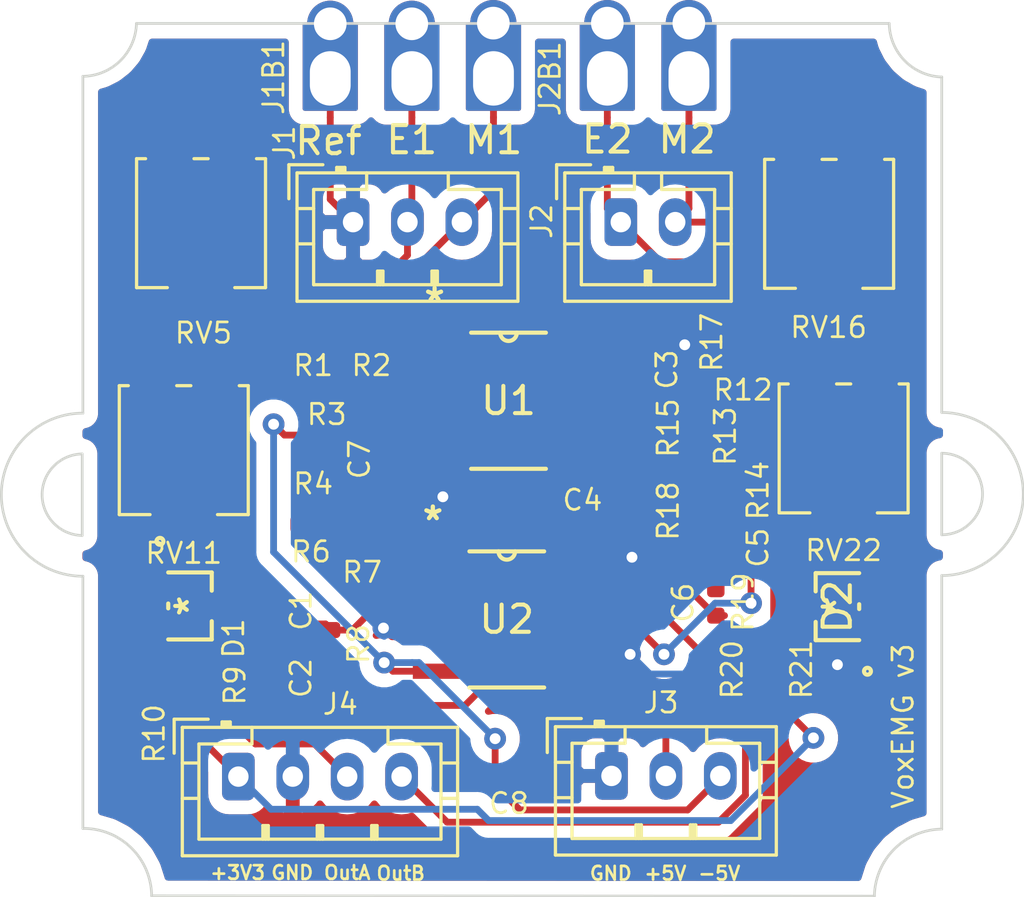
<source format=kicad_pcb>
(kicad_pcb (version 20171130) (host pcbnew "(5.1.9-0-10_14)")

  (general
    (thickness 1.6)
    (drawings 33)
    (tracks 287)
    (zones 0)
    (modules 40)
    (nets 27)
  )

  (page A4)
  (layers
    (0 F.Cu signal)
    (31 B.Cu signal)
    (32 B.Adhes user)
    (33 F.Adhes user)
    (34 B.Paste user)
    (35 F.Paste user)
    (36 B.SilkS user)
    (37 F.SilkS user)
    (38 B.Mask user)
    (39 F.Mask user)
    (40 Dwgs.User user hide)
    (41 Cmts.User user)
    (42 Eco1.User user)
    (43 Eco2.User user)
    (44 Edge.Cuts user)
    (45 Margin user)
    (46 B.CrtYd user)
    (47 F.CrtYd user)
    (48 B.Fab user)
    (49 F.Fab user hide)
  )

  (setup
    (last_trace_width 0.25)
    (trace_clearance 0.2)
    (zone_clearance 0.508)
    (zone_45_only no)
    (trace_min 0.2)
    (via_size 0.8)
    (via_drill 0.4)
    (via_min_size 0.4)
    (via_min_drill 0.3)
    (uvia_size 0.3)
    (uvia_drill 0.1)
    (uvias_allowed no)
    (uvia_min_size 0.2)
    (uvia_min_drill 0.1)
    (edge_width 0.1)
    (segment_width 0.2)
    (pcb_text_width 0.3)
    (pcb_text_size 1.5 1.5)
    (mod_edge_width 0.15)
    (mod_text_size 1 1)
    (mod_text_width 0.15)
    (pad_size 1.2 1.2)
    (pad_drill 0.75)
    (pad_to_mask_clearance 0)
    (aux_axis_origin 0 0)
    (visible_elements FFFFFF7F)
    (pcbplotparams
      (layerselection 0x010fc_ffffffff)
      (usegerberextensions false)
      (usegerberattributes true)
      (usegerberadvancedattributes true)
      (creategerberjobfile true)
      (excludeedgelayer true)
      (linewidth 0.100000)
      (plotframeref false)
      (viasonmask false)
      (mode 1)
      (useauxorigin false)
      (hpglpennumber 1)
      (hpglpenspeed 20)
      (hpglpendiameter 15.000000)
      (psnegative false)
      (psa4output false)
      (plotreference true)
      (plotvalue true)
      (plotinvisibletext false)
      (padsonsilk false)
      (subtractmaskfromsilk false)
      (outputformat 1)
      (mirror false)
      (drillshape 0)
      (scaleselection 1)
      (outputdirectory ""))
  )

  (net 0 "")
  (net 1 "Net-(C1-Pad2)")
  (net 2 "Net-(C1-Pad1)")
  (net 3 "Net-(C2-Pad1)")
  (net 4 GND)
  (net 5 "Net-(C5-Pad1)")
  (net 6 "Net-(C5-Pad2)")
  (net 7 "Net-(C6-Pad1)")
  (net 8 Out-A)
  (net 9 +3V3)
  (net 10 Out-B)
  (net 11 /End-Muscle-A)
  (net 12 /Mid-Muscle-A)
  (net 13 /Mid-Muscle-B)
  (net 14 /End-Muscle-B)
  (net 15 "Net-(R1-Pad1)")
  (net 16 "Net-(R2-Pad1)")
  (net 17 "Net-(R3-Pad2)")
  (net 18 "Net-(R4-Pad1)")
  (net 19 "Net-(R6-Pad1)")
  (net 20 "Net-(R12-Pad1)")
  (net 21 "Net-(R13-Pad1)")
  (net 22 "Net-(R14-Pad2)")
  (net 23 "Net-(R15-Pad1)")
  (net 24 "Net-(R17-Pad1)")
  (net 25 +5V)
  (net 26 -5V)

  (net_class Default "This is the default net class."
    (clearance 0.2)
    (trace_width 0.25)
    (via_dia 0.8)
    (via_drill 0.4)
    (uvia_dia 0.3)
    (uvia_drill 0.1)
    (add_net +3V3)
    (add_net +5V)
    (add_net -5V)
    (add_net /End-Muscle-A)
    (add_net /End-Muscle-B)
    (add_net /Mid-Muscle-A)
    (add_net /Mid-Muscle-B)
    (add_net GND)
    (add_net "Net-(C1-Pad1)")
    (add_net "Net-(C1-Pad2)")
    (add_net "Net-(C2-Pad1)")
    (add_net "Net-(C5-Pad1)")
    (add_net "Net-(C5-Pad2)")
    (add_net "Net-(C6-Pad1)")
    (add_net "Net-(R1-Pad1)")
    (add_net "Net-(R12-Pad1)")
    (add_net "Net-(R13-Pad1)")
    (add_net "Net-(R14-Pad2)")
    (add_net "Net-(R15-Pad1)")
    (add_net "Net-(R17-Pad1)")
    (add_net "Net-(R2-Pad1)")
    (add_net "Net-(R3-Pad2)")
    (add_net "Net-(R4-Pad1)")
    (add_net "Net-(R6-Pad1)")
    (add_net Out-A)
    (add_net Out-B)
  )

  (module ul_BAS4004W:BAS40-04W (layer F.Cu) (tedit 0) (tstamp 6095B8D1)
    (at 198.2724 67.6656 90)
    (path /609ECD9B)
    (fp_text reference D2 (at 0 0 90) (layer F.SilkS)
      (effects (font (size 1 1) (thickness 0.15)))
    )
    (fp_text value D_Schottky_x2_Serial_AKC (at 0 0 90) (layer F.SilkS) hide
      (effects (font (size 1 1) (thickness 0.15)))
    )
    (fp_circle (center -2.3749 1.1049) (end -2.2479 1.1049) (layer F.SilkS) (width 0.1524))
    (fp_circle (center -0.8509 0.4191) (end -0.7239 0.4191) (layer F.Fab) (width 0.1524))
    (fp_line (start 1.1049 0.6731) (end -1.1049 0.6731) (layer F.CrtYd) (width 0.1524))
    (fp_line (start 1.1049 -0.6731) (end 1.1049 0.6731) (layer F.CrtYd) (width 0.1524))
    (fp_line (start -1.1049 -0.6731) (end 1.1049 -0.6731) (layer F.CrtYd) (width 0.1524))
    (fp_line (start -1.1049 0.6731) (end -1.1049 -0.6731) (layer F.CrtYd) (width 0.1524))
    (fp_line (start -1.3589 0.9271) (end -1.3589 -0.9271) (layer F.CrtYd) (width 0.1524))
    (fp_line (start -1.1326 0.9271) (end -1.3589 0.9271) (layer F.CrtYd) (width 0.1524))
    (fp_line (start -1.1326 1.7145) (end -1.1326 0.9271) (layer F.CrtYd) (width 0.1524))
    (fp_line (start 1.1326 1.7145) (end -1.1326 1.7145) (layer F.CrtYd) (width 0.1524))
    (fp_line (start 1.1326 0.9271) (end 1.1326 1.7145) (layer F.CrtYd) (width 0.1524))
    (fp_line (start 1.3589 0.9271) (end 1.1326 0.9271) (layer F.CrtYd) (width 0.1524))
    (fp_line (start 1.3589 -0.9271) (end 1.3589 0.9271) (layer F.CrtYd) (width 0.1524))
    (fp_line (start 0.4826 -0.9271) (end 1.3589 -0.9271) (layer F.CrtYd) (width 0.1524))
    (fp_line (start 0.4826 -1.7145) (end 0.4826 -0.9271) (layer F.CrtYd) (width 0.1524))
    (fp_line (start -0.4826 -1.7145) (end 0.4826 -1.7145) (layer F.CrtYd) (width 0.1524))
    (fp_line (start -0.4826 -0.9271) (end -0.4826 -1.7145) (layer F.CrtYd) (width 0.1524))
    (fp_line (start -1.3589 -0.9271) (end -0.4826 -0.9271) (layer F.CrtYd) (width 0.1524))
    (fp_line (start -0.56134 -0.8001) (end -1.2319 -0.8001) (layer F.SilkS) (width 0.1524))
    (fp_line (start -1.1049 -0.6731) (end -1.1049 0.6731) (layer F.Fab) (width 0.1524))
    (fp_line (start 1.1049 -0.6731) (end -1.1049 -0.6731) (layer F.Fab) (width 0.1524))
    (fp_line (start 1.1049 0.6731) (end 1.1049 -0.6731) (layer F.Fab) (width 0.1524))
    (fp_line (start -1.1049 0.6731) (end 1.1049 0.6731) (layer F.Fab) (width 0.1524))
    (fp_line (start -1.2319 -0.8001) (end -1.2319 0.8001) (layer F.SilkS) (width 0.1524))
    (fp_line (start 1.2319 -0.8001) (end 0.56134 -0.8001) (layer F.SilkS) (width 0.1524))
    (fp_line (start 1.2319 0.8001) (end 1.2319 -0.8001) (layer F.SilkS) (width 0.1524))
    (fp_line (start -0.088659 0.8001) (end 0.088659 0.8001) (layer F.SilkS) (width 0.1524))
    (fp_line (start -0.2032 -1.1049) (end -0.2032 -0.6731) (layer F.Fab) (width 0.1524))
    (fp_line (start 0.2032 -1.1049) (end -0.2032 -1.1049) (layer F.Fab) (width 0.1524))
    (fp_line (start 0.2032 -0.6731) (end 0.2032 -1.1049) (layer F.Fab) (width 0.1524))
    (fp_line (start -0.2032 -0.6731) (end 0.2032 -0.6731) (layer F.Fab) (width 0.1524))
    (fp_line (start 0.8532 1.1049) (end 0.8532 0.6731) (layer F.Fab) (width 0.1524))
    (fp_line (start 0.4468 1.1049) (end 0.8532 1.1049) (layer F.Fab) (width 0.1524))
    (fp_line (start 0.4468 0.6731) (end 0.4468 1.1049) (layer F.Fab) (width 0.1524))
    (fp_line (start 0.8532 0.6731) (end 0.4468 0.6731) (layer F.Fab) (width 0.1524))
    (fp_line (start -0.4468 1.1049) (end -0.4468 0.6731) (layer F.Fab) (width 0.1524))
    (fp_line (start -0.8532 1.1049) (end -0.4468 1.1049) (layer F.Fab) (width 0.1524))
    (fp_line (start -0.8532 0.6731) (end -0.8532 1.1049) (layer F.Fab) (width 0.1524))
    (fp_line (start -0.4468 0.6731) (end -0.8532 0.6731) (layer F.Fab) (width 0.1524))
    (fp_text user "Copyright 2016 Accelerated Designs. All rights reserved." (at 0 0 90) (layer Cmts.User)
      (effects (font (size 0.127 0.127) (thickness 0.002)))
    )
    (fp_text user * (at 0 0 90) (layer F.SilkS)
      (effects (font (size 1 1) (thickness 0.15)))
    )
    (fp_text user * (at 0 0 90) (layer F.Fab)
      (effects (font (size 1 1) (thickness 0.15)))
    )
    (pad 1 smd rect (at -0.649999 0.8763 90) (size 0.4572 1.1684) (layers F.Cu F.Paste F.Mask)
      (net 4 GND))
    (pad 2 smd rect (at 0.649999 0.8763 90) (size 0.4572 1.1684) (layers F.Cu F.Paste F.Mask)
      (net 9 +3V3))
    (pad 3 smd rect (at 0 -0.8763 90) (size 0.4572 1.1684) (layers F.Cu F.Paste F.Mask)
      (net 10 Out-B))
  )

  (module Resistor_SMD:R_0402_1005Metric (layer F.Cu) (tedit 5B301BBD) (tstamp 6086F02B)
    (at 174.9552 70.3072 270)
    (descr "Resistor SMD 0402 (1005 Metric), square (rectangular) end terminal, IPC_7351 nominal, (Body size source: http://www.tortai-tech.com/upload/download/2011102023233369053.pdf), generated with kicad-footprint-generator")
    (tags resistor)
    (path /5F02A158)
    (attr smd)
    (fp_text reference R9 (at 0.254 -1.1684 90) (layer F.SilkS)
      (effects (font (size 0.75 0.75) (thickness 0.1)))
    )
    (fp_text value 1kΩ (at 0 1.17 90) (layer F.Fab)
      (effects (font (size 1 1) (thickness 0.15)))
    )
    (fp_line (start 0.93 0.47) (end -0.93 0.47) (layer F.CrtYd) (width 0.05))
    (fp_line (start 0.93 -0.47) (end 0.93 0.47) (layer F.CrtYd) (width 0.05))
    (fp_line (start -0.93 -0.47) (end 0.93 -0.47) (layer F.CrtYd) (width 0.05))
    (fp_line (start -0.93 0.47) (end -0.93 -0.47) (layer F.CrtYd) (width 0.05))
    (fp_line (start 0.5 0.25) (end -0.5 0.25) (layer F.Fab) (width 0.1))
    (fp_line (start 0.5 -0.25) (end 0.5 0.25) (layer F.Fab) (width 0.1))
    (fp_line (start -0.5 -0.25) (end 0.5 -0.25) (layer F.Fab) (width 0.1))
    (fp_line (start -0.5 0.25) (end -0.5 -0.25) (layer F.Fab) (width 0.1))
    (fp_text user %R (at 0 0 90) (layer F.Fab)
      (effects (font (size 0.25 0.25) (thickness 0.04)))
    )
    (pad 2 smd roundrect (at 0.485 0 270) (size 0.59 0.64) (layers F.Cu F.Paste F.Mask) (roundrect_rratio 0.25)
      (net 8 Out-A))
    (pad 1 smd roundrect (at -0.485 0 270) (size 0.59 0.64) (layers F.Cu F.Paste F.Mask) (roundrect_rratio 0.25)
      (net 3 "Net-(C2-Pad1)"))
    (model ${KISYS3DMOD}/Resistor_SMD.3dshapes/R_0402_1005Metric.wrl
      (at (xyz 0 0 0))
      (scale (xyz 1 1 1))
      (rotate (xyz 0 0 0))
    )
  )

  (module Potentiometer_SMD:Potentiometer_Bourns_3314J_Vertical (layer F.Cu) (tedit 5A81E1D7) (tstamp 608A8615)
    (at 198.501 61.849)
    (descr "Potentiometer, vertical, Bourns 3314J, http://www.bourns.com/docs/Product-Datasheets/3314.pdf")
    (tags "Potentiometer vertical Bourns 3314J")
    (path /609111CB)
    (attr smd)
    (fp_text reference RV22 (at -0.001 3.751) (layer F.SilkS)
      (effects (font (size 0.75 0.75) (thickness 0.1)))
    )
    (fp_text value 100kΩ (at 0 4.25) (layer F.Fab)
      (effects (font (size 1 1) (thickness 0.15)))
    )
    (fp_circle (center 0 0) (end 1 0) (layer F.Fab) (width 0.1))
    (fp_line (start -2.25 -2.25) (end -2.25 2.25) (layer F.Fab) (width 0.1))
    (fp_line (start -2.25 2.25) (end 2.25 2.25) (layer F.Fab) (width 0.1))
    (fp_line (start 2.25 2.25) (end 2.25 -2.25) (layer F.Fab) (width 0.1))
    (fp_line (start 2.25 -2.25) (end -2.25 -2.25) (layer F.Fab) (width 0.1))
    (fp_line (start 0 0.99) (end 0.001 -0.989) (layer F.Fab) (width 0.1))
    (fp_line (start 0 0.99) (end 0.001 -0.989) (layer F.Fab) (width 0.1))
    (fp_line (start 2.04 -2.37) (end 2.37 -2.37) (layer F.SilkS) (width 0.12))
    (fp_line (start -2.37 -2.37) (end -2.039 -2.37) (layer F.SilkS) (width 0.12))
    (fp_line (start -0.259 -2.37) (end 0.26 -2.37) (layer F.SilkS) (width 0.12))
    (fp_line (start -2.37 2.37) (end -1.24 2.37) (layer F.SilkS) (width 0.12))
    (fp_line (start 1.24 2.37) (end 2.37 2.37) (layer F.SilkS) (width 0.12))
    (fp_line (start -2.37 -2.37) (end -2.37 2.37) (layer F.SilkS) (width 0.12))
    (fp_line (start 2.37 -2.37) (end 2.37 2.37) (layer F.SilkS) (width 0.12))
    (fp_line (start -2.5 -3.25) (end -2.5 3.25) (layer F.CrtYd) (width 0.05))
    (fp_line (start -2.5 3.25) (end 2.5 3.25) (layer F.CrtYd) (width 0.05))
    (fp_line (start 2.5 3.25) (end 2.5 -3.25) (layer F.CrtYd) (width 0.05))
    (fp_line (start 2.5 -3.25) (end -2.5 -3.25) (layer F.CrtYd) (width 0.05))
    (fp_text user %R (at 0 -1.7) (layer F.Fab)
      (effects (font (size 0.63 0.63) (thickness 0.15)))
    )
    (pad 1 smd rect (at 1.15 -2) (size 1.3 2) (layers F.Cu F.Paste F.Mask)
      (net 10 Out-B))
    (pad 2 smd rect (at 0 2) (size 2 2) (layers F.Cu F.Paste F.Mask)
      (net 4 GND))
    (pad 3 smd rect (at -1.15 -2) (size 1.3 2) (layers F.Cu F.Paste F.Mask)
      (net 4 GND))
    (model ${KISYS3DMOD}/Potentiometer_SMD.3dshapes/Potentiometer_Bourns_3314J_Vertical.wrl
      (at (xyz 0 0 0))
      (scale (xyz 1 1 1))
      (rotate (xyz 0 0 0))
    )
  )

  (module Capacitor_SMD:C_0402_1005Metric (layer F.Cu) (tedit 5B301BBE) (tstamp 6089D5C2)
    (at 193.88 65.49 180)
    (descr "Capacitor SMD 0402 (1005 Metric), square (rectangular) end terminal, IPC_7351 nominal, (Body size source: http://www.tortai-tech.com/upload/download/2011102023233369053.pdf), generated with kicad-footprint-generator")
    (tags capacitor)
    (path /607F8AB1)
    (attr smd)
    (fp_text reference C5 (at -1.47 -0.01 90) (layer F.SilkS)
      (effects (font (size 0.75 0.75) (thickness 0.1)))
    )
    (fp_text value 2.2nF (at 0 1.17) (layer F.Fab)
      (effects (font (size 1 1) (thickness 0.15)))
    )
    (fp_line (start -0.5 0.25) (end -0.5 -0.25) (layer F.Fab) (width 0.1))
    (fp_line (start -0.5 -0.25) (end 0.5 -0.25) (layer F.Fab) (width 0.1))
    (fp_line (start 0.5 -0.25) (end 0.5 0.25) (layer F.Fab) (width 0.1))
    (fp_line (start 0.5 0.25) (end -0.5 0.25) (layer F.Fab) (width 0.1))
    (fp_line (start -0.93 0.47) (end -0.93 -0.47) (layer F.CrtYd) (width 0.05))
    (fp_line (start -0.93 -0.47) (end 0.93 -0.47) (layer F.CrtYd) (width 0.05))
    (fp_line (start 0.93 -0.47) (end 0.93 0.47) (layer F.CrtYd) (width 0.05))
    (fp_line (start 0.93 0.47) (end -0.93 0.47) (layer F.CrtYd) (width 0.05))
    (fp_text user %R (at 0 0) (layer F.Fab)
      (effects (font (size 0.25 0.25) (thickness 0.04)))
    )
    (pad 1 smd roundrect (at -0.485 0 180) (size 0.59 0.64) (layers F.Cu F.Paste F.Mask) (roundrect_rratio 0.25)
      (net 5 "Net-(C5-Pad1)"))
    (pad 2 smd roundrect (at 0.485 0 180) (size 0.59 0.64) (layers F.Cu F.Paste F.Mask) (roundrect_rratio 0.25)
      (net 6 "Net-(C5-Pad2)"))
    (model ${KISYS3DMOD}/Capacitor_SMD.3dshapes/C_0402_1005Metric.wrl
      (at (xyz 0 0 0))
      (scale (xyz 1 1 1))
      (rotate (xyz 0 0 0))
    )
  )

  (module Capacitor_SMD:C_0402_1005Metric (layer F.Cu) (tedit 5B301BBE) (tstamp 6089D3B1)
    (at 186.185 73.92 180)
    (descr "Capacitor SMD 0402 (1005 Metric), square (rectangular) end terminal, IPC_7351 nominal, (Body size source: http://www.tortai-tech.com/upload/download/2011102023233369053.pdf), generated with kicad-footprint-generator")
    (tags capacitor)
    (path /607F8A77)
    (attr smd)
    (fp_text reference C8 (at -0.015 -0.98) (layer F.SilkS)
      (effects (font (size 0.75 0.75) (thickness 0.1)))
    )
    (fp_text value 0.1uF (at 0 1.17) (layer F.Fab)
      (effects (font (size 1 1) (thickness 0.15)))
    )
    (fp_line (start 0.93 0.47) (end -0.93 0.47) (layer F.CrtYd) (width 0.05))
    (fp_line (start 0.93 -0.47) (end 0.93 0.47) (layer F.CrtYd) (width 0.05))
    (fp_line (start -0.93 -0.47) (end 0.93 -0.47) (layer F.CrtYd) (width 0.05))
    (fp_line (start -0.93 0.47) (end -0.93 -0.47) (layer F.CrtYd) (width 0.05))
    (fp_line (start 0.5 0.25) (end -0.5 0.25) (layer F.Fab) (width 0.1))
    (fp_line (start 0.5 -0.25) (end 0.5 0.25) (layer F.Fab) (width 0.1))
    (fp_line (start -0.5 -0.25) (end 0.5 -0.25) (layer F.Fab) (width 0.1))
    (fp_line (start -0.5 0.25) (end -0.5 -0.25) (layer F.Fab) (width 0.1))
    (fp_text user %R (at 0 0) (layer F.Fab)
      (effects (font (size 0.25 0.25) (thickness 0.04)))
    )
    (pad 2 smd roundrect (at 0.485 0 180) (size 0.59 0.64) (layers F.Cu F.Paste F.Mask) (roundrect_rratio 0.25)
      (net 26 -5V))
    (pad 1 smd roundrect (at -0.485 0 180) (size 0.59 0.64) (layers F.Cu F.Paste F.Mask) (roundrect_rratio 0.25)
      (net 4 GND))
    (model ${KISYS3DMOD}/Capacitor_SMD.3dshapes/C_0402_1005Metric.wrl
      (at (xyz 0 0 0))
      (scale (xyz 1 1 1))
      (rotate (xyz 0 0 0))
    )
  )

  (module Connector_JST:JST_PH_B3B-PH-K_1x03_P2.00mm_Vertical (layer F.Cu) (tedit 5B7745C2) (tstamp 6089CDD8)
    (at 180.467 53.5305)
    (descr "JST PH series connector, B3B-PH-K (http://www.jst-mfg.com/product/pdf/eng/ePH.pdf), generated with kicad-footprint-generator")
    (tags "connector JST PH side entry")
    (path /6088681D)
    (fp_text reference J1 (at -2.5273 -2.9083 270) (layer F.SilkS)
      (effects (font (size 0.75 0.75) (thickness 0.1)))
    )
    (fp_text value Conn_01x03_Female (at 2 4) (layer F.Fab)
      (effects (font (size 1 1) (thickness 0.15)))
    )
    (fp_line (start -2.06 -1.81) (end -2.06 2.91) (layer F.SilkS) (width 0.12))
    (fp_line (start -2.06 2.91) (end 6.06 2.91) (layer F.SilkS) (width 0.12))
    (fp_line (start 6.06 2.91) (end 6.06 -1.81) (layer F.SilkS) (width 0.12))
    (fp_line (start 6.06 -1.81) (end -2.06 -1.81) (layer F.SilkS) (width 0.12))
    (fp_line (start -0.3 -1.81) (end -0.3 -2.01) (layer F.SilkS) (width 0.12))
    (fp_line (start -0.3 -2.01) (end -0.6 -2.01) (layer F.SilkS) (width 0.12))
    (fp_line (start -0.6 -2.01) (end -0.6 -1.81) (layer F.SilkS) (width 0.12))
    (fp_line (start -0.3 -1.91) (end -0.6 -1.91) (layer F.SilkS) (width 0.12))
    (fp_line (start 0.5 -1.81) (end 0.5 -1.2) (layer F.SilkS) (width 0.12))
    (fp_line (start 0.5 -1.2) (end -1.45 -1.2) (layer F.SilkS) (width 0.12))
    (fp_line (start -1.45 -1.2) (end -1.45 2.3) (layer F.SilkS) (width 0.12))
    (fp_line (start -1.45 2.3) (end 5.45 2.3) (layer F.SilkS) (width 0.12))
    (fp_line (start 5.45 2.3) (end 5.45 -1.2) (layer F.SilkS) (width 0.12))
    (fp_line (start 5.45 -1.2) (end 3.5 -1.2) (layer F.SilkS) (width 0.12))
    (fp_line (start 3.5 -1.2) (end 3.5 -1.81) (layer F.SilkS) (width 0.12))
    (fp_line (start -2.06 -0.5) (end -1.45 -0.5) (layer F.SilkS) (width 0.12))
    (fp_line (start -2.06 0.8) (end -1.45 0.8) (layer F.SilkS) (width 0.12))
    (fp_line (start 6.06 -0.5) (end 5.45 -0.5) (layer F.SilkS) (width 0.12))
    (fp_line (start 6.06 0.8) (end 5.45 0.8) (layer F.SilkS) (width 0.12))
    (fp_line (start 0.9 2.3) (end 0.9 1.8) (layer F.SilkS) (width 0.12))
    (fp_line (start 0.9 1.8) (end 1.1 1.8) (layer F.SilkS) (width 0.12))
    (fp_line (start 1.1 1.8) (end 1.1 2.3) (layer F.SilkS) (width 0.12))
    (fp_line (start 1 2.3) (end 1 1.8) (layer F.SilkS) (width 0.12))
    (fp_line (start 2.9 2.3) (end 2.9 1.8) (layer F.SilkS) (width 0.12))
    (fp_line (start 2.9 1.8) (end 3.1 1.8) (layer F.SilkS) (width 0.12))
    (fp_line (start 3.1 1.8) (end 3.1 2.3) (layer F.SilkS) (width 0.12))
    (fp_line (start 3 2.3) (end 3 1.8) (layer F.SilkS) (width 0.12))
    (fp_line (start -1.11 -2.11) (end -2.36 -2.11) (layer F.SilkS) (width 0.12))
    (fp_line (start -2.36 -2.11) (end -2.36 -0.86) (layer F.SilkS) (width 0.12))
    (fp_line (start -1.11 -2.11) (end -2.36 -2.11) (layer F.Fab) (width 0.1))
    (fp_line (start -2.36 -2.11) (end -2.36 -0.86) (layer F.Fab) (width 0.1))
    (fp_line (start -1.95 -1.7) (end -1.95 2.8) (layer F.Fab) (width 0.1))
    (fp_line (start -1.95 2.8) (end 5.95 2.8) (layer F.Fab) (width 0.1))
    (fp_line (start 5.95 2.8) (end 5.95 -1.7) (layer F.Fab) (width 0.1))
    (fp_line (start 5.95 -1.7) (end -1.95 -1.7) (layer F.Fab) (width 0.1))
    (fp_line (start -2.45 -2.2) (end -2.45 3.3) (layer F.CrtYd) (width 0.05))
    (fp_line (start -2.45 3.3) (end 6.45 3.3) (layer F.CrtYd) (width 0.05))
    (fp_line (start 6.45 3.3) (end 6.45 -2.2) (layer F.CrtYd) (width 0.05))
    (fp_line (start 6.45 -2.2) (end -2.45 -2.2) (layer F.CrtYd) (width 0.05))
    (fp_text user %R (at 2 1.5) (layer F.Fab)
      (effects (font (size 1 1) (thickness 0.15)))
    )
    (pad 1 thru_hole roundrect (at 0 0) (size 1.2 1.75) (drill 0.75) (layers *.Cu *.Mask) (roundrect_rratio 0.2083325)
      (net 4 GND))
    (pad 2 thru_hole oval (at 2 0) (size 1.2 1.75) (drill 0.75) (layers *.Cu *.Mask)
      (net 11 /End-Muscle-A))
    (pad 3 thru_hole oval (at 4 0) (size 1.2 1.75) (drill 0.75) (layers *.Cu *.Mask)
      (net 12 /Mid-Muscle-A))
    (model ${KISYS3DMOD}/Connector_JST.3dshapes/JST_PH_B3B-PH-K_1x03_P2.00mm_Vertical.wrl
      (at (xyz 0 0 0))
      (scale (xyz 1 1 1))
      (rotate (xyz 0 0 0))
    )
  )

  (module Connector_JST:JST_PH_B2B-PH-K_1x02_P2.00mm_Vertical (layer F.Cu) (tedit 5B7745C2) (tstamp 608A9944)
    (at 190.3095 53.5305)
    (descr "JST PH series connector, B2B-PH-K (http://www.jst-mfg.com/product/pdf/eng/ePH.pdf), generated with kicad-footprint-generator")
    (tags "connector JST PH side entry")
    (path /6088F2F3)
    (fp_text reference J2 (at -2.9095 -0.0305 90) (layer F.SilkS)
      (effects (font (size 0.75 0.75) (thickness 0.1)))
    )
    (fp_text value Conn_01x02_Female (at 1 4) (layer F.Fab)
      (effects (font (size 1 1) (thickness 0.15)))
    )
    (fp_line (start 4.45 -2.2) (end -2.45 -2.2) (layer F.CrtYd) (width 0.05))
    (fp_line (start 4.45 3.3) (end 4.45 -2.2) (layer F.CrtYd) (width 0.05))
    (fp_line (start -2.45 3.3) (end 4.45 3.3) (layer F.CrtYd) (width 0.05))
    (fp_line (start -2.45 -2.2) (end -2.45 3.3) (layer F.CrtYd) (width 0.05))
    (fp_line (start 3.95 -1.7) (end -1.95 -1.7) (layer F.Fab) (width 0.1))
    (fp_line (start 3.95 2.8) (end 3.95 -1.7) (layer F.Fab) (width 0.1))
    (fp_line (start -1.95 2.8) (end 3.95 2.8) (layer F.Fab) (width 0.1))
    (fp_line (start -1.95 -1.7) (end -1.95 2.8) (layer F.Fab) (width 0.1))
    (fp_line (start -2.36 -2.11) (end -2.36 -0.86) (layer F.Fab) (width 0.1))
    (fp_line (start -1.11 -2.11) (end -2.36 -2.11) (layer F.Fab) (width 0.1))
    (fp_line (start -2.36 -2.11) (end -2.36 -0.86) (layer F.SilkS) (width 0.12))
    (fp_line (start -1.11 -2.11) (end -2.36 -2.11) (layer F.SilkS) (width 0.12))
    (fp_line (start 1 2.3) (end 1 1.8) (layer F.SilkS) (width 0.12))
    (fp_line (start 1.1 1.8) (end 1.1 2.3) (layer F.SilkS) (width 0.12))
    (fp_line (start 0.9 1.8) (end 1.1 1.8) (layer F.SilkS) (width 0.12))
    (fp_line (start 0.9 2.3) (end 0.9 1.8) (layer F.SilkS) (width 0.12))
    (fp_line (start 4.06 0.8) (end 3.45 0.8) (layer F.SilkS) (width 0.12))
    (fp_line (start 4.06 -0.5) (end 3.45 -0.5) (layer F.SilkS) (width 0.12))
    (fp_line (start -2.06 0.8) (end -1.45 0.8) (layer F.SilkS) (width 0.12))
    (fp_line (start -2.06 -0.5) (end -1.45 -0.5) (layer F.SilkS) (width 0.12))
    (fp_line (start 1.5 -1.2) (end 1.5 -1.81) (layer F.SilkS) (width 0.12))
    (fp_line (start 3.45 -1.2) (end 1.5 -1.2) (layer F.SilkS) (width 0.12))
    (fp_line (start 3.45 2.3) (end 3.45 -1.2) (layer F.SilkS) (width 0.12))
    (fp_line (start -1.45 2.3) (end 3.45 2.3) (layer F.SilkS) (width 0.12))
    (fp_line (start -1.45 -1.2) (end -1.45 2.3) (layer F.SilkS) (width 0.12))
    (fp_line (start 0.5 -1.2) (end -1.45 -1.2) (layer F.SilkS) (width 0.12))
    (fp_line (start 0.5 -1.81) (end 0.5 -1.2) (layer F.SilkS) (width 0.12))
    (fp_line (start -0.3 -1.91) (end -0.6 -1.91) (layer F.SilkS) (width 0.12))
    (fp_line (start -0.6 -2.01) (end -0.6 -1.81) (layer F.SilkS) (width 0.12))
    (fp_line (start -0.3 -2.01) (end -0.6 -2.01) (layer F.SilkS) (width 0.12))
    (fp_line (start -0.3 -1.81) (end -0.3 -2.01) (layer F.SilkS) (width 0.12))
    (fp_line (start 4.06 -1.81) (end -2.06 -1.81) (layer F.SilkS) (width 0.12))
    (fp_line (start 4.06 2.91) (end 4.06 -1.81) (layer F.SilkS) (width 0.12))
    (fp_line (start -2.06 2.91) (end 4.06 2.91) (layer F.SilkS) (width 0.12))
    (fp_line (start -2.06 -1.81) (end -2.06 2.91) (layer F.SilkS) (width 0.12))
    (fp_text user %R (at 1 1.5) (layer F.Fab)
      (effects (font (size 1 1) (thickness 0.15)))
    )
    (pad 2 thru_hole oval (at 2 0) (size 1.2 1.75) (drill 0.75) (layers *.Cu *.Mask)
      (net 14 /End-Muscle-B))
    (pad 1 thru_hole roundrect (at 0 0) (size 1.2 1.75) (drill 0.75) (layers *.Cu *.Mask) (roundrect_rratio 0.2083325)
      (net 13 /Mid-Muscle-B))
    (model ${KISYS3DMOD}/Connector_JST.3dshapes/JST_PH_B2B-PH-K_1x02_P2.00mm_Vertical.wrl
      (at (xyz 0 0 0))
      (scale (xyz 1 1 1))
      (rotate (xyz 0 0 0))
    )
  )

  (module Resistor_SMD:R_0402_1005Metric (layer F.Cu) (tedit 5B301BBD) (tstamp 607ECA71)
    (at 178.943 57.785)
    (descr "Resistor SMD 0402 (1005 Metric), square (rectangular) end terminal, IPC_7351 nominal, (Body size source: http://www.tortai-tech.com/upload/download/2011102023233369053.pdf), generated with kicad-footprint-generator")
    (tags resistor)
    (path /5F005615)
    (attr smd)
    (fp_text reference R1 (at 0.057 1.015) (layer F.SilkS)
      (effects (font (size 0.75 0.75) (thickness 0.1)))
    )
    (fp_text value 10kΩ (at 0 1.17) (layer F.Fab)
      (effects (font (size 1 1) (thickness 0.15)))
    )
    (fp_line (start -0.5 0.25) (end -0.5 -0.25) (layer F.Fab) (width 0.1))
    (fp_line (start -0.5 -0.25) (end 0.5 -0.25) (layer F.Fab) (width 0.1))
    (fp_line (start 0.5 -0.25) (end 0.5 0.25) (layer F.Fab) (width 0.1))
    (fp_line (start 0.5 0.25) (end -0.5 0.25) (layer F.Fab) (width 0.1))
    (fp_line (start -0.93 0.47) (end -0.93 -0.47) (layer F.CrtYd) (width 0.05))
    (fp_line (start -0.93 -0.47) (end 0.93 -0.47) (layer F.CrtYd) (width 0.05))
    (fp_line (start 0.93 -0.47) (end 0.93 0.47) (layer F.CrtYd) (width 0.05))
    (fp_line (start 0.93 0.47) (end -0.93 0.47) (layer F.CrtYd) (width 0.05))
    (fp_text user %R (at 0 0) (layer F.Fab)
      (effects (font (size 0.25 0.25) (thickness 0.04)))
    )
    (pad 1 smd roundrect (at -0.485 0) (size 0.59 0.64) (layers F.Cu F.Paste F.Mask) (roundrect_rratio 0.25)
      (net 15 "Net-(R1-Pad1)"))
    (pad 2 smd roundrect (at 0.485 0) (size 0.59 0.64) (layers F.Cu F.Paste F.Mask) (roundrect_rratio 0.25)
      (net 11 /End-Muscle-A))
    (model ${KISYS3DMOD}/Resistor_SMD.3dshapes/R_0402_1005Metric.wrl
      (at (xyz 0 0 0))
      (scale (xyz 1 1 1))
      (rotate (xyz 0 0 0))
    )
  )

  (module Resistor_SMD:R_0402_1005Metric (layer F.Cu) (tedit 5B301BBD) (tstamp 607E27B8)
    (at 181.102 57.785)
    (descr "Resistor SMD 0402 (1005 Metric), square (rectangular) end terminal, IPC_7351 nominal, (Body size source: http://www.tortai-tech.com/upload/download/2011102023233369053.pdf), generated with kicad-footprint-generator")
    (tags resistor)
    (path /5F005825)
    (attr smd)
    (fp_text reference R2 (at 0.0405 1.015) (layer F.SilkS)
      (effects (font (size 0.75 0.75) (thickness 0.1)))
    )
    (fp_text value 10kΩ (at 0 1.17) (layer F.Fab)
      (effects (font (size 1 1) (thickness 0.15)))
    )
    (fp_line (start -0.5 0.25) (end -0.5 -0.25) (layer F.Fab) (width 0.1))
    (fp_line (start -0.5 -0.25) (end 0.5 -0.25) (layer F.Fab) (width 0.1))
    (fp_line (start 0.5 -0.25) (end 0.5 0.25) (layer F.Fab) (width 0.1))
    (fp_line (start 0.5 0.25) (end -0.5 0.25) (layer F.Fab) (width 0.1))
    (fp_line (start -0.93 0.47) (end -0.93 -0.47) (layer F.CrtYd) (width 0.05))
    (fp_line (start -0.93 -0.47) (end 0.93 -0.47) (layer F.CrtYd) (width 0.05))
    (fp_line (start 0.93 -0.47) (end 0.93 0.47) (layer F.CrtYd) (width 0.05))
    (fp_line (start 0.93 0.47) (end -0.93 0.47) (layer F.CrtYd) (width 0.05))
    (fp_text user %R (at 0 0) (layer F.Fab)
      (effects (font (size 0.25 0.25) (thickness 0.04)))
    )
    (pad 1 smd roundrect (at -0.485 0) (size 0.59 0.64) (layers F.Cu F.Paste F.Mask) (roundrect_rratio 0.25)
      (net 16 "Net-(R2-Pad1)"))
    (pad 2 smd roundrect (at 0.485 0) (size 0.59 0.64) (layers F.Cu F.Paste F.Mask) (roundrect_rratio 0.25)
      (net 12 /Mid-Muscle-A))
    (model ${KISYS3DMOD}/Resistor_SMD.3dshapes/R_0402_1005Metric.wrl
      (at (xyz 0 0 0))
      (scale (xyz 1 1 1))
      (rotate (xyz 0 0 0))
    )
  )

  (module Resistor_SMD:R_0402_1005Metric (layer F.Cu) (tedit 5B301BBD) (tstamp 608A9499)
    (at 181.1885 60.579 180)
    (descr "Resistor SMD 0402 (1005 Metric), square (rectangular) end terminal, IPC_7351 nominal, (Body size source: http://www.tortai-tech.com/upload/download/2011102023233369053.pdf), generated with kicad-footprint-generator")
    (tags resistor)
    (path /5F005405)
    (attr smd)
    (fp_text reference R3 (at 1.6885 -0.021) (layer F.SilkS)
      (effects (font (size 0.75 0.75) (thickness 0.1)))
    )
    (fp_text value 100kΩ (at 0 1.17) (layer F.Fab)
      (effects (font (size 1 1) (thickness 0.15)))
    )
    (fp_line (start -0.5 0.25) (end -0.5 -0.25) (layer F.Fab) (width 0.1))
    (fp_line (start -0.5 -0.25) (end 0.5 -0.25) (layer F.Fab) (width 0.1))
    (fp_line (start 0.5 -0.25) (end 0.5 0.25) (layer F.Fab) (width 0.1))
    (fp_line (start 0.5 0.25) (end -0.5 0.25) (layer F.Fab) (width 0.1))
    (fp_line (start -0.93 0.47) (end -0.93 -0.47) (layer F.CrtYd) (width 0.05))
    (fp_line (start -0.93 -0.47) (end 0.93 -0.47) (layer F.CrtYd) (width 0.05))
    (fp_line (start 0.93 -0.47) (end 0.93 0.47) (layer F.CrtYd) (width 0.05))
    (fp_line (start 0.93 0.47) (end -0.93 0.47) (layer F.CrtYd) (width 0.05))
    (fp_text user %R (at 0 0) (layer F.Fab)
      (effects (font (size 0.25 0.25) (thickness 0.04)))
    )
    (pad 1 smd roundrect (at -0.485 0 180) (size 0.59 0.64) (layers F.Cu F.Paste F.Mask) (roundrect_rratio 0.25)
      (net 15 "Net-(R1-Pad1)"))
    (pad 2 smd roundrect (at 0.485 0 180) (size 0.59 0.64) (layers F.Cu F.Paste F.Mask) (roundrect_rratio 0.25)
      (net 17 "Net-(R3-Pad2)"))
    (model ${KISYS3DMOD}/Resistor_SMD.3dshapes/R_0402_1005Metric.wrl
      (at (xyz 0 0 0))
      (scale (xyz 1 1 1))
      (rotate (xyz 0 0 0))
    )
  )

  (module Resistor_SMD:R_0402_1005Metric (layer F.Cu) (tedit 5B301BBD) (tstamp 6087499E)
    (at 178.943 64.643 180)
    (descr "Resistor SMD 0402 (1005 Metric), square (rectangular) end terminal, IPC_7351 nominal, (Body size source: http://www.tortai-tech.com/upload/download/2011102023233369053.pdf), generated with kicad-footprint-generator")
    (tags resistor)
    (path /5F1DCCC4)
    (attr smd)
    (fp_text reference R6 (at 0.023 -1.007) (layer F.SilkS)
      (effects (font (size 0.75 0.75) (thickness 0.1)))
    )
    (fp_text value 100Ω (at 0 1.17) (layer F.Fab)
      (effects (font (size 1 1) (thickness 0.15)))
    )
    (fp_line (start -0.5 0.25) (end -0.5 -0.25) (layer F.Fab) (width 0.1))
    (fp_line (start -0.5 -0.25) (end 0.5 -0.25) (layer F.Fab) (width 0.1))
    (fp_line (start 0.5 -0.25) (end 0.5 0.25) (layer F.Fab) (width 0.1))
    (fp_line (start 0.5 0.25) (end -0.5 0.25) (layer F.Fab) (width 0.1))
    (fp_line (start -0.93 0.47) (end -0.93 -0.47) (layer F.CrtYd) (width 0.05))
    (fp_line (start -0.93 -0.47) (end 0.93 -0.47) (layer F.CrtYd) (width 0.05))
    (fp_line (start 0.93 -0.47) (end 0.93 0.47) (layer F.CrtYd) (width 0.05))
    (fp_line (start 0.93 0.47) (end -0.93 0.47) (layer F.CrtYd) (width 0.05))
    (fp_text user %R (at 0 0) (layer F.Fab)
      (effects (font (size 0.25 0.25) (thickness 0.04)))
    )
    (pad 1 smd roundrect (at -0.485 0 180) (size 0.59 0.64) (layers F.Cu F.Paste F.Mask) (roundrect_rratio 0.25)
      (net 19 "Net-(R6-Pad1)"))
    (pad 2 smd roundrect (at 0.485 0 180) (size 0.59 0.64) (layers F.Cu F.Paste F.Mask) (roundrect_rratio 0.25)
      (net 18 "Net-(R4-Pad1)"))
    (model ${KISYS3DMOD}/Resistor_SMD.3dshapes/R_0402_1005Metric.wrl
      (at (xyz 0 0 0))
      (scale (xyz 1 1 1))
      (rotate (xyz 0 0 0))
    )
  )

  (module Resistor_SMD:R_0402_1005Metric (layer F.Cu) (tedit 5B301BBD) (tstamp 607EE2AF)
    (at 181.1885 65.405)
    (descr "Resistor SMD 0402 (1005 Metric), square (rectangular) end terminal, IPC_7351 nominal, (Body size source: http://www.tortai-tech.com/upload/download/2011102023233369053.pdf), generated with kicad-footprint-generator")
    (tags resistor)
    (path /5F003DCE)
    (attr smd)
    (fp_text reference R7 (at -0.3885 0.995 180) (layer F.SilkS)
      (effects (font (size 0.75 0.75) (thickness 0.1)))
    )
    (fp_text value 10kΩ (at 0 1.17) (layer F.Fab)
      (effects (font (size 1 1) (thickness 0.15)))
    )
    (fp_line (start 0.93 0.47) (end -0.93 0.47) (layer F.CrtYd) (width 0.05))
    (fp_line (start 0.93 -0.47) (end 0.93 0.47) (layer F.CrtYd) (width 0.05))
    (fp_line (start -0.93 -0.47) (end 0.93 -0.47) (layer F.CrtYd) (width 0.05))
    (fp_line (start -0.93 0.47) (end -0.93 -0.47) (layer F.CrtYd) (width 0.05))
    (fp_line (start 0.5 0.25) (end -0.5 0.25) (layer F.Fab) (width 0.1))
    (fp_line (start 0.5 -0.25) (end 0.5 0.25) (layer F.Fab) (width 0.1))
    (fp_line (start -0.5 -0.25) (end 0.5 -0.25) (layer F.Fab) (width 0.1))
    (fp_line (start -0.5 0.25) (end -0.5 -0.25) (layer F.Fab) (width 0.1))
    (fp_text user %R (at 0 0) (layer F.Fab)
      (effects (font (size 0.25 0.25) (thickness 0.04)))
    )
    (pad 2 smd roundrect (at 0.485 0) (size 0.59 0.64) (layers F.Cu F.Paste F.Mask) (roundrect_rratio 0.25)
      (net 19 "Net-(R6-Pad1)"))
    (pad 1 smd roundrect (at -0.485 0) (size 0.59 0.64) (layers F.Cu F.Paste F.Mask) (roundrect_rratio 0.25)
      (net 2 "Net-(C1-Pad1)"))
    (model ${KISYS3DMOD}/Resistor_SMD.3dshapes/R_0402_1005Metric.wrl
      (at (xyz 0 0 0))
      (scale (xyz 1 1 1))
      (rotate (xyz 0 0 0))
    )
  )

  (module Resistor_SMD:R_0402_1005Metric (layer F.Cu) (tedit 5B301BBD) (tstamp 6086F07F)
    (at 179.6796 69.0118 270)
    (descr "Resistor SMD 0402 (1005 Metric), square (rectangular) end terminal, IPC_7351 nominal, (Body size source: http://www.tortai-tech.com/upload/download/2011102023233369053.pdf), generated with kicad-footprint-generator")
    (tags resistor)
    (path /5F004A6F)
    (attr smd)
    (fp_text reference R8 (at 0.0278 -0.9906 90) (layer F.SilkS)
      (effects (font (size 0.75 0.75) (thickness 0.1)))
    )
    (fp_text value 150kΩ (at 0 1.17 90) (layer F.Fab)
      (effects (font (size 1 1) (thickness 0.15)))
    )
    (fp_line (start -0.5 0.25) (end -0.5 -0.25) (layer F.Fab) (width 0.1))
    (fp_line (start -0.5 -0.25) (end 0.5 -0.25) (layer F.Fab) (width 0.1))
    (fp_line (start 0.5 -0.25) (end 0.5 0.25) (layer F.Fab) (width 0.1))
    (fp_line (start 0.5 0.25) (end -0.5 0.25) (layer F.Fab) (width 0.1))
    (fp_line (start -0.93 0.47) (end -0.93 -0.47) (layer F.CrtYd) (width 0.05))
    (fp_line (start -0.93 -0.47) (end 0.93 -0.47) (layer F.CrtYd) (width 0.05))
    (fp_line (start 0.93 -0.47) (end 0.93 0.47) (layer F.CrtYd) (width 0.05))
    (fp_line (start 0.93 0.47) (end -0.93 0.47) (layer F.CrtYd) (width 0.05))
    (fp_text user %R (at 0 0 90) (layer F.Fab)
      (effects (font (size 0.25 0.25) (thickness 0.04)))
    )
    (pad 1 smd roundrect (at -0.485 0 270) (size 0.59 0.64) (layers F.Cu F.Paste F.Mask) (roundrect_rratio 0.25)
      (net 2 "Net-(C1-Pad1)"))
    (pad 2 smd roundrect (at 0.485 0 270) (size 0.59 0.64) (layers F.Cu F.Paste F.Mask) (roundrect_rratio 0.25)
      (net 1 "Net-(C1-Pad2)"))
    (model ${KISYS3DMOD}/Resistor_SMD.3dshapes/R_0402_1005Metric.wrl
      (at (xyz 0 0 0))
      (scale (xyz 1 1 1))
      (rotate (xyz 0 0 0))
    )
  )

  (module Resistor_SMD:R_0402_1005Metric (layer F.Cu) (tedit 5B301BBD) (tstamp 6086F055)
    (at 173.1518 70.3096 90)
    (descr "Resistor SMD 0402 (1005 Metric), square (rectangular) end terminal, IPC_7351 nominal, (Body size source: http://www.tortai-tech.com/upload/download/2011102023233369053.pdf), generated with kicad-footprint-generator")
    (tags resistor)
    (path /5F004FE5)
    (attr smd)
    (fp_text reference R10 (at -2.0296 0 90) (layer F.SilkS)
      (effects (font (size 0.75 0.75) (thickness 0.1)))
    )
    (fp_text value 100kΩ (at 0 1.17 90) (layer F.Fab)
      (effects (font (size 1 1) (thickness 0.15)))
    )
    (fp_line (start 0.93 0.47) (end -0.93 0.47) (layer F.CrtYd) (width 0.05))
    (fp_line (start 0.93 -0.47) (end 0.93 0.47) (layer F.CrtYd) (width 0.05))
    (fp_line (start -0.93 -0.47) (end 0.93 -0.47) (layer F.CrtYd) (width 0.05))
    (fp_line (start -0.93 0.47) (end -0.93 -0.47) (layer F.CrtYd) (width 0.05))
    (fp_line (start 0.5 0.25) (end -0.5 0.25) (layer F.Fab) (width 0.1))
    (fp_line (start 0.5 -0.25) (end 0.5 0.25) (layer F.Fab) (width 0.1))
    (fp_line (start -0.5 -0.25) (end 0.5 -0.25) (layer F.Fab) (width 0.1))
    (fp_line (start -0.5 0.25) (end -0.5 -0.25) (layer F.Fab) (width 0.1))
    (fp_text user %R (at 0 0 90) (layer F.Fab)
      (effects (font (size 0.25 0.25) (thickness 0.04)))
    )
    (pad 2 smd roundrect (at 0.485 0 90) (size 0.59 0.64) (layers F.Cu F.Paste F.Mask) (roundrect_rratio 0.25)
      (net 8 Out-A))
    (pad 1 smd roundrect (at -0.485 0 90) (size 0.59 0.64) (layers F.Cu F.Paste F.Mask) (roundrect_rratio 0.25)
      (net 9 +3V3))
    (model ${KISYS3DMOD}/Resistor_SMD.3dshapes/R_0402_1005Metric.wrl
      (at (xyz 0 0 0))
      (scale (xyz 1 1 1))
      (rotate (xyz 0 0 0))
    )
  )

  (module Resistor_SMD:R_0402_1005Metric (layer F.Cu) (tedit 5B301BBD) (tstamp 608A9ACF)
    (at 195.326 61.087 90)
    (descr "Resistor SMD 0402 (1005 Metric), square (rectangular) end terminal, IPC_7351 nominal, (Body size source: http://www.tortai-tech.com/upload/download/2011102023233369053.pdf), generated with kicad-footprint-generator")
    (tags resistor)
    (path /607F8AB8)
    (attr smd)
    (fp_text reference R12 (at 1.387 -0.526 180) (layer F.SilkS)
      (effects (font (size 0.75 0.75) (thickness 0.1)))
    )
    (fp_text value 10kΩ (at 0 1.17 90) (layer F.Fab)
      (effects (font (size 1 1) (thickness 0.15)))
    )
    (fp_line (start 0.93 0.47) (end -0.93 0.47) (layer F.CrtYd) (width 0.05))
    (fp_line (start 0.93 -0.47) (end 0.93 0.47) (layer F.CrtYd) (width 0.05))
    (fp_line (start -0.93 -0.47) (end 0.93 -0.47) (layer F.CrtYd) (width 0.05))
    (fp_line (start -0.93 0.47) (end -0.93 -0.47) (layer F.CrtYd) (width 0.05))
    (fp_line (start 0.5 0.25) (end -0.5 0.25) (layer F.Fab) (width 0.1))
    (fp_line (start 0.5 -0.25) (end 0.5 0.25) (layer F.Fab) (width 0.1))
    (fp_line (start -0.5 -0.25) (end 0.5 -0.25) (layer F.Fab) (width 0.1))
    (fp_line (start -0.5 0.25) (end -0.5 -0.25) (layer F.Fab) (width 0.1))
    (fp_text user %R (at 0 0 90) (layer F.Fab)
      (effects (font (size 0.25 0.25) (thickness 0.04)))
    )
    (pad 2 smd roundrect (at 0.485 0 90) (size 0.59 0.64) (layers F.Cu F.Paste F.Mask) (roundrect_rratio 0.25)
      (net 14 /End-Muscle-B))
    (pad 1 smd roundrect (at -0.485 0 90) (size 0.59 0.64) (layers F.Cu F.Paste F.Mask) (roundrect_rratio 0.25)
      (net 20 "Net-(R12-Pad1)"))
    (model ${KISYS3DMOD}/Resistor_SMD.3dshapes/R_0402_1005Metric.wrl
      (at (xyz 0 0 0))
      (scale (xyz 1 1 1))
      (rotate (xyz 0 0 0))
    )
  )

  (module Resistor_SMD:R_0402_1005Metric (layer F.Cu) (tedit 5B301BBD) (tstamp 608A9A6E)
    (at 193.167 61.087 90)
    (descr "Resistor SMD 0402 (1005 Metric), square (rectangular) end terminal, IPC_7351 nominal, (Body size source: http://www.tortai-tech.com/upload/download/2011102023233369053.pdf), generated with kicad-footprint-generator")
    (tags resistor)
    (path /607F8AEA)
    (attr smd)
    (fp_text reference R13 (at -0.313 0.983 90) (layer F.SilkS)
      (effects (font (size 0.75 0.75) (thickness 0.1)))
    )
    (fp_text value 10kΩ (at 0 1.17 90) (layer F.Fab)
      (effects (font (size 1 1) (thickness 0.15)))
    )
    (fp_line (start -0.5 0.25) (end -0.5 -0.25) (layer F.Fab) (width 0.1))
    (fp_line (start -0.5 -0.25) (end 0.5 -0.25) (layer F.Fab) (width 0.1))
    (fp_line (start 0.5 -0.25) (end 0.5 0.25) (layer F.Fab) (width 0.1))
    (fp_line (start 0.5 0.25) (end -0.5 0.25) (layer F.Fab) (width 0.1))
    (fp_line (start -0.93 0.47) (end -0.93 -0.47) (layer F.CrtYd) (width 0.05))
    (fp_line (start -0.93 -0.47) (end 0.93 -0.47) (layer F.CrtYd) (width 0.05))
    (fp_line (start 0.93 -0.47) (end 0.93 0.47) (layer F.CrtYd) (width 0.05))
    (fp_line (start 0.93 0.47) (end -0.93 0.47) (layer F.CrtYd) (width 0.05))
    (fp_text user %R (at 0 0 90) (layer F.Fab)
      (effects (font (size 0.25 0.25) (thickness 0.04)))
    )
    (pad 1 smd roundrect (at -0.485 0 90) (size 0.59 0.64) (layers F.Cu F.Paste F.Mask) (roundrect_rratio 0.25)
      (net 21 "Net-(R13-Pad1)"))
    (pad 2 smd roundrect (at 0.485 0 90) (size 0.59 0.64) (layers F.Cu F.Paste F.Mask) (roundrect_rratio 0.25)
      (net 13 /Mid-Muscle-B))
    (model ${KISYS3DMOD}/Resistor_SMD.3dshapes/R_0402_1005Metric.wrl
      (at (xyz 0 0 0))
      (scale (xyz 1 1 1))
      (rotate (xyz 0 0 0))
    )
  )

  (module Resistor_SMD:R_0402_1005Metric (layer F.Cu) (tedit 5B301BBD) (tstamp 60875BF2)
    (at 194.3608 63.3984 270)
    (descr "Resistor SMD 0402 (1005 Metric), square (rectangular) end terminal, IPC_7351 nominal, (Body size source: http://www.tortai-tech.com/upload/download/2011102023233369053.pdf), generated with kicad-footprint-generator")
    (tags resistor)
    (path /607F8A43)
    (attr smd)
    (fp_text reference R14 (at 0 -0.9892 90) (layer F.SilkS)
      (effects (font (size 0.75 0.75) (thickness 0.1)))
    )
    (fp_text value 100kΩ (at 0 1.17 90) (layer F.Fab)
      (effects (font (size 1 1) (thickness 0.15)))
    )
    (fp_line (start -0.5 0.25) (end -0.5 -0.25) (layer F.Fab) (width 0.1))
    (fp_line (start -0.5 -0.25) (end 0.5 -0.25) (layer F.Fab) (width 0.1))
    (fp_line (start 0.5 -0.25) (end 0.5 0.25) (layer F.Fab) (width 0.1))
    (fp_line (start 0.5 0.25) (end -0.5 0.25) (layer F.Fab) (width 0.1))
    (fp_line (start -0.93 0.47) (end -0.93 -0.47) (layer F.CrtYd) (width 0.05))
    (fp_line (start -0.93 -0.47) (end 0.93 -0.47) (layer F.CrtYd) (width 0.05))
    (fp_line (start 0.93 -0.47) (end 0.93 0.47) (layer F.CrtYd) (width 0.05))
    (fp_line (start 0.93 0.47) (end -0.93 0.47) (layer F.CrtYd) (width 0.05))
    (fp_text user %R (at 0 0 90) (layer F.Fab)
      (effects (font (size 0.25 0.25) (thickness 0.04)))
    )
    (pad 1 smd roundrect (at -0.485 0 270) (size 0.59 0.64) (layers F.Cu F.Paste F.Mask) (roundrect_rratio 0.25)
      (net 20 "Net-(R12-Pad1)"))
    (pad 2 smd roundrect (at 0.485 0 270) (size 0.59 0.64) (layers F.Cu F.Paste F.Mask) (roundrect_rratio 0.25)
      (net 22 "Net-(R14-Pad2)"))
    (model ${KISYS3DMOD}/Resistor_SMD.3dshapes/R_0402_1005Metric.wrl
      (at (xyz 0 0 0))
      (scale (xyz 1 1 1))
      (rotate (xyz 0 0 0))
    )
  )

  (module Resistor_SMD:R_0402_1005Metric (layer F.Cu) (tedit 5B301BBD) (tstamp 608A2ECE)
    (at 191.008 61.087 270)
    (descr "Resistor SMD 0402 (1005 Metric), square (rectangular) end terminal, IPC_7351 nominal, (Body size source: http://www.tortai-tech.com/upload/download/2011102023233369053.pdf), generated with kicad-footprint-generator")
    (tags resistor)
    (path /607F8A49)
    (attr smd)
    (fp_text reference R15 (at 0.013 -1.042 90) (layer F.SilkS)
      (effects (font (size 0.75 0.75) (thickness 0.1)))
    )
    (fp_text value 100kΩ (at 0 1.17 90) (layer F.Fab)
      (effects (font (size 1 1) (thickness 0.15)))
    )
    (fp_line (start -0.5 0.25) (end -0.5 -0.25) (layer F.Fab) (width 0.1))
    (fp_line (start -0.5 -0.25) (end 0.5 -0.25) (layer F.Fab) (width 0.1))
    (fp_line (start 0.5 -0.25) (end 0.5 0.25) (layer F.Fab) (width 0.1))
    (fp_line (start 0.5 0.25) (end -0.5 0.25) (layer F.Fab) (width 0.1))
    (fp_line (start -0.93 0.47) (end -0.93 -0.47) (layer F.CrtYd) (width 0.05))
    (fp_line (start -0.93 -0.47) (end 0.93 -0.47) (layer F.CrtYd) (width 0.05))
    (fp_line (start 0.93 -0.47) (end 0.93 0.47) (layer F.CrtYd) (width 0.05))
    (fp_line (start 0.93 0.47) (end -0.93 0.47) (layer F.CrtYd) (width 0.05))
    (fp_text user %R (at 0 0 90) (layer F.Fab)
      (effects (font (size 0.25 0.25) (thickness 0.04)))
    )
    (pad 1 smd roundrect (at -0.485 0 270) (size 0.59 0.64) (layers F.Cu F.Paste F.Mask) (roundrect_rratio 0.25)
      (net 23 "Net-(R15-Pad1)"))
    (pad 2 smd roundrect (at 0.485 0 270) (size 0.59 0.64) (layers F.Cu F.Paste F.Mask) (roundrect_rratio 0.25)
      (net 21 "Net-(R13-Pad1)"))
    (model ${KISYS3DMOD}/Resistor_SMD.3dshapes/R_0402_1005Metric.wrl
      (at (xyz 0 0 0))
      (scale (xyz 1 1 1))
      (rotate (xyz 0 0 0))
    )
  )

  (module Resistor_SMD:R_0402_1005Metric (layer F.Cu) (tedit 5B301BBD) (tstamp 608A3ED8)
    (at 194.564 58.293 270)
    (descr "Resistor SMD 0402 (1005 Metric), square (rectangular) end terminal, IPC_7351 nominal, (Body size source: http://www.tortai-tech.com/upload/download/2011102023233369053.pdf), generated with kicad-footprint-generator")
    (tags resistor)
    (path /607F8A35)
    (attr smd)
    (fp_text reference R17 (at -0.343 0.914 90) (layer F.SilkS)
      (effects (font (size 0.75 0.75) (thickness 0.1)))
    )
    (fp_text value 100Ω (at 0 1.17 90) (layer F.Fab)
      (effects (font (size 1 1) (thickness 0.15)))
    )
    (fp_line (start 0.93 0.47) (end -0.93 0.47) (layer F.CrtYd) (width 0.05))
    (fp_line (start 0.93 -0.47) (end 0.93 0.47) (layer F.CrtYd) (width 0.05))
    (fp_line (start -0.93 -0.47) (end 0.93 -0.47) (layer F.CrtYd) (width 0.05))
    (fp_line (start -0.93 0.47) (end -0.93 -0.47) (layer F.CrtYd) (width 0.05))
    (fp_line (start 0.5 0.25) (end -0.5 0.25) (layer F.Fab) (width 0.1))
    (fp_line (start 0.5 -0.25) (end 0.5 0.25) (layer F.Fab) (width 0.1))
    (fp_line (start -0.5 -0.25) (end 0.5 -0.25) (layer F.Fab) (width 0.1))
    (fp_line (start -0.5 0.25) (end -0.5 -0.25) (layer F.Fab) (width 0.1))
    (fp_text user %R (at 0 0 90) (layer F.Fab)
      (effects (font (size 0.25 0.25) (thickness 0.04)))
    )
    (pad 2 smd roundrect (at 0.485 0 270) (size 0.59 0.64) (layers F.Cu F.Paste F.Mask) (roundrect_rratio 0.25)
      (net 23 "Net-(R15-Pad1)"))
    (pad 1 smd roundrect (at -0.485 0 270) (size 0.59 0.64) (layers F.Cu F.Paste F.Mask) (roundrect_rratio 0.25)
      (net 24 "Net-(R17-Pad1)"))
    (model ${KISYS3DMOD}/Resistor_SMD.3dshapes/R_0402_1005Metric.wrl
      (at (xyz 0 0 0))
      (scale (xyz 1 1 1))
      (rotate (xyz 0 0 0))
    )
  )

  (module Resistor_SMD:R_0402_1005Metric (layer F.Cu) (tedit 5B301BBD) (tstamp 608A2F4E)
    (at 191.008 64.135 90)
    (descr "Resistor SMD 0402 (1005 Metric), square (rectangular) end terminal, IPC_7351 nominal, (Body size source: http://www.tortai-tech.com/upload/download/2011102023233369053.pdf), generated with kicad-footprint-generator")
    (tags resistor)
    (path /607F8AE4)
    (attr smd)
    (fp_text reference R18 (at -0.015 1.042 90) (layer F.SilkS)
      (effects (font (size 0.75 0.75) (thickness 0.1)))
    )
    (fp_text value 10kΩ (at 0 1.17 90) (layer F.Fab)
      (effects (font (size 1 1) (thickness 0.15)))
    )
    (fp_line (start 0.93 0.47) (end -0.93 0.47) (layer F.CrtYd) (width 0.05))
    (fp_line (start 0.93 -0.47) (end 0.93 0.47) (layer F.CrtYd) (width 0.05))
    (fp_line (start -0.93 -0.47) (end 0.93 -0.47) (layer F.CrtYd) (width 0.05))
    (fp_line (start -0.93 0.47) (end -0.93 -0.47) (layer F.CrtYd) (width 0.05))
    (fp_line (start 0.5 0.25) (end -0.5 0.25) (layer F.Fab) (width 0.1))
    (fp_line (start 0.5 -0.25) (end 0.5 0.25) (layer F.Fab) (width 0.1))
    (fp_line (start -0.5 -0.25) (end 0.5 -0.25) (layer F.Fab) (width 0.1))
    (fp_line (start -0.5 0.25) (end -0.5 -0.25) (layer F.Fab) (width 0.1))
    (fp_text user %R (at 0 0 90) (layer F.Fab)
      (effects (font (size 0.25 0.25) (thickness 0.04)))
    )
    (pad 2 smd roundrect (at 0.485 0 90) (size 0.59 0.64) (layers F.Cu F.Paste F.Mask) (roundrect_rratio 0.25)
      (net 24 "Net-(R17-Pad1)"))
    (pad 1 smd roundrect (at -0.485 0 90) (size 0.59 0.64) (layers F.Cu F.Paste F.Mask) (roundrect_rratio 0.25)
      (net 5 "Net-(C5-Pad1)"))
    (model ${KISYS3DMOD}/Resistor_SMD.3dshapes/R_0402_1005Metric.wrl
      (at (xyz 0 0 0))
      (scale (xyz 1 1 1))
      (rotate (xyz 0 0 0))
    )
  )

  (module Resistor_SMD:R_0402_1005Metric (layer F.Cu) (tedit 5B301BBD) (tstamp 607E85A6)
    (at 193.802 67.51 270)
    (descr "Resistor SMD 0402 (1005 Metric), square (rectangular) end terminal, IPC_7351 nominal, (Body size source: http://www.tortai-tech.com/upload/download/2011102023233369053.pdf), generated with kicad-footprint-generator")
    (tags resistor)
    (path /607F8AAB)
    (attr smd)
    (fp_text reference R19 (at -0.01 -0.998 90) (layer F.SilkS)
      (effects (font (size 0.75 0.75) (thickness 0.1)))
    )
    (fp_text value 150kΩ (at 0 1.17 90) (layer F.Fab)
      (effects (font (size 1 1) (thickness 0.15)))
    )
    (fp_line (start 0.93 0.47) (end -0.93 0.47) (layer F.CrtYd) (width 0.05))
    (fp_line (start 0.93 -0.47) (end 0.93 0.47) (layer F.CrtYd) (width 0.05))
    (fp_line (start -0.93 -0.47) (end 0.93 -0.47) (layer F.CrtYd) (width 0.05))
    (fp_line (start -0.93 0.47) (end -0.93 -0.47) (layer F.CrtYd) (width 0.05))
    (fp_line (start 0.5 0.25) (end -0.5 0.25) (layer F.Fab) (width 0.1))
    (fp_line (start 0.5 -0.25) (end 0.5 0.25) (layer F.Fab) (width 0.1))
    (fp_line (start -0.5 -0.25) (end 0.5 -0.25) (layer F.Fab) (width 0.1))
    (fp_line (start -0.5 0.25) (end -0.5 -0.25) (layer F.Fab) (width 0.1))
    (fp_text user %R (at 0 0 90) (layer F.Fab)
      (effects (font (size 0.25 0.25) (thickness 0.04)))
    )
    (pad 2 smd roundrect (at 0.485 0 270) (size 0.59 0.64) (layers F.Cu F.Paste F.Mask) (roundrect_rratio 0.25)
      (net 6 "Net-(C5-Pad2)"))
    (pad 1 smd roundrect (at -0.485 0 270) (size 0.59 0.64) (layers F.Cu F.Paste F.Mask) (roundrect_rratio 0.25)
      (net 5 "Net-(C5-Pad1)"))
    (model ${KISYS3DMOD}/Resistor_SMD.3dshapes/R_0402_1005Metric.wrl
      (at (xyz 0 0 0))
      (scale (xyz 1 1 1))
      (rotate (xyz 0 0 0))
    )
  )

  (module Resistor_SMD:R_0402_1005Metric (layer F.Cu) (tedit 5B301BBD) (tstamp 6089D645)
    (at 193.39 69.97 270)
    (descr "Resistor SMD 0402 (1005 Metric), square (rectangular) end terminal, IPC_7351 nominal, (Body size source: http://www.tortai-tech.com/upload/download/2011102023233369053.pdf), generated with kicad-footprint-generator")
    (tags resistor)
    (path /607F8AD5)
    (attr smd)
    (fp_text reference R20 (at 0.01 -1.01 90) (layer F.SilkS)
      (effects (font (size 0.75 0.75) (thickness 0.1)))
    )
    (fp_text value 1kΩ (at 0 1.17 90) (layer F.Fab)
      (effects (font (size 1 1) (thickness 0.15)))
    )
    (fp_line (start 0.93 0.47) (end -0.93 0.47) (layer F.CrtYd) (width 0.05))
    (fp_line (start 0.93 -0.47) (end 0.93 0.47) (layer F.CrtYd) (width 0.05))
    (fp_line (start -0.93 -0.47) (end 0.93 -0.47) (layer F.CrtYd) (width 0.05))
    (fp_line (start -0.93 0.47) (end -0.93 -0.47) (layer F.CrtYd) (width 0.05))
    (fp_line (start 0.5 0.25) (end -0.5 0.25) (layer F.Fab) (width 0.1))
    (fp_line (start 0.5 -0.25) (end 0.5 0.25) (layer F.Fab) (width 0.1))
    (fp_line (start -0.5 -0.25) (end 0.5 -0.25) (layer F.Fab) (width 0.1))
    (fp_line (start -0.5 0.25) (end -0.5 -0.25) (layer F.Fab) (width 0.1))
    (fp_text user %R (at 0 0 90) (layer F.Fab)
      (effects (font (size 0.25 0.25) (thickness 0.04)))
    )
    (pad 2 smd roundrect (at 0.485 0 270) (size 0.59 0.64) (layers F.Cu F.Paste F.Mask) (roundrect_rratio 0.25)
      (net 10 Out-B))
    (pad 1 smd roundrect (at -0.485 0 270) (size 0.59 0.64) (layers F.Cu F.Paste F.Mask) (roundrect_rratio 0.25)
      (net 7 "Net-(C6-Pad1)"))
    (model ${KISYS3DMOD}/Resistor_SMD.3dshapes/R_0402_1005Metric.wrl
      (at (xyz 0 0 0))
      (scale (xyz 1 1 1))
      (rotate (xyz 0 0 0))
    )
  )

  (module Resistor_SMD:R_0402_1005Metric (layer F.Cu) (tedit 5B301BBD) (tstamp 608768D4)
    (at 195.93 69.99 90)
    (descr "Resistor SMD 0402 (1005 Metric), square (rectangular) end terminal, IPC_7351 nominal, (Body size source: http://www.tortai-tech.com/upload/download/2011102023233369053.pdf), generated with kicad-footprint-generator")
    (tags resistor)
    (path /607F8ABE)
    (attr smd)
    (fp_text reference R21 (at 0.01 1.02 90) (layer F.SilkS)
      (effects (font (size 0.75 0.75) (thickness 0.1)))
    )
    (fp_text value 100kΩ (at 0 1.17 90) (layer F.Fab)
      (effects (font (size 1 1) (thickness 0.15)))
    )
    (fp_line (start -0.5 0.25) (end -0.5 -0.25) (layer F.Fab) (width 0.1))
    (fp_line (start -0.5 -0.25) (end 0.5 -0.25) (layer F.Fab) (width 0.1))
    (fp_line (start 0.5 -0.25) (end 0.5 0.25) (layer F.Fab) (width 0.1))
    (fp_line (start 0.5 0.25) (end -0.5 0.25) (layer F.Fab) (width 0.1))
    (fp_line (start -0.93 0.47) (end -0.93 -0.47) (layer F.CrtYd) (width 0.05))
    (fp_line (start -0.93 -0.47) (end 0.93 -0.47) (layer F.CrtYd) (width 0.05))
    (fp_line (start 0.93 -0.47) (end 0.93 0.47) (layer F.CrtYd) (width 0.05))
    (fp_line (start 0.93 0.47) (end -0.93 0.47) (layer F.CrtYd) (width 0.05))
    (fp_text user %R (at 0 0 90) (layer F.Fab)
      (effects (font (size 0.25 0.25) (thickness 0.04)))
    )
    (pad 1 smd roundrect (at -0.485 0 90) (size 0.59 0.64) (layers F.Cu F.Paste F.Mask) (roundrect_rratio 0.25)
      (net 9 +3V3))
    (pad 2 smd roundrect (at 0.485 0 90) (size 0.59 0.64) (layers F.Cu F.Paste F.Mask) (roundrect_rratio 0.25)
      (net 10 Out-B))
    (model ${KISYS3DMOD}/Resistor_SMD.3dshapes/R_0402_1005Metric.wrl
      (at (xyz 0 0 0))
      (scale (xyz 1 1 1))
      (rotate (xyz 0 0 0))
    )
  )

  (module Potentiometer_SMD:Potentiometer_Bourns_3314J_Vertical (layer F.Cu) (tedit 5A81E1D7) (tstamp 6087A70D)
    (at 174.879 53.5686)
    (descr "Potentiometer, vertical, Bourns 3314J, http://www.bourns.com/docs/Product-Datasheets/3314.pdf")
    (tags "Potentiometer vertical Bourns 3314J")
    (path /608FE739)
    (attr smd)
    (fp_text reference RV5 (at 0.0889 4.0386) (layer F.SilkS)
      (effects (font (size 0.75 0.75) (thickness 0.1)))
    )
    (fp_text value 500Ω (at -0.0635 2.794) (layer F.Fab)
      (effects (font (size 1 1) (thickness 0.15)))
    )
    (fp_line (start 2.5 -3.25) (end -2.5 -3.25) (layer F.CrtYd) (width 0.05))
    (fp_line (start 2.5 3.25) (end 2.5 -3.25) (layer F.CrtYd) (width 0.05))
    (fp_line (start -2.5 3.25) (end 2.5 3.25) (layer F.CrtYd) (width 0.05))
    (fp_line (start -2.5 -3.25) (end -2.5 3.25) (layer F.CrtYd) (width 0.05))
    (fp_line (start 2.37 -2.37) (end 2.37 2.37) (layer F.SilkS) (width 0.12))
    (fp_line (start -2.37 -2.37) (end -2.37 2.37) (layer F.SilkS) (width 0.12))
    (fp_line (start 1.24 2.37) (end 2.37 2.37) (layer F.SilkS) (width 0.12))
    (fp_line (start -2.37 2.37) (end -1.24 2.37) (layer F.SilkS) (width 0.12))
    (fp_line (start -0.259 -2.37) (end 0.26 -2.37) (layer F.SilkS) (width 0.12))
    (fp_line (start -2.37 -2.37) (end -2.039 -2.37) (layer F.SilkS) (width 0.12))
    (fp_line (start 2.04 -2.37) (end 2.37 -2.37) (layer F.SilkS) (width 0.12))
    (fp_line (start 0 0.99) (end 0.001 -0.989) (layer F.Fab) (width 0.1))
    (fp_line (start 0 0.99) (end 0.001 -0.989) (layer F.Fab) (width 0.1))
    (fp_line (start 2.25 -2.25) (end -2.25 -2.25) (layer F.Fab) (width 0.1))
    (fp_line (start 2.25 2.25) (end 2.25 -2.25) (layer F.Fab) (width 0.1))
    (fp_line (start -2.25 2.25) (end 2.25 2.25) (layer F.Fab) (width 0.1))
    (fp_line (start -2.25 -2.25) (end -2.25 2.25) (layer F.Fab) (width 0.1))
    (fp_circle (center 0 0) (end 1 0) (layer F.Fab) (width 0.1))
    (fp_text user %R (at 0 -1.7) (layer F.Fab)
      (effects (font (size 0.63 0.63) (thickness 0.15)))
    )
    (pad 3 smd rect (at -1.15 -2) (size 1.3 2) (layers F.Cu F.Paste F.Mask)
      (net 17 "Net-(R3-Pad2)"))
    (pad 2 smd rect (at 0 2) (size 2 2) (layers F.Cu F.Paste F.Mask)
      (net 4 GND))
    (pad 1 smd rect (at 1.15 -2) (size 1.3 2) (layers F.Cu F.Paste F.Mask)
      (net 4 GND))
    (model ${KISYS3DMOD}/Potentiometer_SMD.3dshapes/Potentiometer_Bourns_3314J_Vertical.wrl
      (at (xyz 0 0 0))
      (scale (xyz 1 1 1))
      (rotate (xyz 0 0 0))
    )
  )

  (module Potentiometer_SMD:Potentiometer_Bourns_3314J_Vertical (layer F.Cu) (tedit 5A81E1D7) (tstamp 6095C046)
    (at 174.244 61.9125)
    (descr "Potentiometer, vertical, Bourns 3314J, http://www.bourns.com/docs/Product-Datasheets/3314.pdf")
    (tags "Potentiometer vertical Bourns 3314J")
    (path /608FFE67)
    (attr smd)
    (fp_text reference RV11 (at 0 3.7875) (layer F.SilkS)
      (effects (font (size 0.75 0.75) (thickness 0.1)))
    )
    (fp_text value 100kΩ (at 0 4.25) (layer F.Fab)
      (effects (font (size 1 1) (thickness 0.15)))
    )
    (fp_circle (center 0 0) (end 1 0) (layer F.Fab) (width 0.1))
    (fp_line (start -2.25 -2.25) (end -2.25 2.25) (layer F.Fab) (width 0.1))
    (fp_line (start -2.25 2.25) (end 2.25 2.25) (layer F.Fab) (width 0.1))
    (fp_line (start 2.25 2.25) (end 2.25 -2.25) (layer F.Fab) (width 0.1))
    (fp_line (start 2.25 -2.25) (end -2.25 -2.25) (layer F.Fab) (width 0.1))
    (fp_line (start 0 0.99) (end 0.001 -0.989) (layer F.Fab) (width 0.1))
    (fp_line (start 0 0.99) (end 0.001 -0.989) (layer F.Fab) (width 0.1))
    (fp_line (start 2.04 -2.37) (end 2.37 -2.37) (layer F.SilkS) (width 0.12))
    (fp_line (start -2.37 -2.37) (end -2.039 -2.37) (layer F.SilkS) (width 0.12))
    (fp_line (start -0.259 -2.37) (end 0.26 -2.37) (layer F.SilkS) (width 0.12))
    (fp_line (start -2.37 2.37) (end -1.24 2.37) (layer F.SilkS) (width 0.12))
    (fp_line (start 1.24 2.37) (end 2.37 2.37) (layer F.SilkS) (width 0.12))
    (fp_line (start -2.37 -2.37) (end -2.37 2.37) (layer F.SilkS) (width 0.12))
    (fp_line (start 2.37 -2.37) (end 2.37 2.37) (layer F.SilkS) (width 0.12))
    (fp_line (start -2.5 -3.25) (end -2.5 3.25) (layer F.CrtYd) (width 0.05))
    (fp_line (start -2.5 3.25) (end 2.5 3.25) (layer F.CrtYd) (width 0.05))
    (fp_line (start 2.5 3.25) (end 2.5 -3.25) (layer F.CrtYd) (width 0.05))
    (fp_line (start 2.5 -3.25) (end -2.5 -3.25) (layer F.CrtYd) (width 0.05))
    (fp_text user %R (at 0 -1.7) (layer F.Fab)
      (effects (font (size 0.63 0.63) (thickness 0.15)))
    )
    (pad 1 smd rect (at 1.15 -2) (size 1.3 2) (layers F.Cu F.Paste F.Mask)
      (net 8 Out-A))
    (pad 2 smd rect (at 0 2) (size 2 2) (layers F.Cu F.Paste F.Mask)
      (net 4 GND))
    (pad 3 smd rect (at -1.15 -2) (size 1.3 2) (layers F.Cu F.Paste F.Mask)
      (net 4 GND))
    (model ${KISYS3DMOD}/Potentiometer_SMD.3dshapes/Potentiometer_Bourns_3314J_Vertical.wrl
      (at (xyz 0 0 0))
      (scale (xyz 1 1 1))
      (rotate (xyz 0 0 0))
    )
  )

  (module Potentiometer_SMD:Potentiometer_Bourns_3314J_Vertical (layer F.Cu) (tedit 5A81E1D7) (tstamp 6086FBD5)
    (at 197.9676 53.594)
    (descr "Potentiometer, vertical, Bourns 3314J, http://www.bourns.com/docs/Product-Datasheets/3314.pdf")
    (tags "Potentiometer vertical Bourns 3314J")
    (path /60910A41)
    (attr smd)
    (fp_text reference RV16 (at -0.0176 3.806) (layer F.SilkS)
      (effects (font (size 0.75 0.75) (thickness 0.1)))
    )
    (fp_text value 500Ω (at 0 4.25) (layer F.Fab)
      (effects (font (size 1 1) (thickness 0.15)))
    )
    (fp_line (start 2.5 -3.25) (end -2.5 -3.25) (layer F.CrtYd) (width 0.05))
    (fp_line (start 2.5 3.25) (end 2.5 -3.25) (layer F.CrtYd) (width 0.05))
    (fp_line (start -2.5 3.25) (end 2.5 3.25) (layer F.CrtYd) (width 0.05))
    (fp_line (start -2.5 -3.25) (end -2.5 3.25) (layer F.CrtYd) (width 0.05))
    (fp_line (start 2.37 -2.37) (end 2.37 2.37) (layer F.SilkS) (width 0.12))
    (fp_line (start -2.37 -2.37) (end -2.37 2.37) (layer F.SilkS) (width 0.12))
    (fp_line (start 1.24 2.37) (end 2.37 2.37) (layer F.SilkS) (width 0.12))
    (fp_line (start -2.37 2.37) (end -1.24 2.37) (layer F.SilkS) (width 0.12))
    (fp_line (start -0.259 -2.37) (end 0.26 -2.37) (layer F.SilkS) (width 0.12))
    (fp_line (start -2.37 -2.37) (end -2.039 -2.37) (layer F.SilkS) (width 0.12))
    (fp_line (start 2.04 -2.37) (end 2.37 -2.37) (layer F.SilkS) (width 0.12))
    (fp_line (start 0 0.99) (end 0.001 -0.989) (layer F.Fab) (width 0.1))
    (fp_line (start 0 0.99) (end 0.001 -0.989) (layer F.Fab) (width 0.1))
    (fp_line (start 2.25 -2.25) (end -2.25 -2.25) (layer F.Fab) (width 0.1))
    (fp_line (start 2.25 2.25) (end 2.25 -2.25) (layer F.Fab) (width 0.1))
    (fp_line (start -2.25 2.25) (end 2.25 2.25) (layer F.Fab) (width 0.1))
    (fp_line (start -2.25 -2.25) (end -2.25 2.25) (layer F.Fab) (width 0.1))
    (fp_circle (center 0 0) (end 1 0) (layer F.Fab) (width 0.1))
    (fp_text user %R (at 0 -1.7) (layer F.Fab)
      (effects (font (size 0.63 0.63) (thickness 0.15)))
    )
    (pad 3 smd rect (at -1.15 -2) (size 1.3 2) (layers F.Cu F.Paste F.Mask)
      (net 22 "Net-(R14-Pad2)"))
    (pad 2 smd rect (at 0 2) (size 2 2) (layers F.Cu F.Paste F.Mask)
      (net 4 GND))
    (pad 1 smd rect (at 1.15 -2) (size 1.3 2) (layers F.Cu F.Paste F.Mask)
      (net 4 GND))
    (model ${KISYS3DMOD}/Potentiometer_SMD.3dshapes/Potentiometer_Bourns_3314J_Vertical.wrl
      (at (xyz 0 0 0))
      (scale (xyz 1 1 1))
      (rotate (xyz 0 0 0))
    )
  )

  (module Resistor_SMD:R_0402_1005Metric (layer F.Cu) (tedit 5B301BBD) (tstamp 608A9539)
    (at 178.966 62.103)
    (descr "Resistor SMD 0402 (1005 Metric), square (rectangular) end terminal, IPC_7351 nominal, (Body size source: http://www.tortai-tech.com/upload/download/2011102023233369053.pdf), generated with kicad-footprint-generator")
    (tags resistor)
    (path /5F005AC6)
    (attr smd)
    (fp_text reference R4 (at 0.034 1.047) (layer F.SilkS)
      (effects (font (size 0.75 0.75) (thickness 0.1)))
    )
    (fp_text value 100kΩ (at 0 1.17) (layer F.Fab)
      (effects (font (size 1 1) (thickness 0.15)))
    )
    (fp_line (start -0.5 0.25) (end -0.5 -0.25) (layer F.Fab) (width 0.1))
    (fp_line (start -0.5 -0.25) (end 0.5 -0.25) (layer F.Fab) (width 0.1))
    (fp_line (start 0.5 -0.25) (end 0.5 0.25) (layer F.Fab) (width 0.1))
    (fp_line (start 0.5 0.25) (end -0.5 0.25) (layer F.Fab) (width 0.1))
    (fp_line (start -0.93 0.47) (end -0.93 -0.47) (layer F.CrtYd) (width 0.05))
    (fp_line (start -0.93 -0.47) (end 0.93 -0.47) (layer F.CrtYd) (width 0.05))
    (fp_line (start 0.93 -0.47) (end 0.93 0.47) (layer F.CrtYd) (width 0.05))
    (fp_line (start 0.93 0.47) (end -0.93 0.47) (layer F.CrtYd) (width 0.05))
    (fp_text user %R (at 0 0) (layer F.Fab)
      (effects (font (size 0.25 0.25) (thickness 0.04)))
    )
    (pad 1 smd roundrect (at -0.485 0) (size 0.59 0.64) (layers F.Cu F.Paste F.Mask) (roundrect_rratio 0.25)
      (net 18 "Net-(R4-Pad1)"))
    (pad 2 smd roundrect (at 0.485 0) (size 0.59 0.64) (layers F.Cu F.Paste F.Mask) (roundrect_rratio 0.25)
      (net 16 "Net-(R2-Pad1)"))
    (model ${KISYS3DMOD}/Resistor_SMD.3dshapes/R_0402_1005Metric.wrl
      (at (xyz 0 0 0))
      (scale (xyz 1 1 1))
      (rotate (xyz 0 0 0))
    )
  )

  (module Connector_JST:JST_PH_B4B-PH-K_1x04_P2.00mm_Vertical (layer F.Cu) (tedit 5B7745C2) (tstamp 6087B65F)
    (at 176.2506 73.914)
    (descr "JST PH series connector, B4B-PH-K (http://www.jst-mfg.com/product/pdf/eng/ePH.pdf), generated with kicad-footprint-generator")
    (tags "connector JST PH side entry")
    (path /60899103)
    (fp_text reference J4 (at 3.7494 -2.664) (layer F.SilkS)
      (effects (font (size 0.75 0.75) (thickness 0.1)))
    )
    (fp_text value Conn_01x04_Female (at 3.175 -0.127) (layer F.Fab)
      (effects (font (size 1 1) (thickness 0.15)))
    )
    (fp_line (start -2.06 -1.81) (end -2.06 2.91) (layer F.SilkS) (width 0.12))
    (fp_line (start -2.06 2.91) (end 8.06 2.91) (layer F.SilkS) (width 0.12))
    (fp_line (start 8.06 2.91) (end 8.06 -1.81) (layer F.SilkS) (width 0.12))
    (fp_line (start 8.06 -1.81) (end -2.06 -1.81) (layer F.SilkS) (width 0.12))
    (fp_line (start -0.3 -1.81) (end -0.3 -2.01) (layer F.SilkS) (width 0.12))
    (fp_line (start -0.3 -2.01) (end -0.6 -2.01) (layer F.SilkS) (width 0.12))
    (fp_line (start -0.6 -2.01) (end -0.6 -1.81) (layer F.SilkS) (width 0.12))
    (fp_line (start -0.3 -1.91) (end -0.6 -1.91) (layer F.SilkS) (width 0.12))
    (fp_line (start 0.5 -1.81) (end 0.5 -1.2) (layer F.SilkS) (width 0.12))
    (fp_line (start 0.5 -1.2) (end -1.45 -1.2) (layer F.SilkS) (width 0.12))
    (fp_line (start -1.45 -1.2) (end -1.45 2.3) (layer F.SilkS) (width 0.12))
    (fp_line (start -1.45 2.3) (end 7.45 2.3) (layer F.SilkS) (width 0.12))
    (fp_line (start 7.45 2.3) (end 7.45 -1.2) (layer F.SilkS) (width 0.12))
    (fp_line (start 7.45 -1.2) (end 5.5 -1.2) (layer F.SilkS) (width 0.12))
    (fp_line (start 5.5 -1.2) (end 5.5 -1.81) (layer F.SilkS) (width 0.12))
    (fp_line (start -2.06 -0.5) (end -1.45 -0.5) (layer F.SilkS) (width 0.12))
    (fp_line (start -2.06 0.8) (end -1.45 0.8) (layer F.SilkS) (width 0.12))
    (fp_line (start 8.06 -0.5) (end 7.45 -0.5) (layer F.SilkS) (width 0.12))
    (fp_line (start 8.06 0.8) (end 7.45 0.8) (layer F.SilkS) (width 0.12))
    (fp_line (start 0.9 2.3) (end 0.9 1.8) (layer F.SilkS) (width 0.12))
    (fp_line (start 0.9 1.8) (end 1.1 1.8) (layer F.SilkS) (width 0.12))
    (fp_line (start 1.1 1.8) (end 1.1 2.3) (layer F.SilkS) (width 0.12))
    (fp_line (start 1 2.3) (end 1 1.8) (layer F.SilkS) (width 0.12))
    (fp_line (start 2.9 2.3) (end 2.9 1.8) (layer F.SilkS) (width 0.12))
    (fp_line (start 2.9 1.8) (end 3.1 1.8) (layer F.SilkS) (width 0.12))
    (fp_line (start 3.1 1.8) (end 3.1 2.3) (layer F.SilkS) (width 0.12))
    (fp_line (start 3 2.3) (end 3 1.8) (layer F.SilkS) (width 0.12))
    (fp_line (start 4.9 2.3) (end 4.9 1.8) (layer F.SilkS) (width 0.12))
    (fp_line (start 4.9 1.8) (end 5.1 1.8) (layer F.SilkS) (width 0.12))
    (fp_line (start 5.1 1.8) (end 5.1 2.3) (layer F.SilkS) (width 0.12))
    (fp_line (start 5 2.3) (end 5 1.8) (layer F.SilkS) (width 0.12))
    (fp_line (start -1.11 -2.11) (end -2.36 -2.11) (layer F.SilkS) (width 0.12))
    (fp_line (start -2.36 -2.11) (end -2.36 -0.86) (layer F.SilkS) (width 0.12))
    (fp_line (start -1.11 -2.11) (end -2.36 -2.11) (layer F.Fab) (width 0.1))
    (fp_line (start -2.36 -2.11) (end -2.36 -0.86) (layer F.Fab) (width 0.1))
    (fp_line (start -1.95 -1.7) (end -1.95 2.8) (layer F.Fab) (width 0.1))
    (fp_line (start -1.95 2.8) (end 7.95 2.8) (layer F.Fab) (width 0.1))
    (fp_line (start 7.95 2.8) (end 7.95 -1.7) (layer F.Fab) (width 0.1))
    (fp_line (start 7.95 -1.7) (end -1.95 -1.7) (layer F.Fab) (width 0.1))
    (fp_line (start -2.45 -2.2) (end -2.45 3.3) (layer F.CrtYd) (width 0.05))
    (fp_line (start -2.45 3.3) (end 8.45 3.3) (layer F.CrtYd) (width 0.05))
    (fp_line (start 8.45 3.3) (end 8.45 -2.2) (layer F.CrtYd) (width 0.05))
    (fp_line (start 8.45 -2.2) (end -2.45 -2.2) (layer F.CrtYd) (width 0.05))
    (fp_text user %R (at 3 1.5) (layer F.Fab)
      (effects (font (size 1 1) (thickness 0.15)))
    )
    (pad 1 thru_hole roundrect (at 0 0) (size 1.2 1.75) (drill 0.75) (layers *.Cu *.Mask) (roundrect_rratio 0.2083325)
      (net 9 +3V3))
    (pad 2 thru_hole oval (at 2 0) (size 1.2 1.75) (drill 0.75) (layers *.Cu *.Mask)
      (net 4 GND))
    (pad 3 thru_hole oval (at 4 0) (size 1.2 1.75) (drill 0.75) (layers *.Cu *.Mask)
      (net 8 Out-A))
    (pad 4 thru_hole oval (at 6 0) (size 1.2 1.75) (drill 0.75) (layers *.Cu *.Mask)
      (net 10 Out-B))
    (model ${KISYS3DMOD}/Connector_JST.3dshapes/JST_PH_B4B-PH-K_1x04_P2.00mm_Vertical.wrl
      (at (xyz 0 0 0))
      (scale (xyz 1 1 1))
      (rotate (xyz 0 0 0))
    )
  )

  (module Capacitor_SMD:C_0402_1005Metric (layer F.Cu) (tedit 5B301BBE) (tstamp 6086F001)
    (at 177.546 67.818 90)
    (descr "Capacitor SMD 0402 (1005 Metric), square (rectangular) end terminal, IPC_7351 nominal, (Body size source: http://www.tortai-tech.com/upload/download/2011102023233369053.pdf), generated with kicad-footprint-generator")
    (tags capacitor)
    (path /5F01FBE3)
    (attr smd)
    (fp_text reference C1 (at 0 1.004 90) (layer F.SilkS)
      (effects (font (size 0.75 0.75) (thickness 0.1)))
    )
    (fp_text value 2nF (at 0 1.17 90) (layer F.Fab)
      (effects (font (size 1 1) (thickness 0.15)))
    )
    (fp_line (start -0.5 0.25) (end -0.5 -0.25) (layer F.Fab) (width 0.1))
    (fp_line (start -0.5 -0.25) (end 0.5 -0.25) (layer F.Fab) (width 0.1))
    (fp_line (start 0.5 -0.25) (end 0.5 0.25) (layer F.Fab) (width 0.1))
    (fp_line (start 0.5 0.25) (end -0.5 0.25) (layer F.Fab) (width 0.1))
    (fp_line (start -0.93 0.47) (end -0.93 -0.47) (layer F.CrtYd) (width 0.05))
    (fp_line (start -0.93 -0.47) (end 0.93 -0.47) (layer F.CrtYd) (width 0.05))
    (fp_line (start 0.93 -0.47) (end 0.93 0.47) (layer F.CrtYd) (width 0.05))
    (fp_line (start 0.93 0.47) (end -0.93 0.47) (layer F.CrtYd) (width 0.05))
    (fp_text user %R (at 0 0 90) (layer F.Fab)
      (effects (font (size 0.25 0.25) (thickness 0.04)))
    )
    (pad 1 smd roundrect (at -0.485 0 90) (size 0.59 0.64) (layers F.Cu F.Paste F.Mask) (roundrect_rratio 0.25)
      (net 2 "Net-(C1-Pad1)"))
    (pad 2 smd roundrect (at 0.485 0 90) (size 0.59 0.64) (layers F.Cu F.Paste F.Mask) (roundrect_rratio 0.25)
      (net 1 "Net-(C1-Pad2)"))
    (model ${KISYS3DMOD}/Capacitor_SMD.3dshapes/C_0402_1005Metric.wrl
      (at (xyz 0 0 0))
      (scale (xyz 1 1 1))
      (rotate (xyz 0 0 0))
    )
  )

  (module Capacitor_SMD:C_0402_1005Metric (layer F.Cu) (tedit 5B301BBE) (tstamp 60876829)
    (at 191.5922 67.5386 90)
    (descr "Capacitor SMD 0402 (1005 Metric), square (rectangular) end terminal, IPC_7351 nominal, (Body size source: http://www.tortai-tech.com/upload/download/2011102023233369053.pdf), generated with kicad-footprint-generator")
    (tags capacitor)
    (path /608EEE64)
    (attr smd)
    (fp_text reference C6 (at 0.02 1.005 90) (layer F.SilkS)
      (effects (font (size 0.75 0.75) (thickness 0.1)))
    )
    (fp_text value 10uF (at 0 1.17 90) (layer F.Fab)
      (effects (font (size 1 1) (thickness 0.15)))
    )
    (fp_line (start -0.5 0.25) (end -0.5 -0.25) (layer F.Fab) (width 0.1))
    (fp_line (start -0.5 -0.25) (end 0.5 -0.25) (layer F.Fab) (width 0.1))
    (fp_line (start 0.5 -0.25) (end 0.5 0.25) (layer F.Fab) (width 0.1))
    (fp_line (start 0.5 0.25) (end -0.5 0.25) (layer F.Fab) (width 0.1))
    (fp_line (start -0.93 0.47) (end -0.93 -0.47) (layer F.CrtYd) (width 0.05))
    (fp_line (start -0.93 -0.47) (end 0.93 -0.47) (layer F.CrtYd) (width 0.05))
    (fp_line (start 0.93 -0.47) (end 0.93 0.47) (layer F.CrtYd) (width 0.05))
    (fp_line (start 0.93 0.47) (end -0.93 0.47) (layer F.CrtYd) (width 0.05))
    (fp_text user %R (at 0 0 90) (layer F.Fab)
      (effects (font (size 0.25 0.25) (thickness 0.04)))
    )
    (pad 2 smd roundrect (at 0.485 0 90) (size 0.59 0.64) (layers F.Cu F.Paste F.Mask) (roundrect_rratio 0.25)
      (net 6 "Net-(C5-Pad2)"))
    (pad 1 smd roundrect (at -0.485 0 90) (size 0.59 0.64) (layers F.Cu F.Paste F.Mask) (roundrect_rratio 0.25)
      (net 7 "Net-(C6-Pad1)"))
    (model ${KISYS3DMOD}/Capacitor_SMD.3dshapes/C_0402_1005Metric.wrl
      (at (xyz 0 0 0))
      (scale (xyz 1 1 1))
      (rotate (xyz 0 0 0))
    )
  )

  (module Capacitor_SMD:C_0402_1005Metric (layer F.Cu) (tedit 5B301BBE) (tstamp 6086EFD7)
    (at 177.546 70.2945 90)
    (descr "Capacitor SMD 0402 (1005 Metric), square (rectangular) end terminal, IPC_7351 nominal, (Body size source: http://www.tortai-tech.com/upload/download/2011102023233369053.pdf), generated with kicad-footprint-generator")
    (tags capacitor)
    (path /608FB620)
    (attr smd)
    (fp_text reference C2 (at 0 1.004 90) (layer F.SilkS)
      (effects (font (size 0.75 0.75) (thickness 0.1)))
    )
    (fp_text value 10uF (at 0 1.17 90) (layer F.Fab)
      (effects (font (size 1 1) (thickness 0.15)))
    )
    (fp_line (start -0.5 0.25) (end -0.5 -0.25) (layer F.Fab) (width 0.1))
    (fp_line (start -0.5 -0.25) (end 0.5 -0.25) (layer F.Fab) (width 0.1))
    (fp_line (start 0.5 -0.25) (end 0.5 0.25) (layer F.Fab) (width 0.1))
    (fp_line (start 0.5 0.25) (end -0.5 0.25) (layer F.Fab) (width 0.1))
    (fp_line (start -0.93 0.47) (end -0.93 -0.47) (layer F.CrtYd) (width 0.05))
    (fp_line (start -0.93 -0.47) (end 0.93 -0.47) (layer F.CrtYd) (width 0.05))
    (fp_line (start 0.93 -0.47) (end 0.93 0.47) (layer F.CrtYd) (width 0.05))
    (fp_line (start 0.93 0.47) (end -0.93 0.47) (layer F.CrtYd) (width 0.05))
    (fp_text user %R (at 0 0 90) (layer F.Fab)
      (effects (font (size 0.25 0.25) (thickness 0.04)))
    )
    (pad 2 smd roundrect (at 0.485 0 90) (size 0.59 0.64) (layers F.Cu F.Paste F.Mask) (roundrect_rratio 0.25)
      (net 1 "Net-(C1-Pad2)"))
    (pad 1 smd roundrect (at -0.485 0 90) (size 0.59 0.64) (layers F.Cu F.Paste F.Mask) (roundrect_rratio 0.25)
      (net 3 "Net-(C2-Pad1)"))
    (model ${KISYS3DMOD}/Capacitor_SMD.3dshapes/C_0402_1005Metric.wrl
      (at (xyz 0 0 0))
      (scale (xyz 1 1 1))
      (rotate (xyz 0 0 0))
    )
  )

  (module Capacitor_SMD:C_0402_1005Metric (layer F.Cu) (tedit 5B301BBE) (tstamp 608A3630)
    (at 191.008 58.2676 270)
    (descr "Capacitor SMD 0402 (1005 Metric), square (rectangular) end terminal, IPC_7351 nominal, (Body size source: http://www.tortai-tech.com/upload/download/2011102023233369053.pdf), generated with kicad-footprint-generator")
    (tags capacitor)
    (path /608FFBBC)
    (attr smd)
    (fp_text reference C3 (at 0.6824 -0.992 90) (layer F.SilkS)
      (effects (font (size 0.75 0.75) (thickness 0.1)))
    )
    (fp_text value 10uF (at 0 1.17 90) (layer F.Fab)
      (effects (font (size 1 1) (thickness 0.15)))
    )
    (fp_line (start 0.93 0.47) (end -0.93 0.47) (layer F.CrtYd) (width 0.05))
    (fp_line (start 0.93 -0.47) (end 0.93 0.47) (layer F.CrtYd) (width 0.05))
    (fp_line (start -0.93 -0.47) (end 0.93 -0.47) (layer F.CrtYd) (width 0.05))
    (fp_line (start -0.93 0.47) (end -0.93 -0.47) (layer F.CrtYd) (width 0.05))
    (fp_line (start 0.5 0.25) (end -0.5 0.25) (layer F.Fab) (width 0.1))
    (fp_line (start 0.5 -0.25) (end 0.5 0.25) (layer F.Fab) (width 0.1))
    (fp_line (start -0.5 -0.25) (end 0.5 -0.25) (layer F.Fab) (width 0.1))
    (fp_line (start -0.5 0.25) (end -0.5 -0.25) (layer F.Fab) (width 0.1))
    (fp_text user %R (at 0 0 90) (layer F.Fab)
      (effects (font (size 0.25 0.25) (thickness 0.04)))
    )
    (pad 1 smd roundrect (at -0.485 0 270) (size 0.59 0.64) (layers F.Cu F.Paste F.Mask) (roundrect_rratio 0.25)
      (net 25 +5V))
    (pad 2 smd roundrect (at 0.485 0 270) (size 0.59 0.64) (layers F.Cu F.Paste F.Mask) (roundrect_rratio 0.25)
      (net 4 GND))
    (model ${KISYS3DMOD}/Capacitor_SMD.3dshapes/C_0402_1005Metric.wrl
      (at (xyz 0 0 0))
      (scale (xyz 1 1 1))
      (rotate (xyz 0 0 0))
    )
  )

  (module Capacitor_SMD:C_0402_1005Metric (layer F.Cu) (tedit 5B301BBE) (tstamp 6089D408)
    (at 188.9252 64.643 180)
    (descr "Capacitor SMD 0402 (1005 Metric), square (rectangular) end terminal, IPC_7351 nominal, (Body size source: http://www.tortai-tech.com/upload/download/2011102023233369053.pdf), generated with kicad-footprint-generator")
    (tags capacitor)
    (path /5F021750)
    (attr smd)
    (fp_text reference C4 (at 0.0252 0.893) (layer F.SilkS)
      (effects (font (size 0.75 0.75) (thickness 0.1)))
    )
    (fp_text value 0.1uF (at 0 1.17) (layer F.Fab)
      (effects (font (size 1 1) (thickness 0.15)))
    )
    (fp_line (start 0.93 0.47) (end -0.93 0.47) (layer F.CrtYd) (width 0.05))
    (fp_line (start 0.93 -0.47) (end 0.93 0.47) (layer F.CrtYd) (width 0.05))
    (fp_line (start -0.93 -0.47) (end 0.93 -0.47) (layer F.CrtYd) (width 0.05))
    (fp_line (start -0.93 0.47) (end -0.93 -0.47) (layer F.CrtYd) (width 0.05))
    (fp_line (start 0.5 0.25) (end -0.5 0.25) (layer F.Fab) (width 0.1))
    (fp_line (start 0.5 -0.25) (end 0.5 0.25) (layer F.Fab) (width 0.1))
    (fp_line (start -0.5 -0.25) (end 0.5 -0.25) (layer F.Fab) (width 0.1))
    (fp_line (start -0.5 0.25) (end -0.5 -0.25) (layer F.Fab) (width 0.1))
    (fp_text user %R (at 0 0) (layer F.Fab)
      (effects (font (size 0.25 0.25) (thickness 0.04)))
    )
    (pad 2 smd roundrect (at 0.485 0 180) (size 0.59 0.64) (layers F.Cu F.Paste F.Mask) (roundrect_rratio 0.25)
      (net 25 +5V))
    (pad 1 smd roundrect (at -0.485 0 180) (size 0.59 0.64) (layers F.Cu F.Paste F.Mask) (roundrect_rratio 0.25)
      (net 4 GND))
    (model ${KISYS3DMOD}/Capacitor_SMD.3dshapes/C_0402_1005Metric.wrl
      (at (xyz 0 0 0))
      (scale (xyz 1 1 1))
      (rotate (xyz 0 0 0))
    )
  )

  (module Capacitor_SMD:C_0402_1005Metric (layer F.Cu) (tedit 5B301BBE) (tstamp 6087C6BF)
    (at 181.61 62.23 90)
    (descr "Capacitor SMD 0402 (1005 Metric), square (rectangular) end terminal, IPC_7351 nominal, (Body size source: http://www.tortai-tech.com/upload/download/2011102023233369053.pdf), generated with kicad-footprint-generator")
    (tags capacitor)
    (path /608F3718)
    (attr smd)
    (fp_text reference C7 (at -0.02 -0.91 90) (layer F.SilkS)
      (effects (font (size 0.75 0.75) (thickness 0.1)))
    )
    (fp_text value 10uF (at 0 1.17 90) (layer F.Fab)
      (effects (font (size 1 1) (thickness 0.15)))
    )
    (fp_line (start -0.5 0.25) (end -0.5 -0.25) (layer F.Fab) (width 0.1))
    (fp_line (start -0.5 -0.25) (end 0.5 -0.25) (layer F.Fab) (width 0.1))
    (fp_line (start 0.5 -0.25) (end 0.5 0.25) (layer F.Fab) (width 0.1))
    (fp_line (start 0.5 0.25) (end -0.5 0.25) (layer F.Fab) (width 0.1))
    (fp_line (start -0.93 0.47) (end -0.93 -0.47) (layer F.CrtYd) (width 0.05))
    (fp_line (start -0.93 -0.47) (end 0.93 -0.47) (layer F.CrtYd) (width 0.05))
    (fp_line (start 0.93 -0.47) (end 0.93 0.47) (layer F.CrtYd) (width 0.05))
    (fp_line (start 0.93 0.47) (end -0.93 0.47) (layer F.CrtYd) (width 0.05))
    (fp_text user %R (at 0 0 90) (layer F.Fab)
      (effects (font (size 0.25 0.25) (thickness 0.04)))
    )
    (pad 2 smd roundrect (at 0.485 0 90) (size 0.59 0.64) (layers F.Cu F.Paste F.Mask) (roundrect_rratio 0.25)
      (net 26 -5V))
    (pad 1 smd roundrect (at -0.485 0 90) (size 0.59 0.64) (layers F.Cu F.Paste F.Mask) (roundrect_rratio 0.25)
      (net 4 GND))
    (model ${KISYS3DMOD}/Capacitor_SMD.3dshapes/C_0402_1005Metric.wrl
      (at (xyz 0 0 0))
      (scale (xyz 1 1 1))
      (rotate (xyz 0 0 0))
    )
  )

  (module Connector_JST:JST_PH_B3B-PH-K_1x03_P2.00mm_Vertical (layer F.Cu) (tedit 5B7745C2) (tstamp 6089DA58)
    (at 189.9666 73.8886)
    (descr "JST PH series connector, B3B-PH-K (http://www.jst-mfg.com/product/pdf/eng/ePH.pdf), generated with kicad-footprint-generator")
    (tags "connector JST PH side entry")
    (path /6089A3D8)
    (fp_text reference J3 (at 1.8234 -2.6894) (layer F.SilkS)
      (effects (font (size 0.75 0.75) (thickness 0.1)))
    )
    (fp_text value Conn_01x03_Female (at 2 4) (layer F.Fab)
      (effects (font (size 1 1) (thickness 0.15)))
    )
    (fp_line (start 6.45 -2.2) (end -2.45 -2.2) (layer F.CrtYd) (width 0.05))
    (fp_line (start 6.45 3.3) (end 6.45 -2.2) (layer F.CrtYd) (width 0.05))
    (fp_line (start -2.45 3.3) (end 6.45 3.3) (layer F.CrtYd) (width 0.05))
    (fp_line (start -2.45 -2.2) (end -2.45 3.3) (layer F.CrtYd) (width 0.05))
    (fp_line (start 5.95 -1.7) (end -1.95 -1.7) (layer F.Fab) (width 0.1))
    (fp_line (start 5.95 2.8) (end 5.95 -1.7) (layer F.Fab) (width 0.1))
    (fp_line (start -1.95 2.8) (end 5.95 2.8) (layer F.Fab) (width 0.1))
    (fp_line (start -1.95 -1.7) (end -1.95 2.8) (layer F.Fab) (width 0.1))
    (fp_line (start -2.36 -2.11) (end -2.36 -0.86) (layer F.Fab) (width 0.1))
    (fp_line (start -1.11 -2.11) (end -2.36 -2.11) (layer F.Fab) (width 0.1))
    (fp_line (start -2.36 -2.11) (end -2.36 -0.86) (layer F.SilkS) (width 0.12))
    (fp_line (start -1.11 -2.11) (end -2.36 -2.11) (layer F.SilkS) (width 0.12))
    (fp_line (start 3 2.3) (end 3 1.8) (layer F.SilkS) (width 0.12))
    (fp_line (start 3.1 1.8) (end 3.1 2.3) (layer F.SilkS) (width 0.12))
    (fp_line (start 2.9 1.8) (end 3.1 1.8) (layer F.SilkS) (width 0.12))
    (fp_line (start 2.9 2.3) (end 2.9 1.8) (layer F.SilkS) (width 0.12))
    (fp_line (start 1 2.3) (end 1 1.8) (layer F.SilkS) (width 0.12))
    (fp_line (start 1.1 1.8) (end 1.1 2.3) (layer F.SilkS) (width 0.12))
    (fp_line (start 0.9 1.8) (end 1.1 1.8) (layer F.SilkS) (width 0.12))
    (fp_line (start 0.9 2.3) (end 0.9 1.8) (layer F.SilkS) (width 0.12))
    (fp_line (start 6.06 0.8) (end 5.45 0.8) (layer F.SilkS) (width 0.12))
    (fp_line (start 6.06 -0.5) (end 5.45 -0.5) (layer F.SilkS) (width 0.12))
    (fp_line (start -2.06 0.8) (end -1.45 0.8) (layer F.SilkS) (width 0.12))
    (fp_line (start -2.06 -0.5) (end -1.45 -0.5) (layer F.SilkS) (width 0.12))
    (fp_line (start 3.5 -1.2) (end 3.5 -1.81) (layer F.SilkS) (width 0.12))
    (fp_line (start 5.45 -1.2) (end 3.5 -1.2) (layer F.SilkS) (width 0.12))
    (fp_line (start 5.45 2.3) (end 5.45 -1.2) (layer F.SilkS) (width 0.12))
    (fp_line (start -1.45 2.3) (end 5.45 2.3) (layer F.SilkS) (width 0.12))
    (fp_line (start -1.45 -1.2) (end -1.45 2.3) (layer F.SilkS) (width 0.12))
    (fp_line (start 0.5 -1.2) (end -1.45 -1.2) (layer F.SilkS) (width 0.12))
    (fp_line (start 0.5 -1.81) (end 0.5 -1.2) (layer F.SilkS) (width 0.12))
    (fp_line (start -0.3 -1.91) (end -0.6 -1.91) (layer F.SilkS) (width 0.12))
    (fp_line (start -0.6 -2.01) (end -0.6 -1.81) (layer F.SilkS) (width 0.12))
    (fp_line (start -0.3 -2.01) (end -0.6 -2.01) (layer F.SilkS) (width 0.12))
    (fp_line (start -0.3 -1.81) (end -0.3 -2.01) (layer F.SilkS) (width 0.12))
    (fp_line (start 6.06 -1.81) (end -2.06 -1.81) (layer F.SilkS) (width 0.12))
    (fp_line (start 6.06 2.91) (end 6.06 -1.81) (layer F.SilkS) (width 0.12))
    (fp_line (start -2.06 2.91) (end 6.06 2.91) (layer F.SilkS) (width 0.12))
    (fp_line (start -2.06 -1.81) (end -2.06 2.91) (layer F.SilkS) (width 0.12))
    (fp_text user %R (at 2 1.5) (layer F.Fab)
      (effects (font (size 1 1) (thickness 0.15)))
    )
    (pad 1 thru_hole roundrect (at 0 0) (size 1.2 1.75) (drill 0.75) (layers *.Cu *.Mask) (roundrect_rratio 0.2083325)
      (net 4 GND))
    (pad 2 thru_hole oval (at 2 0) (size 1.2 1.75) (drill 0.75) (layers *.Cu *.Mask)
      (net 25 +5V))
    (pad 3 thru_hole oval (at 4 0) (size 1.2 1.75) (drill 0.75) (layers *.Cu *.Mask)
      (net 26 -5V))
    (model ${KISYS3DMOD}/Connector_JST.3dshapes/JST_PH_B3B-PH-K_1x03_P2.00mm_Vertical.wrl
      (at (xyz 0 0 0))
      (scale (xyz 1 1 1))
      (rotate (xyz 0 0 0))
    )
  )

  (module Connector:Thread_CastellationHoles_1x3 (layer F.Cu) (tedit 60896AE2) (tstamp 608A9DF0)
    (at 188.6288 48.2473 270)
    (path /6089DB74)
    (fp_text reference J1B1 (at -0.0381 11.0828 270) (layer F.SilkS)
      (effects (font (size 0.75 0.75) (thickness 0.1)))
    )
    (fp_text value Conn_01x03_Female (at 0 -0.5 90) (layer F.Fab)
      (effects (font (size 1 1) (thickness 0.15)))
    )
    (pad 1 thru_hole custom (at 0 3 270) (size 2 2) (drill oval 2 1.5) (layers *.Cu *.Mask)
      (net 12 /Mid-Muscle-A) (zone_connect 0)
      (options (clearance outline) (anchor circle))
      (primitives
        (gr_poly (pts
           (xy -1.9812 -0.9398) (xy -1.9812 0.9398) (xy 1.1176 0.9398) (xy 1.1176 -0.9398)) (width 0.15))
      ))
    (pad 3 thru_hole custom (at 0 9 270) (size 2 2) (drill oval 2 1.5) (layers *.Cu *.Mask)
      (net 4 GND) (zone_connect 0)
      (options (clearance outline) (anchor circle))
      (primitives
        (gr_poly (pts
           (xy -1.9812 -0.9398) (xy -1.9812 0.9398) (xy 1.1176 0.9398) (xy 1.1176 -0.9398)) (width 0.15))
      ))
    (pad 2 thru_hole custom (at 0 6 270) (size 2 2) (drill oval 2 1.5) (layers *.Cu *.Mask)
      (net 11 /End-Muscle-A) (zone_connect 0)
      (options (clearance outline) (anchor circle))
      (primitives
        (gr_poly (pts
           (xy -1.9812 -0.9398) (xy -1.9812 0.9398) (xy 1.1176 0.9398) (xy 1.1176 -0.9398)) (width 0.15))
      ))
  )

  (module Connector:Thread_CastellationHoles_1x2 (layer F.Cu) (tedit 60896DF8) (tstamp 608A9DE0)
    (at 195.8142 48.2473 270)
    (path /6089E24A)
    (fp_text reference J2B1 (at 0.0127 8.1082 270) (layer F.SilkS)
      (effects (font (size 0.75 0.75) (thickness 0.1)))
    )
    (fp_text value Conn_01x02_Female (at 0 -0.5 90) (layer F.Fab)
      (effects (font (size 1 1) (thickness 0.15)))
    )
    (pad 1 thru_hole custom (at 0 3 270) (size 2 2) (drill oval 2 1.5) (layers *.Cu *.Mask)
      (net 14 /End-Muscle-B) (zone_connect 0)
      (options (clearance outline) (anchor circle))
      (primitives
        (gr_poly (pts
           (xy -1.9812 -0.9398) (xy -1.9812 0.9398) (xy 1.1176 0.9398) (xy 1.1176 -0.9398)) (width 0.15))
      ))
    (pad 2 thru_hole custom (at 0 6 270) (size 2 2) (drill oval 2 1.5) (layers *.Cu *.Mask)
      (net 13 /Mid-Muscle-B) (zone_connect 0)
      (options (clearance outline) (anchor circle))
      (primitives
        (gr_poly (pts
           (xy -1.9812 -0.9398) (xy -1.9812 0.9398) (xy 1.1176 0.9398) (xy 1.1176 -0.9398)) (width 0.15))
      ))
  )

  (module ul_BAS4004W:BAS40-04W (layer F.Cu) (tedit 0) (tstamp 6095C5C5)
    (at 174.4726 67.6402 270)
    (path /60959841)
    (fp_text reference D1 (at 1.1938 -1.6002 90) (layer F.SilkS)
      (effects (font (size 0.75 0.75) (thickness 0.1)))
    )
    (fp_text value D_Schottky_x2_Serial_AKC (at 0 0 90) (layer F.SilkS) hide
      (effects (font (size 1 1) (thickness 0.15)))
    )
    (fp_text user * (at 0 0 90) (layer F.Fab)
      (effects (font (size 1 1) (thickness 0.15)))
    )
    (fp_text user * (at 0 0 90) (layer F.SilkS)
      (effects (font (size 1 1) (thickness 0.15)))
    )
    (fp_text user "Copyright 2016 Accelerated Designs. All rights reserved." (at 0 0 90) (layer Cmts.User)
      (effects (font (size 0.127 0.127) (thickness 0.002)))
    )
    (fp_line (start -0.4468 0.6731) (end -0.8532 0.6731) (layer F.Fab) (width 0.1524))
    (fp_line (start -0.8532 0.6731) (end -0.8532 1.1049) (layer F.Fab) (width 0.1524))
    (fp_line (start -0.8532 1.1049) (end -0.4468 1.1049) (layer F.Fab) (width 0.1524))
    (fp_line (start -0.4468 1.1049) (end -0.4468 0.6731) (layer F.Fab) (width 0.1524))
    (fp_line (start 0.8532 0.6731) (end 0.4468 0.6731) (layer F.Fab) (width 0.1524))
    (fp_line (start 0.4468 0.6731) (end 0.4468 1.1049) (layer F.Fab) (width 0.1524))
    (fp_line (start 0.4468 1.1049) (end 0.8532 1.1049) (layer F.Fab) (width 0.1524))
    (fp_line (start 0.8532 1.1049) (end 0.8532 0.6731) (layer F.Fab) (width 0.1524))
    (fp_line (start -0.2032 -0.6731) (end 0.2032 -0.6731) (layer F.Fab) (width 0.1524))
    (fp_line (start 0.2032 -0.6731) (end 0.2032 -1.1049) (layer F.Fab) (width 0.1524))
    (fp_line (start 0.2032 -1.1049) (end -0.2032 -1.1049) (layer F.Fab) (width 0.1524))
    (fp_line (start -0.2032 -1.1049) (end -0.2032 -0.6731) (layer F.Fab) (width 0.1524))
    (fp_line (start -0.088659 0.8001) (end 0.088659 0.8001) (layer F.SilkS) (width 0.1524))
    (fp_line (start 1.2319 0.8001) (end 1.2319 -0.8001) (layer F.SilkS) (width 0.1524))
    (fp_line (start 1.2319 -0.8001) (end 0.56134 -0.8001) (layer F.SilkS) (width 0.1524))
    (fp_line (start -1.2319 -0.8001) (end -1.2319 0.8001) (layer F.SilkS) (width 0.1524))
    (fp_line (start -1.1049 0.6731) (end 1.1049 0.6731) (layer F.Fab) (width 0.1524))
    (fp_line (start 1.1049 0.6731) (end 1.1049 -0.6731) (layer F.Fab) (width 0.1524))
    (fp_line (start 1.1049 -0.6731) (end -1.1049 -0.6731) (layer F.Fab) (width 0.1524))
    (fp_line (start -1.1049 -0.6731) (end -1.1049 0.6731) (layer F.Fab) (width 0.1524))
    (fp_line (start -0.56134 -0.8001) (end -1.2319 -0.8001) (layer F.SilkS) (width 0.1524))
    (fp_line (start -1.3589 -0.9271) (end -0.4826 -0.9271) (layer F.CrtYd) (width 0.1524))
    (fp_line (start -0.4826 -0.9271) (end -0.4826 -1.7145) (layer F.CrtYd) (width 0.1524))
    (fp_line (start -0.4826 -1.7145) (end 0.4826 -1.7145) (layer F.CrtYd) (width 0.1524))
    (fp_line (start 0.4826 -1.7145) (end 0.4826 -0.9271) (layer F.CrtYd) (width 0.1524))
    (fp_line (start 0.4826 -0.9271) (end 1.3589 -0.9271) (layer F.CrtYd) (width 0.1524))
    (fp_line (start 1.3589 -0.9271) (end 1.3589 0.9271) (layer F.CrtYd) (width 0.1524))
    (fp_line (start 1.3589 0.9271) (end 1.1326 0.9271) (layer F.CrtYd) (width 0.1524))
    (fp_line (start 1.1326 0.9271) (end 1.1326 1.7145) (layer F.CrtYd) (width 0.1524))
    (fp_line (start 1.1326 1.7145) (end -1.1326 1.7145) (layer F.CrtYd) (width 0.1524))
    (fp_line (start -1.1326 1.7145) (end -1.1326 0.9271) (layer F.CrtYd) (width 0.1524))
    (fp_line (start -1.1326 0.9271) (end -1.3589 0.9271) (layer F.CrtYd) (width 0.1524))
    (fp_line (start -1.3589 0.9271) (end -1.3589 -0.9271) (layer F.CrtYd) (width 0.1524))
    (fp_line (start -1.1049 0.6731) (end -1.1049 -0.6731) (layer F.CrtYd) (width 0.1524))
    (fp_line (start -1.1049 -0.6731) (end 1.1049 -0.6731) (layer F.CrtYd) (width 0.1524))
    (fp_line (start 1.1049 -0.6731) (end 1.1049 0.6731) (layer F.CrtYd) (width 0.1524))
    (fp_line (start 1.1049 0.6731) (end -1.1049 0.6731) (layer F.CrtYd) (width 0.1524))
    (fp_circle (center -0.8509 0.4191) (end -0.7239 0.4191) (layer F.Fab) (width 0.1524))
    (fp_circle (center -2.3749 1.1049) (end -2.2479 1.1049) (layer F.SilkS) (width 0.1524))
    (pad 3 smd rect (at 0 -0.8763 270) (size 0.4572 1.1684) (layers F.Cu F.Paste F.Mask)
      (net 8 Out-A))
    (pad 2 smd rect (at 0.649999 0.8763 270) (size 0.4572 1.1684) (layers F.Cu F.Paste F.Mask)
      (net 9 +3V3))
    (pad 1 smd rect (at -0.649999 0.8763 270) (size 0.4572 1.1684) (layers F.Cu F.Paste F.Mask)
      (net 4 GND))
  )

  (module OPA1612AID:OPA1612AID (layer F.Cu) (tedit 0) (tstamp 6095BD0E)
    (at 186.182 60.0964)
    (path /607DD316)
    (fp_text reference U1 (at 0 0) (layer F.SilkS)
      (effects (font (size 1 1) (thickness 0.15)))
    )
    (fp_text value OPA1612AID (at 0 0) (layer F.SilkS) hide
      (effects (font (size 1 1) (thickness 0.15)))
    )
    (fp_arc (start 0 -2.5019) (end 0.3048 -2.5019) (angle 180) (layer F.Fab) (width 0.1524))
    (fp_arc (start 0 -2.5019) (end 0.3048 -2.5019) (angle 180) (layer F.SilkS) (width 0.1524))
    (fp_text user * (at -2.7178 -3.6068) (layer F.SilkS)
      (effects (font (size 1 1) (thickness 0.15)))
    )
    (fp_text user * (at -2.7178 -3.6068) (layer F.Fab)
      (effects (font (size 1 1) (thickness 0.15)))
    )
    (fp_text user .078in/1.981mm (at -2.4638 4.9149) (layer Dwgs.User)
      (effects (font (size 1 1) (thickness 0.15)))
    )
    (fp_text user .194in/4.928mm (at 0 -4.9149) (layer Dwgs.User)
      (effects (font (size 1 1) (thickness 0.15)))
    )
    (fp_text user .022in/.559mm (at 5.5118 -1.905) (layer Dwgs.User)
      (effects (font (size 1 1) (thickness 0.15)))
    )
    (fp_text user .05in/1.27mm (at -5.5118 -1.27) (layer Dwgs.User)
      (effects (font (size 1 1) (thickness 0.15)))
    )
    (fp_text user * (at -2.7178 -3.6068) (layer F.Fab)
      (effects (font (size 1 1) (thickness 0.15)))
    )
    (fp_text user * (at -2.7178 -3.6068) (layer F.SilkS)
      (effects (font (size 1 1) (thickness 0.15)))
    )
    (fp_text user "Copyright 2016 Accelerated Designs. All rights reserved." (at 0 0) (layer Cmts.User)
      (effects (font (size 0.127 0.127) (thickness 0.002)))
    )
    (fp_line (start -1.9939 -1.651) (end -1.9939 -2.159) (layer F.Fab) (width 0.1524))
    (fp_line (start -1.9939 -2.159) (end -3.0988 -2.159) (layer F.Fab) (width 0.1524))
    (fp_line (start -3.0988 -2.159) (end -3.0988 -1.651) (layer F.Fab) (width 0.1524))
    (fp_line (start -3.0988 -1.651) (end -1.9939 -1.651) (layer F.Fab) (width 0.1524))
    (fp_line (start -1.9939 -0.381) (end -1.9939 -0.889) (layer F.Fab) (width 0.1524))
    (fp_line (start -1.9939 -0.889) (end -3.0988 -0.889) (layer F.Fab) (width 0.1524))
    (fp_line (start -3.0988 -0.889) (end -3.0988 -0.381) (layer F.Fab) (width 0.1524))
    (fp_line (start -3.0988 -0.381) (end -1.9939 -0.381) (layer F.Fab) (width 0.1524))
    (fp_line (start -1.9939 0.889) (end -1.9939 0.381) (layer F.Fab) (width 0.1524))
    (fp_line (start -1.9939 0.381) (end -3.0988 0.381) (layer F.Fab) (width 0.1524))
    (fp_line (start -3.0988 0.381) (end -3.0988 0.889) (layer F.Fab) (width 0.1524))
    (fp_line (start -3.0988 0.889) (end -1.9939 0.889) (layer F.Fab) (width 0.1524))
    (fp_line (start -1.9939 2.159) (end -1.9939 1.651) (layer F.Fab) (width 0.1524))
    (fp_line (start -1.9939 1.651) (end -3.0988 1.651) (layer F.Fab) (width 0.1524))
    (fp_line (start -3.0988 1.651) (end -3.0988 2.159) (layer F.Fab) (width 0.1524))
    (fp_line (start -3.0988 2.159) (end -1.9939 2.159) (layer F.Fab) (width 0.1524))
    (fp_line (start 1.9939 1.651) (end 1.9939 2.159) (layer F.Fab) (width 0.1524))
    (fp_line (start 1.9939 2.159) (end 3.0988 2.159) (layer F.Fab) (width 0.1524))
    (fp_line (start 3.0988 2.159) (end 3.0988 1.651) (layer F.Fab) (width 0.1524))
    (fp_line (start 3.0988 1.651) (end 1.9939 1.651) (layer F.Fab) (width 0.1524))
    (fp_line (start 1.9939 0.381) (end 1.9939 0.889) (layer F.Fab) (width 0.1524))
    (fp_line (start 1.9939 0.889) (end 3.0988 0.889) (layer F.Fab) (width 0.1524))
    (fp_line (start 3.0988 0.889) (end 3.0988 0.381) (layer F.Fab) (width 0.1524))
    (fp_line (start 3.0988 0.381) (end 1.9939 0.381) (layer F.Fab) (width 0.1524))
    (fp_line (start 1.9939 -0.889) (end 1.9939 -0.381) (layer F.Fab) (width 0.1524))
    (fp_line (start 1.9939 -0.381) (end 3.0988 -0.381) (layer F.Fab) (width 0.1524))
    (fp_line (start 3.0988 -0.381) (end 3.0988 -0.889) (layer F.Fab) (width 0.1524))
    (fp_line (start 3.0988 -0.889) (end 1.9939 -0.889) (layer F.Fab) (width 0.1524))
    (fp_line (start 1.9939 -2.159) (end 1.9939 -1.651) (layer F.Fab) (width 0.1524))
    (fp_line (start 1.9939 -1.651) (end 3.0988 -1.651) (layer F.Fab) (width 0.1524))
    (fp_line (start 3.0988 -1.651) (end 3.0988 -2.159) (layer F.Fab) (width 0.1524))
    (fp_line (start 3.0988 -2.159) (end 1.9939 -2.159) (layer F.Fab) (width 0.1524))
    (fp_line (start -1.373653 2.5019) (end 1.373653 2.5019) (layer F.SilkS) (width 0.1524))
    (fp_line (start 1.373653 -2.5019) (end -1.373653 -2.5019) (layer F.SilkS) (width 0.1524))
    (fp_line (start -1.9939 2.5019) (end 1.9939 2.5019) (layer F.Fab) (width 0.1524))
    (fp_line (start 1.9939 2.5019) (end 1.9939 -2.5019) (layer F.Fab) (width 0.1524))
    (fp_line (start 1.9939 -2.5019) (end -1.9939 -2.5019) (layer F.Fab) (width 0.1524))
    (fp_line (start -1.9939 -2.5019) (end -1.9939 2.5019) (layer F.Fab) (width 0.1524))
    (fp_line (start -3.7084 2.7559) (end -3.7084 -2.7559) (layer F.CrtYd) (width 0.1524))
    (fp_line (start -3.7084 -2.7559) (end 3.7084 -2.7559) (layer F.CrtYd) (width 0.1524))
    (fp_line (start 3.7084 -2.7559) (end 3.7084 2.7559) (layer F.CrtYd) (width 0.1524))
    (fp_line (start 3.7084 2.7559) (end -3.7084 2.7559) (layer F.CrtYd) (width 0.1524))
    (pad 8 smd rect (at 2.4638 -1.905) (size 1.9812 0.5588) (layers F.Cu F.Paste F.Mask)
      (net 25 +5V))
    (pad 7 smd rect (at 2.4638 -0.635) (size 1.9812 0.5588) (layers F.Cu F.Paste F.Mask)
      (net 24 "Net-(R17-Pad1)"))
    (pad 6 smd rect (at 2.4638 0.635) (size 1.9812 0.5588) (layers F.Cu F.Paste F.Mask)
      (net 21 "Net-(R13-Pad1)"))
    (pad 5 smd rect (at 2.4638 1.905) (size 1.9812 0.5588) (layers F.Cu F.Paste F.Mask)
      (net 20 "Net-(R12-Pad1)"))
    (pad 4 smd rect (at -2.4638 1.905) (size 1.9812 0.5588) (layers F.Cu F.Paste F.Mask)
      (net 26 -5V))
    (pad 3 smd rect (at -2.4638 0.635) (size 1.9812 0.5588) (layers F.Cu F.Paste F.Mask)
      (net 15 "Net-(R1-Pad1)"))
    (pad 2 smd rect (at -2.4638 -0.635) (size 1.9812 0.5588) (layers F.Cu F.Paste F.Mask)
      (net 16 "Net-(R2-Pad1)"))
    (pad 1 smd rect (at -2.4638 -1.905) (size 1.9812 0.5588) (layers F.Cu F.Paste F.Mask)
      (net 19 "Net-(R6-Pad1)"))
  )

  (module OPA1612AID:OPA1612AID (layer F.Cu) (tedit 0) (tstamp 6095BD4E)
    (at 186.1185 68.1355)
    (path /607E7361)
    (fp_text reference U2 (at 0 0) (layer F.SilkS)
      (effects (font (size 1 1) (thickness 0.15)))
    )
    (fp_text value OPA1612AID (at 0 0) (layer F.SilkS) hide
      (effects (font (size 1 1) (thickness 0.15)))
    )
    (fp_line (start 3.7084 2.7559) (end -3.7084 2.7559) (layer F.CrtYd) (width 0.1524))
    (fp_line (start 3.7084 -2.7559) (end 3.7084 2.7559) (layer F.CrtYd) (width 0.1524))
    (fp_line (start -3.7084 -2.7559) (end 3.7084 -2.7559) (layer F.CrtYd) (width 0.1524))
    (fp_line (start -3.7084 2.7559) (end -3.7084 -2.7559) (layer F.CrtYd) (width 0.1524))
    (fp_line (start -1.9939 -2.5019) (end -1.9939 2.5019) (layer F.Fab) (width 0.1524))
    (fp_line (start 1.9939 -2.5019) (end -1.9939 -2.5019) (layer F.Fab) (width 0.1524))
    (fp_line (start 1.9939 2.5019) (end 1.9939 -2.5019) (layer F.Fab) (width 0.1524))
    (fp_line (start -1.9939 2.5019) (end 1.9939 2.5019) (layer F.Fab) (width 0.1524))
    (fp_line (start 1.373653 -2.5019) (end -1.373653 -2.5019) (layer F.SilkS) (width 0.1524))
    (fp_line (start -1.373653 2.5019) (end 1.373653 2.5019) (layer F.SilkS) (width 0.1524))
    (fp_line (start 3.0988 -2.159) (end 1.9939 -2.159) (layer F.Fab) (width 0.1524))
    (fp_line (start 3.0988 -1.651) (end 3.0988 -2.159) (layer F.Fab) (width 0.1524))
    (fp_line (start 1.9939 -1.651) (end 3.0988 -1.651) (layer F.Fab) (width 0.1524))
    (fp_line (start 1.9939 -2.159) (end 1.9939 -1.651) (layer F.Fab) (width 0.1524))
    (fp_line (start 3.0988 -0.889) (end 1.9939 -0.889) (layer F.Fab) (width 0.1524))
    (fp_line (start 3.0988 -0.381) (end 3.0988 -0.889) (layer F.Fab) (width 0.1524))
    (fp_line (start 1.9939 -0.381) (end 3.0988 -0.381) (layer F.Fab) (width 0.1524))
    (fp_line (start 1.9939 -0.889) (end 1.9939 -0.381) (layer F.Fab) (width 0.1524))
    (fp_line (start 3.0988 0.381) (end 1.9939 0.381) (layer F.Fab) (width 0.1524))
    (fp_line (start 3.0988 0.889) (end 3.0988 0.381) (layer F.Fab) (width 0.1524))
    (fp_line (start 1.9939 0.889) (end 3.0988 0.889) (layer F.Fab) (width 0.1524))
    (fp_line (start 1.9939 0.381) (end 1.9939 0.889) (layer F.Fab) (width 0.1524))
    (fp_line (start 3.0988 1.651) (end 1.9939 1.651) (layer F.Fab) (width 0.1524))
    (fp_line (start 3.0988 2.159) (end 3.0988 1.651) (layer F.Fab) (width 0.1524))
    (fp_line (start 1.9939 2.159) (end 3.0988 2.159) (layer F.Fab) (width 0.1524))
    (fp_line (start 1.9939 1.651) (end 1.9939 2.159) (layer F.Fab) (width 0.1524))
    (fp_line (start -3.0988 2.159) (end -1.9939 2.159) (layer F.Fab) (width 0.1524))
    (fp_line (start -3.0988 1.651) (end -3.0988 2.159) (layer F.Fab) (width 0.1524))
    (fp_line (start -1.9939 1.651) (end -3.0988 1.651) (layer F.Fab) (width 0.1524))
    (fp_line (start -1.9939 2.159) (end -1.9939 1.651) (layer F.Fab) (width 0.1524))
    (fp_line (start -3.0988 0.889) (end -1.9939 0.889) (layer F.Fab) (width 0.1524))
    (fp_line (start -3.0988 0.381) (end -3.0988 0.889) (layer F.Fab) (width 0.1524))
    (fp_line (start -1.9939 0.381) (end -3.0988 0.381) (layer F.Fab) (width 0.1524))
    (fp_line (start -1.9939 0.889) (end -1.9939 0.381) (layer F.Fab) (width 0.1524))
    (fp_line (start -3.0988 -0.381) (end -1.9939 -0.381) (layer F.Fab) (width 0.1524))
    (fp_line (start -3.0988 -0.889) (end -3.0988 -0.381) (layer F.Fab) (width 0.1524))
    (fp_line (start -1.9939 -0.889) (end -3.0988 -0.889) (layer F.Fab) (width 0.1524))
    (fp_line (start -1.9939 -0.381) (end -1.9939 -0.889) (layer F.Fab) (width 0.1524))
    (fp_line (start -3.0988 -1.651) (end -1.9939 -1.651) (layer F.Fab) (width 0.1524))
    (fp_line (start -3.0988 -2.159) (end -3.0988 -1.651) (layer F.Fab) (width 0.1524))
    (fp_line (start -1.9939 -2.159) (end -3.0988 -2.159) (layer F.Fab) (width 0.1524))
    (fp_line (start -1.9939 -1.651) (end -1.9939 -2.159) (layer F.Fab) (width 0.1524))
    (fp_text user "Copyright 2016 Accelerated Designs. All rights reserved." (at 0 0) (layer Cmts.User)
      (effects (font (size 0.127 0.127) (thickness 0.002)))
    )
    (fp_text user * (at -2.7178 -3.6068) (layer F.SilkS)
      (effects (font (size 1 1) (thickness 0.15)))
    )
    (fp_text user * (at -2.7178 -3.6068) (layer F.Fab)
      (effects (font (size 1 1) (thickness 0.15)))
    )
    (fp_text user .05in/1.27mm (at -5.5118 -1.27) (layer Dwgs.User)
      (effects (font (size 1 1) (thickness 0.15)))
    )
    (fp_text user .022in/.559mm (at 5.5118 -1.905) (layer Dwgs.User)
      (effects (font (size 1 1) (thickness 0.15)))
    )
    (fp_text user .194in/4.928mm (at 0 -4.9149) (layer Dwgs.User)
      (effects (font (size 1 1) (thickness 0.15)))
    )
    (fp_text user .078in/1.981mm (at -2.4638 4.9149) (layer Dwgs.User)
      (effects (font (size 1 1) (thickness 0.15)))
    )
    (fp_text user * (at -2.7178 -3.6068) (layer F.Fab)
      (effects (font (size 1 1) (thickness 0.15)))
    )
    (fp_text user * (at -2.7178 -3.6068) (layer F.SilkS)
      (effects (font (size 1 1) (thickness 0.15)))
    )
    (fp_arc (start 0 -2.5019) (end 0.3048 -2.5019) (angle 180) (layer F.SilkS) (width 0.1524))
    (fp_arc (start 0 -2.5019) (end 0.3048 -2.5019) (angle 180) (layer F.Fab) (width 0.1524))
    (pad 1 smd rect (at -2.4638 -1.905) (size 1.9812 0.5588) (layers F.Cu F.Paste F.Mask)
      (net 1 "Net-(C1-Pad2)"))
    (pad 2 smd rect (at -2.4638 -0.635) (size 1.9812 0.5588) (layers F.Cu F.Paste F.Mask)
      (net 2 "Net-(C1-Pad1)"))
    (pad 3 smd rect (at -2.4638 0.635) (size 1.9812 0.5588) (layers F.Cu F.Paste F.Mask)
      (net 4 GND))
    (pad 4 smd rect (at -2.4638 1.905) (size 1.9812 0.5588) (layers F.Cu F.Paste F.Mask)
      (net 26 -5V))
    (pad 5 smd rect (at 2.4638 1.905) (size 1.9812 0.5588) (layers F.Cu F.Paste F.Mask)
      (net 4 GND))
    (pad 6 smd rect (at 2.4638 0.635) (size 1.9812 0.5588) (layers F.Cu F.Paste F.Mask)
      (net 5 "Net-(C5-Pad1)"))
    (pad 7 smd rect (at 2.4638 -0.635) (size 1.9812 0.5588) (layers F.Cu F.Paste F.Mask)
      (net 6 "Net-(C5-Pad2)"))
    (pad 8 smd rect (at 2.4638 -1.905) (size 1.9812 0.5588) (layers F.Cu F.Paste F.Mask)
      (net 25 +5V))
  )

  (gr_text "VoxEMG v3" (at 200.6854 75.1586 90) (layer F.SilkS) (tstamp 608AA2EC)
    (effects (font (size 0.75 0.75) (thickness 0.1)) (justify left))
  )
  (gr_text -5V (at 193.929 77.47) (layer F.SilkS) (tstamp 608C04F8)
    (effects (font (size 0.5 0.5) (thickness 0.1)))
  )
  (gr_text +5V (at 191.9478 77.47) (layer F.SilkS) (tstamp 608C053C)
    (effects (font (size 0.5 0.5) (thickness 0.1)))
  )
  (gr_text "GND\n" (at 189.9412 77.47) (layer F.SilkS) (tstamp 608C06DC)
    (effects (font (size 0.5 0.5) (thickness 0.1)))
  )
  (gr_text OutB (at 182.2196 77.47) (layer F.SilkS) (tstamp 608AA125)
    (effects (font (size 0.5 0.5) (thickness 0.1)))
  )
  (gr_text OutA (at 180.2511 77.4446) (layer F.SilkS) (tstamp 608AA11C)
    (effects (font (size 0.5 0.5) (thickness 0.1)))
  )
  (gr_text "GND\n" (at 178.2318 77.4446) (layer F.SilkS) (tstamp 608AA117)
    (effects (font (size 0.5 0.5) (thickness 0.1)))
  )
  (gr_text +3V3 (at 176.2252 77.4446) (layer F.SilkS) (tstamp 608AA10A)
    (effects (font (size 0.5 0.5) (thickness 0.1)))
  )
  (gr_text M2 (at 192.7479 50.4825) (layer F.SilkS)
    (effects (font (size 1 1) (thickness 0.15)))
  )
  (gr_text E2 (at 189.8142 50.4825) (layer F.SilkS) (tstamp 608AA07E)
    (effects (font (size 1 1) (thickness 0.15)))
  )
  (gr_text "M1\n" (at 185.6359 50.5079) (layer F.SilkS)
    (effects (font (size 1 1) (thickness 0.15)))
  )
  (gr_text E1 (at 182.626 50.5079) (layer F.SilkS)
    (effects (font (size 1 1) (thickness 0.15)))
  )
  (gr_text "Ref\n\n" (at 179.5653 51.3461) (layer F.SilkS)
    (effects (font (size 1 1) (thickness 0.15)))
  )
  (gr_arc (start 170.511049 46.1772) (end 170.536449 48.1711) (angle -87.81008615) (layer Edge.Cuts) (width 0.1) (tstamp 608A9DA2))
  (gr_arc (start 202.1713 46.2026) (end 200.1774 46.228) (angle -87.4456236) (layer Edge.Cuts) (width 0.1) (tstamp 608A9D9F))
  (gr_arc (start 202.1332 78.3463) (end 202.1078 75.8444) (angle -88.5457092) (layer Edge.Cuts) (width 0.1) (tstamp 608AA0E5))
  (gr_arc (start 170.561 78.3209) (end 173.0629 78.2955) (angle -90) (layer Edge.Cuts) (width 0.1) (tstamp 608AA0E2))
  (gr_line (start 170.8404 48.768) (end 201.9554 48.7426) (layer Dwgs.User) (width 0.15))
  (gr_line (start 170.8404 77.5208) (end 170.8404 49.4538) (layer Dwgs.User) (width 0.15))
  (gr_line (start 201.9554 77.8764) (end 170.8404 77.8764) (layer Dwgs.User) (width 0.15))
  (gr_line (start 202.07 48.73) (end 202.12 63.39) (layer Dwgs.User) (width 0.15))
  (gr_line (start 170.5356 66.548) (end 170.5356 75.819) (layer Edge.Cuts) (width 0.1) (tstamp 6087ABDE))
  (gr_line (start 170.510201 62.052201) (end 170.5102 65.049614) (layer Edge.Cuts) (width 0.1) (tstamp 6087ABDD))
  (gr_arc (start 170.5356 63.5508) (end 170.510201 62.052201) (angle -178.0579937) (layer Edge.Cuts) (width 0.1))
  (gr_line (start 202.1078 60.5282) (end 202.107812 48.195651) (layer Edge.Cuts) (width 0.1) (tstamp 608A9DAB))
  (gr_line (start 202.1078 65.024) (end 202.1078 62.0268) (layer Edge.Cuts) (width 0.1) (tstamp 6087AB92))
  (gr_arc (start 202.1078 63.5254) (end 202.1078 65.024) (angle -180) (layer Edge.Cuts) (width 0.1))
  (gr_arc (start 170.5356 63.5508) (end 170.5356 60.5536) (angle -180) (layer Edge.Cuts) (width 0.1) (tstamp 6087AB43))
  (gr_arc (start 202.1078 63.5254) (end 202.1078 66.5226) (angle -180) (layer Edge.Cuts) (width 0.1))
  (gr_line (start 170.5356 60.5536) (end 170.5356 48.1711) (layer Edge.Cuts) (width 0.1) (tstamp 608A9DA8))
  (gr_line (start 199.63159 78.308197) (end 173.0629 78.2955) (layer Edge.Cuts) (width 0.1) (tstamp 608AA0E8))
  (gr_line (start 202.1078 66.5226) (end 202.1078 75.8444) (layer Edge.Cuts) (width 0.1))
  (gr_line (start 172.5041 46.228) (end 200.1774 46.228) (layer Edge.Cuts) (width 0.1) (tstamp 608A9DA5))

  (segment (start 185.2676 66.6028) (end 185.2676 70.612) (width 0.25) (layer F.Cu) (net 1))
  (segment (start 184.8953 66.2305) (end 185.2676 66.6028) (width 0.25) (layer F.Cu) (net 1))
  (segment (start 183.6547 66.2305) (end 184.8953 66.2305) (width 0.25) (layer F.Cu) (net 1))
  (segment (start 185.2676 70.612) (end 184.5818 71.2978) (width 0.25) (layer F.Cu) (net 1))
  (segment (start 181.4806 71.2978) (end 179.6796 69.4968) (width 0.25) (layer F.Cu) (net 1))
  (segment (start 184.5818 71.2978) (end 181.4806 71.2978) (width 0.25) (layer F.Cu) (net 1))
  (segment (start 179.3669 69.8095) (end 179.6796 69.4968) (width 0.25) (layer F.Cu) (net 1))
  (segment (start 177.546 69.8095) (end 179.3669 69.8095) (width 0.25) (layer F.Cu) (net 1))
  (segment (start 176.90099 69.16449) (end 177.546 69.8095) (width 0.25) (layer F.Cu) (net 1))
  (segment (start 176.90099 67.65801) (end 176.90099 69.16449) (width 0.25) (layer F.Cu) (net 1))
  (segment (start 177.226 67.333) (end 176.90099 67.65801) (width 0.25) (layer F.Cu) (net 1))
  (segment (start 177.546 67.333) (end 177.226 67.333) (width 0.25) (layer F.Cu) (net 1))
  (segment (start 183.6547 67.5005) (end 183.069698 67.5005) (width 0.25) (layer F.Cu) (net 2))
  (segment (start 183.610199 67.545001) (end 183.6547 67.5005) (width 0.25) (layer F.Cu) (net 2))
  (segment (start 181.421999 67.545001) (end 183.610199 67.545001) (width 0.25) (layer F.Cu) (net 2))
  (segment (start 180.7035 66.826502) (end 181.421999 67.545001) (width 0.25) (layer F.Cu) (net 2))
  (segment (start 180.7035 65.405) (end 180.7035 66.826502) (width 0.25) (layer F.Cu) (net 2))
  (segment (start 179.4558 68.303) (end 179.6796 68.5268) (width 0.25) (layer F.Cu) (net 2))
  (segment (start 177.546 68.303) (end 179.4558 68.303) (width 0.25) (layer F.Cu) (net 2))
  (segment (start 180.4402 68.5268) (end 181.421999 67.545001) (width 0.25) (layer F.Cu) (net 2))
  (segment (start 179.6796 68.5268) (end 180.4402 68.5268) (width 0.25) (layer F.Cu) (net 2))
  (segment (start 177.527768 70.7795) (end 177.546 70.7795) (width 0.25) (layer F.Cu) (net 3))
  (segment (start 176.570468 69.8222) (end 177.527768 70.7795) (width 0.25) (layer F.Cu) (net 3))
  (segment (start 174.9552 69.8222) (end 176.570468 69.8222) (width 0.25) (layer F.Cu) (net 3))
  (via (at 179.6288 46.2407) (size 1.7) (drill 1.2) (layers F.Cu B.Cu) (net 4) (tstamp 608A9DC6))
  (segment (start 173.087 59.9055) (end 173.094 59.9125) (width 0.25) (layer F.Cu) (net 4))
  (segment (start 197.351 56.2106) (end 197.9676 55.594) (width 0.25) (layer F.Cu) (net 4))
  (segment (start 179.6288 52.6923) (end 180.467 53.5305) (width 0.25) (layer F.Cu) (net 4))
  (segment (start 179.6288 49.6824) (end 179.6288 52.6923) (width 0.25) (layer F.Cu) (net 4) (tstamp 608A9DB1))
  (via (at 192.659 58.039) (size 0.8) (drill 0.4) (layers F.Cu B.Cu) (net 4))
  (segment (start 191.9454 58.7526) (end 192.659 58.039) (width 0.25) (layer F.Cu) (net 4))
  (segment (start 191.008 58.7526) (end 191.9454 58.7526) (width 0.25) (layer F.Cu) (net 4))
  (segment (start 192.659 58.039) (end 192.151 58.547) (width 0.25) (layer B.Cu) (net 4))
  (segment (start 192.151 62.071) (end 192.151 64.897) (width 0.25) (layer B.Cu) (net 4))
  (segment (start 192.151 58.547) (end 192.151 62.071) (width 0.25) (layer B.Cu) (net 4))
  (via (at 181.5846 68.453) (size 0.8) (drill 0.4) (layers F.Cu B.Cu) (net 4))
  (via (at 183.769 63.627) (size 0.8) (drill 0.4) (layers F.Cu B.Cu) (net 4))
  (segment (start 183.769 63.627) (end 183.769 64.821) (width 0.25) (layer B.Cu) (net 4) (tstamp 609425E4))
  (segment (start 181.61 62.715) (end 181.61 62.992) (width 0.25) (layer F.Cu) (net 4))
  (segment (start 181.61 62.992) (end 182.245 63.627) (width 0.25) (layer F.Cu) (net 4))
  (segment (start 182.245 63.627) (end 183.769 63.627) (width 0.25) (layer F.Cu) (net 4))
  (segment (start 180.467 60.325) (end 180.467 60.128002) (width 0.25) (layer B.Cu) (net 4))
  (segment (start 183.769 63.627) (end 180.467 60.325) (width 0.25) (layer B.Cu) (net 4))
  (segment (start 180.467 60.128002) (end 180.467 53.5305) (width 0.25) (layer B.Cu) (net 4))
  (segment (start 198.676001 58.523999) (end 197.351 59.849) (width 0.25) (layer F.Cu) (net 4))
  (segment (start 200.561001 58.523999) (end 198.676001 58.523999) (width 0.25) (layer F.Cu) (net 4))
  (segment (start 200.626001 58.588999) (end 200.561001 58.523999) (width 0.25) (layer F.Cu) (net 4))
  (segment (start 200.626001 61.723999) (end 200.626001 58.588999) (width 0.25) (layer F.Cu) (net 4))
  (segment (start 198.501 63.849) (end 200.626001 61.723999) (width 0.25) (layer F.Cu) (net 4))
  (via (at 190.72 65.85) (size 0.8) (drill 0.4) (layers F.Cu B.Cu) (net 4))
  (segment (start 189.513 64.643) (end 190.72 65.85) (width 0.25) (layer F.Cu) (net 4))
  (segment (start 189.4102 64.643) (end 189.513 64.643) (width 0.25) (layer F.Cu) (net 4))
  (segment (start 191.673 64.897) (end 192.151 64.897) (width 0.25) (layer B.Cu) (net 4))
  (segment (start 190.72 65.85) (end 191.673 64.897) (width 0.25) (layer B.Cu) (net 4))
  (via (at 190.6524 69.4182) (size 0.8) (drill 0.4) (layers F.Cu B.Cu) (net 4))
  (segment (start 179.6288 49.6824) (end 179.6288 48.2473) (width 0.25) (layer F.Cu) (net 4))
  (segment (start 174.879 52.7186) (end 176.029 51.5686) (width 0.25) (layer F.Cu) (net 4))
  (segment (start 174.879 55.5686) (end 174.879 52.7186) (width 0.25) (layer F.Cu) (net 4))
  (segment (start 188.5823 70.0405) (end 189.207 70.0405) (width 0.25) (layer F.Cu) (net 4))
  (segment (start 188.5823 70.0405) (end 189.1795 70.0405) (width 0.25) (layer F.Cu) (net 4))
  (segment (start 190.72 69.3506) (end 190.6524 69.4182) (width 0.25) (layer B.Cu) (net 4))
  (segment (start 190.72 65.85) (end 190.72 69.3506) (width 0.25) (layer B.Cu) (net 4))
  (segment (start 190.0301 70.0405) (end 190.6524 69.4182) (width 0.25) (layer F.Cu) (net 4))
  (segment (start 188.5823 70.0405) (end 190.0301 70.0405) (width 0.25) (layer F.Cu) (net 4))
  (segment (start 183.642 68.7578) (end 183.6547 68.7705) (width 0.25) (layer F.Cu) (net 4))
  (segment (start 181.77 68.5978) (end 181.61 68.7578) (width 0.25) (layer B.Cu) (net 4))
  (segment (start 183.769 64.821) (end 182.2956 64.821) (width 0.25) (layer B.Cu) (net 4))
  (segment (start 182.2956 64.821) (end 181.5846 65.532) (width 0.25) (layer B.Cu) (net 4))
  (segment (start 181.5846 65.532) (end 181.5846 68.453) (width 0.25) (layer B.Cu) (net 4))
  (segment (start 181.9021 68.7705) (end 181.5846 68.453) (width 0.25) (layer F.Cu) (net 4))
  (segment (start 183.6547 68.7705) (end 181.9021 68.7705) (width 0.25) (layer F.Cu) (net 4))
  (segment (start 197.928399 70.143201) (end 198.2724 69.7992) (width 0.25) (layer B.Cu) (net 4))
  (segment (start 191.377401 70.143201) (end 197.928399 70.143201) (width 0.25) (layer B.Cu) (net 4))
  (via (at 198.2724 69.7992) (size 0.8) (drill 0.4) (layers F.Cu B.Cu) (net 4))
  (segment (start 190.6524 69.4182) (end 191.377401 70.143201) (width 0.25) (layer B.Cu) (net 4))
  (segment (start 198.2724 69.191899) (end 199.1487 68.315599) (width 0.25) (layer F.Cu) (net 4))
  (segment (start 198.2724 69.7992) (end 198.2724 69.191899) (width 0.25) (layer F.Cu) (net 4))
  (segment (start 190.595 63.627) (end 192.151 62.071) (width 0.25) (layer B.Cu) (net 4))
  (segment (start 183.769 63.627) (end 190.595 63.627) (width 0.25) (layer B.Cu) (net 4))
  (segment (start 189.167302 68.7705) (end 188.5823 68.7705) (width 0.25) (layer F.Cu) (net 5))
  (segment (start 188.5823 68.7705) (end 189.1665 68.7705) (width 0.25) (layer F.Cu) (net 5))
  (segment (start 188.5928 68.76) (end 188.5823 68.7705) (width 0.25) (layer F.Cu) (net 5))
  (segment (start 193.792 67.035) (end 193.802 67.025) (width 0.25) (layer F.Cu) (net 5))
  (segment (start 194.365 66.462) (end 193.802 67.025) (width 0.25) (layer F.Cu) (net 5))
  (segment (start 194.365 65.49) (end 194.365 66.462) (width 0.25) (layer F.Cu) (net 5))
  (segment (start 194.365 65.17) (end 194.365 65.49) (width 0.25) (layer F.Cu) (net 5))
  (segment (start 193.815 64.62) (end 194.365 65.17) (width 0.25) (layer F.Cu) (net 5))
  (segment (start 191.008 64.62) (end 193.815 64.62) (width 0.25) (layer F.Cu) (net 5))
  (segment (start 191.171999 68.693199) (end 191.897 69.4182) (width 0.25) (layer F.Cu) (net 5))
  (via (at 191.897 69.4182) (size 0.8) (drill 0.4) (layers F.Cu B.Cu) (net 5))
  (segment (start 188.659601 68.693199) (end 191.171999 68.693199) (width 0.25) (layer F.Cu) (net 5))
  (segment (start 188.5823 68.7705) (end 188.659601 68.693199) (width 0.25) (layer F.Cu) (net 5))
  (via (at 195.0974 67.5386) (size 0.8) (drill 0.4) (layers F.Cu B.Cu) (net 5))
  (segment (start 193.7766 67.5386) (end 195.0974 67.5386) (width 0.25) (layer B.Cu) (net 5))
  (segment (start 191.897 69.4182) (end 193.7766 67.5386) (width 0.25) (layer B.Cu) (net 5))
  (segment (start 195.0974 66.2224) (end 194.365 65.49) (width 0.25) (layer F.Cu) (net 5))
  (segment (start 195.0974 67.5386) (end 195.0974 66.2224) (width 0.25) (layer F.Cu) (net 5))
  (segment (start 193.802 67.995) (end 194.122 67.995) (width 0.25) (layer F.Cu) (net 6))
  (segment (start 193.1558 65.49) (end 191.5922 67.0536) (width 0.25) (layer F.Cu) (net 6))
  (segment (start 193.395 65.49) (end 193.1558 65.49) (width 0.25) (layer F.Cu) (net 6))
  (segment (start 192.842368 67.0536) (end 193.783768 67.995) (width 0.25) (layer F.Cu) (net 6))
  (segment (start 193.783768 67.995) (end 193.802 67.995) (width 0.25) (layer F.Cu) (net 6))
  (segment (start 191.5922 67.0536) (end 192.842368 67.0536) (width 0.25) (layer F.Cu) (net 6))
  (segment (start 189.0292 67.0536) (end 191.5922 67.0536) (width 0.25) (layer F.Cu) (net 6))
  (segment (start 188.5823 67.5005) (end 189.0292 67.0536) (width 0.25) (layer F.Cu) (net 6))
  (segment (start 191.9286 68.0236) (end 193.39 69.485) (width 0.25) (layer F.Cu) (net 7))
  (segment (start 191.5922 68.0236) (end 191.9286 68.0236) (width 0.25) (layer F.Cu) (net 7))
  (segment (start 175.3489 67.9475) (end 175.3489 67.6402) (width 0.25) (layer F.Cu) (net 8))
  (segment (start 173.4718 69.8246) (end 175.3489 67.9475) (width 0.25) (layer F.Cu) (net 8))
  (segment (start 173.1518 69.8246) (end 173.4718 69.8246) (width 0.25) (layer F.Cu) (net 8))
  (segment (start 174.936968 70.7922) (end 174.9552 70.7922) (width 0.25) (layer F.Cu) (net 8))
  (segment (start 173.969368 69.8246) (end 174.936968 70.7922) (width 0.25) (layer F.Cu) (net 8))
  (segment (start 173.1518 69.8246) (end 173.969368 69.8246) (width 0.25) (layer F.Cu) (net 8))
  (segment (start 179.05059 72.71399) (end 180.2506 73.914) (width 0.25) (layer F.Cu) (net 8))
  (segment (start 176.87699 72.71399) (end 179.05059 72.71399) (width 0.25) (layer F.Cu) (net 8))
  (segment (start 174.9552 70.7922) (end 176.87699 72.71399) (width 0.25) (layer F.Cu) (net 8))
  (segment (start 175.569001 67.420099) (end 175.3489 67.6402) (width 0.25) (layer F.Cu) (net 8))
  (segment (start 175.569001 60.087501) (end 175.569001 67.420099) (width 0.25) (layer F.Cu) (net 8))
  (segment (start 175.394 59.9125) (end 175.569001 60.087501) (width 0.25) (layer F.Cu) (net 8))
  (via (at 197.39 72.49) (size 0.8) (drill 0.4) (layers F.Cu B.Cu) (net 9))
  (segment (start 185.449761 75.53) (end 194.35 75.53) (width 0.25) (layer B.Cu) (net 9))
  (segment (start 194.35 75.53) (end 197.39 72.49) (width 0.25) (layer B.Cu) (net 9))
  (segment (start 195.93 71.03) (end 195.93 70.475) (width 0.25) (layer F.Cu) (net 9))
  (segment (start 197.39 72.49) (end 195.93 71.03) (width 0.25) (layer F.Cu) (net 9))
  (segment (start 200.057901 69.086701) (end 200.057901 67.924802) (width 0.25) (layer F.Cu) (net 9))
  (segment (start 200.057901 67.924802) (end 199.1487 67.015601) (width 0.25) (layer F.Cu) (net 9))
  (segment (start 198.620401 70.524201) (end 200.057901 69.086701) (width 0.25) (layer F.Cu) (net 9))
  (segment (start 195.979201 70.524201) (end 198.620401 70.524201) (width 0.25) (layer F.Cu) (net 9))
  (segment (start 195.93 70.475) (end 195.979201 70.524201) (width 0.25) (layer F.Cu) (net 9))
  (segment (start 173.1518 70.8152) (end 176.2506 73.914) (width 0.25) (layer F.Cu) (net 9))
  (segment (start 173.1518 70.7946) (end 173.1518 70.8152) (width 0.25) (layer F.Cu) (net 9))
  (segment (start 172.50679 69.379709) (end 173.5963 68.290199) (width 0.25) (layer F.Cu) (net 9))
  (segment (start 172.50679 70.46959) (end 172.50679 69.379709) (width 0.25) (layer F.Cu) (net 9))
  (segment (start 172.8318 70.7946) (end 172.50679 70.46959) (width 0.25) (layer F.Cu) (net 9))
  (segment (start 173.1518 70.7946) (end 172.8318 70.7946) (width 0.25) (layer F.Cu) (net 9))
  (segment (start 185.033771 75.11401) (end 185.449761 75.53) (width 0.25) (layer B.Cu) (net 9))
  (segment (start 177.45061 75.11401) (end 185.033771 75.11401) (width 0.25) (layer B.Cu) (net 9))
  (segment (start 176.2506 73.914) (end 177.45061 75.11401) (width 0.25) (layer B.Cu) (net 9))
  (segment (start 199.826001 60.024001) (end 199.651 59.849) (width 0.25) (layer F.Cu) (net 10))
  (segment (start 195.911768 69.505) (end 195.93 69.505) (width 0.25) (layer F.Cu) (net 10))
  (segment (start 194.961768 70.455) (end 195.911768 69.505) (width 0.25) (layer F.Cu) (net 10))
  (segment (start 193.39 70.455) (end 194.961768 70.455) (width 0.25) (layer F.Cu) (net 10))
  (segment (start 193.39 70.455) (end 194.89161 71.95661) (width 0.25) (layer F.Cu) (net 10))
  (segment (start 194.89161 74.597551) (end 194.89161 71.95661) (width 0.25) (layer F.Cu) (net 10))
  (segment (start 193.899742 75.589419) (end 194.89161 74.597551) (width 0.25) (layer F.Cu) (net 10))
  (segment (start 183.926019 75.589419) (end 193.899742 75.589419) (width 0.25) (layer F.Cu) (net 10))
  (segment (start 182.2506 73.914) (end 183.926019 75.589419) (width 0.25) (layer F.Cu) (net 10))
  (segment (start 199.586002 59.849) (end 199.651 59.849) (width 0.25) (layer F.Cu) (net 10))
  (segment (start 195.93 63.505002) (end 199.586002 59.849) (width 0.25) (layer F.Cu) (net 10))
  (segment (start 195.93 69.505) (end 195.93 63.505002) (width 0.25) (layer F.Cu) (net 10))
  (segment (start 195.93 69.505) (end 196.13 69.505) (width 0.25) (layer F.Cu) (net 10))
  (segment (start 197.3961 68.0389) (end 195.93 69.505) (width 0.25) (layer F.Cu) (net 10))
  (segment (start 197.3961 67.6656) (end 197.3961 68.0389) (width 0.25) (layer F.Cu) (net 10))
  (via (at 182.626 46.2407) (size 1.7) (drill 1.2) (layers F.Cu B.Cu) (net 11) (tstamp 608A9DC3))
  (segment (start 182.467 54.746) (end 179.428 57.785) (width 0.25) (layer F.Cu) (net 11))
  (segment (start 182.467 53.5305) (end 182.467 54.746) (width 0.25) (layer F.Cu) (net 11))
  (segment (start 182.6288 53.3687) (end 182.467 53.5305) (width 0.25) (layer F.Cu) (net 11))
  (segment (start 182.6288 49.6824) (end 182.6288 53.3687) (width 0.25) (layer F.Cu) (net 11) (tstamp 608A9DB4))
  (segment (start 182.6288 49.6824) (end 182.6288 48.2473) (width 0.25) (layer F.Cu) (net 11))
  (via (at 185.6232 46.2153) (size 1.7) (drill 1.2) (layers F.Cu B.Cu) (net 12) (tstamp 608A9DB7))
  (segment (start 181.587 56.4105) (end 184.467 53.5305) (width 0.25) (layer F.Cu) (net 12))
  (segment (start 181.587 57.785) (end 181.587 56.4105) (width 0.25) (layer F.Cu) (net 12))
  (segment (start 185.6288 52.3687) (end 184.467 53.5305) (width 0.25) (layer F.Cu) (net 12))
  (segment (start 185.6288 49.6824) (end 185.6288 52.3687) (width 0.25) (layer F.Cu) (net 12) (tstamp 608A9DC0))
  (segment (start 185.6288 49.6824) (end 185.6288 48.2473) (width 0.25) (layer F.Cu) (net 12))
  (via (at 189.8142 46.2153) (size 1.7) (drill 1.2) (layers F.Cu B.Cu) (net 13) (tstamp 608A9DC9))
  (segment (start 189.8142 53.0352) (end 190.3095 53.5305) (width 0.25) (layer F.Cu) (net 13))
  (segment (start 189.8142 49.6824) (end 189.8142 53.0352) (width 0.25) (layer F.Cu) (net 13) (tstamp 608A9DBD))
  (segment (start 190.3095 53.5305) (end 191.77 54.991) (width 0.25) (layer F.Cu) (net 13))
  (segment (start 193.728232 60.602) (end 193.167 60.602) (width 0.25) (layer F.Cu) (net 13))
  (segment (start 195.326 55.38161) (end 195.326 59.004232) (width 0.25) (layer F.Cu) (net 13))
  (segment (start 194.93539 54.991) (end 195.326 55.38161) (width 0.25) (layer F.Cu) (net 13))
  (segment (start 195.326 59.004232) (end 193.728232 60.602) (width 0.25) (layer F.Cu) (net 13))
  (segment (start 191.77 54.991) (end 194.93539 54.991) (width 0.25) (layer F.Cu) (net 13))
  (segment (start 189.8142 49.6824) (end 189.8142 48.2473) (width 0.25) (layer F.Cu) (net 13))
  (via (at 192.8114 46.2153) (size 1.7) (drill 1.2) (layers F.Cu B.Cu) (net 14) (tstamp 608A9DBA))
  (segment (start 192.8142 53.0258) (end 192.3095 53.5305) (width 0.25) (layer F.Cu) (net 14))
  (segment (start 192.8142 49.6824) (end 192.8142 53.0258) (width 0.25) (layer F.Cu) (net 14) (tstamp 608A9DAE))
  (segment (start 195.834 54.356) (end 195.834 60.094) (width 0.25) (layer F.Cu) (net 14))
  (segment (start 195.834 60.094) (end 195.326 60.602) (width 0.25) (layer F.Cu) (net 14))
  (segment (start 195.0085 53.5305) (end 195.834 54.356) (width 0.25) (layer F.Cu) (net 14))
  (segment (start 192.3095 53.5305) (end 195.0085 53.5305) (width 0.25) (layer F.Cu) (net 14))
  (segment (start 192.8142 49.6824) (end 192.8142 48.2473) (width 0.25) (layer F.Cu) (net 14))
  (segment (start 180.28699 59.93399) (end 181.34849 59.93399) (width 0.25) (layer F.Cu) (net 15))
  (segment (start 181.6735 60.259) (end 181.6735 60.579) (width 0.25) (layer F.Cu) (net 15))
  (segment (start 181.34849 59.93399) (end 181.6735 60.259) (width 0.25) (layer F.Cu) (net 15))
  (segment (start 178.458 58.105) (end 180.28699 59.93399) (width 0.25) (layer F.Cu) (net 15))
  (segment (start 178.458 57.785) (end 178.458 58.105) (width 0.25) (layer F.Cu) (net 15))
  (segment (start 183.5658 60.579) (end 183.7182 60.7314) (width 0.25) (layer F.Cu) (net 15))
  (segment (start 181.6735 60.579) (end 183.5658 60.579) (width 0.25) (layer F.Cu) (net 15))
  (segment (start 179.451 62.103) (end 181.102 63.754) (width 0.25) (layer F.Cu) (net 16))
  (segment (start 181.9734 59.4614) (end 183.7182 59.4614) (width 0.25) (layer F.Cu) (net 16))
  (segment (start 180.617 58.105) (end 181.9734 59.4614) (width 0.25) (layer F.Cu) (net 16))
  (segment (start 180.617 57.785) (end 180.617 58.105) (width 0.25) (layer F.Cu) (net 16))
  (segment (start 181.102 63.754) (end 181.102 63.7286) (width 0.25) (layer F.Cu) (net 16))
  (segment (start 185.033801 59.536401) (end 184.9588 59.4614) (width 0.25) (layer F.Cu) (net 16))
  (segment (start 184.78359 64.516) (end 185.033801 64.265789) (width 0.25) (layer F.Cu) (net 16))
  (segment (start 181.864 64.516) (end 184.78359 64.516) (width 0.25) (layer F.Cu) (net 16) (tstamp 608AA3E4))
  (segment (start 185.033801 64.265789) (end 185.033801 59.536401) (width 0.25) (layer F.Cu) (net 16))
  (segment (start 184.9588 59.4614) (end 183.7182 59.4614) (width 0.25) (layer F.Cu) (net 16))
  (segment (start 181.102 63.754) (end 181.864 64.516) (width 0.25) (layer F.Cu) (net 16))
  (segment (start 179.09 60.579) (end 180.7035 60.579) (width 0.25) (layer F.Cu) (net 17))
  (segment (start 173.553999 51.743601) (end 173.729 51.5686) (width 0.25) (layer F.Cu) (net 17))
  (segment (start 173.553999 56.828601) (end 173.553999 51.743601) (width 0.25) (layer F.Cu) (net 17))
  (segment (start 173.618999 56.893601) (end 173.553999 56.828601) (width 0.25) (layer F.Cu) (net 17))
  (segment (start 175.422701 56.893601) (end 173.618999 56.893601) (width 0.25) (layer F.Cu) (net 17))
  (segment (start 179.09 60.5609) (end 175.422701 56.893601) (width 0.25) (layer F.Cu) (net 17))
  (segment (start 179.09 60.579) (end 179.09 60.5609) (width 0.25) (layer F.Cu) (net 17))
  (segment (start 178.481 64.62) (end 178.458 64.643) (width 0.25) (layer F.Cu) (net 18))
  (segment (start 178.481 62.103) (end 178.481 64.62) (width 0.25) (layer F.Cu) (net 18))
  (segment (start 179.428 64.643) (end 181.2315 64.643) (width 0.25) (layer F.Cu) (net 19))
  (segment (start 181.6735 65.085) (end 181.6735 65.405) (width 0.25) (layer F.Cu) (net 19))
  (segment (start 181.2315 64.643) (end 181.6735 65.085) (width 0.25) (layer F.Cu) (net 19))
  (segment (start 182.245 65.024) (end 181.864 65.405) (width 0.25) (layer F.Cu) (net 19))
  (segment (start 184.912 65.024) (end 182.245 65.024) (width 0.25) (layer F.Cu) (net 19))
  (segment (start 185.483811 64.452189) (end 184.912 65.024) (width 0.25) (layer F.Cu) (net 19))
  (segment (start 185.48381 58.71641) (end 185.483811 64.452189) (width 0.25) (layer F.Cu) (net 19))
  (segment (start 184.9588 58.1914) (end 185.48381 58.71641) (width 0.25) (layer F.Cu) (net 19))
  (segment (start 181.864 65.405) (end 181.6735 65.405) (width 0.25) (layer F.Cu) (net 19))
  (segment (start 183.7182 58.1914) (end 184.9588 58.1914) (width 0.25) (layer F.Cu) (net 19))
  (segment (start 188.6458 62.0014) (end 188.81341 62.16901) (width 0.25) (layer F.Cu) (net 20))
  (segment (start 189.5578 62.9134) (end 194.3608 62.9134) (width 0.25) (layer F.Cu) (net 20))
  (segment (start 188.6458 62.0014) (end 189.5578 62.9134) (width 0.25) (layer F.Cu) (net 20))
  (segment (start 194.3608 62.5372) (end 195.326 61.572) (width 0.25) (layer F.Cu) (net 20))
  (segment (start 194.3608 62.9134) (end 194.3608 62.5372) (width 0.25) (layer F.Cu) (net 20))
  (segment (start 188.7776 60.5996) (end 188.6458 60.7314) (width 0.25) (layer F.Cu) (net 21))
  (segment (start 188.7982 60.579) (end 188.6458 60.7314) (width 0.25) (layer F.Cu) (net 21))
  (segment (start 190.727 61.572) (end 191.008 61.572) (width 0.25) (layer F.Cu) (net 21))
  (segment (start 189.8864 60.7314) (end 190.727 61.572) (width 0.25) (layer F.Cu) (net 21))
  (segment (start 188.6458 60.7314) (end 189.8864 60.7314) (width 0.25) (layer F.Cu) (net 21))
  (segment (start 191.008 61.572) (end 193.167 61.572) (width 0.25) (layer F.Cu) (net 21))
  (segment (start 197.175999 51.896001) (end 197.351 51.721) (width 0.25) (layer F.Cu) (net 22))
  (segment (start 196.375999 52.035601) (end 196.8176 51.594) (width 0.25) (layer F.Cu) (net 22))
  (segment (start 196.375999 62.188201) (end 196.375999 52.035601) (width 0.25) (layer F.Cu) (net 22))
  (segment (start 194.6808 63.8834) (end 196.375999 62.188201) (width 0.25) (layer F.Cu) (net 22))
  (segment (start 194.3608 63.8834) (end 194.6808 63.8834) (width 0.25) (layer F.Cu) (net 22))
  (segment (start 191.40359 59.91141) (end 193.43059 59.91141) (width 0.25) (layer F.Cu) (net 23))
  (segment (start 193.43059 59.91141) (end 194.564 58.778) (width 0.25) (layer F.Cu) (net 23))
  (segment (start 191.008 60.307) (end 191.40359 59.91141) (width 0.25) (layer F.Cu) (net 23))
  (segment (start 191.008 60.602) (end 191.008 60.307) (width 0.25) (layer F.Cu) (net 23))
  (segment (start 187.4052 59.4614) (end 186.383829 60.482771) (width 0.25) (layer F.Cu) (net 24))
  (segment (start 188.6458 59.4614) (end 187.4052 59.4614) (width 0.25) (layer F.Cu) (net 24))
  (segment (start 186.383829 60.482771) (end 186.383829 63.192419) (width 0.25) (layer F.Cu) (net 24))
  (segment (start 186.84141 63.65) (end 191.008 63.65) (width 0.25) (layer F.Cu) (net 24))
  (segment (start 186.383829 63.192419) (end 186.84141 63.65) (width 0.25) (layer F.Cu) (net 24))
  (segment (start 194.545768 57.808) (end 194.564 57.808) (width 0.25) (layer F.Cu) (net 24))
  (segment (start 192.892368 59.4614) (end 194.545768 57.808) (width 0.25) (layer F.Cu) (net 24))
  (segment (start 188.6458 59.4614) (end 192.892368 59.4614) (width 0.25) (layer F.Cu) (net 24))
  (segment (start 187.97529 66.2305) (end 188.5823 66.2305) (width 0.25) (layer F.Cu) (net 25))
  (segment (start 188.4402 66.0884) (end 188.5823 66.2305) (width 0.25) (layer F.Cu) (net 25))
  (segment (start 188.4402 64.643) (end 188.4402 66.0884) (width 0.25) (layer F.Cu) (net 25))
  (segment (start 188.6458 58.1914) (end 186.441818 58.1914) (width 0.25) (layer F.Cu) (net 25))
  (segment (start 186.441818 58.1914) (end 185.933819 58.699398) (width 0.25) (layer F.Cu) (net 25))
  (segment (start 185.933819 63.378819) (end 187.198 64.643) (width 0.25) (layer F.Cu) (net 25))
  (segment (start 185.933819 58.699398) (end 185.933819 63.378819) (width 0.25) (layer F.Cu) (net 25))
  (segment (start 190.5992 58.1914) (end 191.008 57.7826) (width 0.25) (layer F.Cu) (net 25))
  (segment (start 188.6458 58.1914) (end 190.5992 58.1914) (width 0.25) (layer F.Cu) (net 25))
  (segment (start 188.4402 64.643) (end 187.198 64.643) (width 0.25) (layer F.Cu) (net 25))
  (segment (start 186.89169 66.68051) (end 186.89169 70.204892) (width 0.25) (layer F.Cu) (net 25))
  (segment (start 187.3417 66.2305) (end 186.89169 66.68051) (width 0.25) (layer F.Cu) (net 25))
  (segment (start 188.5823 66.2305) (end 187.3417 66.2305) (width 0.25) (layer F.Cu) (net 25))
  (segment (start 186.89169 70.204892) (end 188.009998 71.3232) (width 0.25) (layer F.Cu) (net 25))
  (segment (start 188.009998 71.3232) (end 191.0334 71.3232) (width 0.25) (layer F.Cu) (net 25))
  (segment (start 191.9666 72.2564) (end 191.9666 73.8886) (width 0.25) (layer F.Cu) (net 25))
  (segment (start 191.0334 71.3232) (end 191.9666 72.2564) (width 0.25) (layer F.Cu) (net 25))
  (via (at 177.546 60.96) (size 0.8) (drill 0.4) (layers F.Cu B.Cu) (net 26))
  (segment (start 177.61501 61.02901) (end 177.546 60.96) (width 0.25) (layer F.Cu) (net 26))
  (via (at 181.61 69.723) (size 0.8) (drill 0.4) (layers F.Cu B.Cu) (net 26))
  (segment (start 181.9275 70.0405) (end 181.61 69.723) (width 0.25) (layer F.Cu) (net 26))
  (segment (start 183.6547 70.0405) (end 181.9275 70.0405) (width 0.25) (layer F.Cu) (net 26))
  (segment (start 177.546 65.659) (end 177.546 60.96) (width 0.25) (layer B.Cu) (net 26))
  (segment (start 181.61 69.723) (end 177.546 65.659) (width 0.25) (layer B.Cu) (net 26))
  (segment (start 177.945999 61.359999) (end 181.224999 61.359999) (width 0.25) (layer F.Cu) (net 26))
  (segment (start 181.224999 61.359999) (end 181.61 61.745) (width 0.25) (layer F.Cu) (net 26))
  (segment (start 177.546 60.96) (end 177.945999 61.359999) (width 0.25) (layer F.Cu) (net 26))
  (segment (start 183.4618 61.745) (end 183.7182 62.0014) (width 0.25) (layer F.Cu) (net 26))
  (segment (start 181.61 61.745) (end 183.4618 61.745) (width 0.25) (layer F.Cu) (net 26))
  (segment (start 181.61 69.723) (end 182.643 69.723) (width 0.25) (layer B.Cu) (net 26))
  (via (at 185.69 72.52) (size 0.8) (drill 0.4) (layers F.Cu B.Cu) (net 26))
  (segment (start 182.893 69.723) (end 185.69 72.52) (width 0.25) (layer B.Cu) (net 26))
  (segment (start 182.643 69.723) (end 182.893 69.723) (width 0.25) (layer B.Cu) (net 26))
  (segment (start 185.69 73.91) (end 185.7 73.92) (width 0.25) (layer F.Cu) (net 26))
  (segment (start 185.69 72.52) (end 185.69 73.91) (width 0.25) (layer F.Cu) (net 26))
  (segment (start 186.59941 75.13941) (end 192.76659 75.13941) (width 0.25) (layer F.Cu) (net 26))
  (segment (start 192.76659 75.13941) (end 193.9666 73.9394) (width 0.25) (layer F.Cu) (net 26))
  (segment (start 185.7 74.24) (end 186.59941 75.13941) (width 0.25) (layer F.Cu) (net 26))
  (segment (start 185.7 73.92) (end 185.7 74.24) (width 0.25) (layer F.Cu) (net 26))

  (zone (net 4) (net_name GND) (layer F.Cu) (tstamp 609426B0) (hatch edge 0.508)
    (connect_pads (clearance 0.508))
    (min_thickness 0.254)
    (fill yes (arc_segments 32) (thermal_gap 0.508) (thermal_bridge_width 0.508))
    (polygon
      (pts
        (xy 202.1713 46.1645) (xy 202.1332 78.2828) (xy 170.5102 78.3336) (xy 170.5229 46.1645)
      )
    )
    (filled_polygon
      (pts
        (xy 177.975928 49.3649) (xy 177.979 49.427437) (xy 177.980441 49.442069) (xy 178.004847 49.564763) (xy 178.009115 49.578832)
        (xy 178.05698 49.694386) (xy 178.063911 49.707353) (xy 178.133403 49.811356) (xy 178.14273 49.822721) (xy 178.231179 49.91117)
        (xy 178.242544 49.920497) (xy 178.346547 49.989989) (xy 178.359514 49.99692) (xy 178.475068 50.044785) (xy 178.489137 50.049053)
        (xy 178.611831 50.073459) (xy 178.626463 50.0749) (xy 178.689 50.077972) (xy 180.5686 50.077972) (xy 180.631137 50.0749)
        (xy 180.645769 50.073459) (xy 180.768463 50.049053) (xy 180.782532 50.044785) (xy 180.898086 49.99692) (xy 180.911053 49.989989)
        (xy 181.015056 49.920497) (xy 181.026421 49.91117) (xy 181.11487 49.822721) (xy 181.124197 49.811356) (xy 181.1288 49.804467)
        (xy 181.133403 49.811356) (xy 181.14273 49.822721) (xy 181.231179 49.91117) (xy 181.242544 49.920497) (xy 181.346547 49.989989)
        (xy 181.359514 49.99692) (xy 181.475068 50.044785) (xy 181.489137 50.049053) (xy 181.611831 50.073459) (xy 181.626463 50.0749)
        (xy 181.689 50.077972) (xy 181.8688 50.077972) (xy 181.868801 52.174893) (xy 181.777551 52.223667) (xy 181.623691 52.349936)
        (xy 181.597537 52.301006) (xy 181.518185 52.204315) (xy 181.421494 52.124963) (xy 181.31118 52.065998) (xy 181.191482 52.029688)
        (xy 181.067 52.017428) (xy 180.75275 52.0205) (xy 180.594 52.17925) (xy 180.594 53.4035) (xy 180.614 53.4035)
        (xy 180.614 53.6575) (xy 180.594 53.6575) (xy 180.594 54.88175) (xy 180.75275 55.0405) (xy 181.067 55.043572)
        (xy 181.097644 55.040554) (xy 179.311271 56.826928) (xy 179.2805 56.826928) (xy 179.127243 56.842023) (xy 178.979875 56.886726)
        (xy 178.943 56.906436) (xy 178.906125 56.886726) (xy 178.758757 56.842023) (xy 178.6055 56.826928) (xy 178.3105 56.826928)
        (xy 178.157243 56.842023) (xy 178.009875 56.886726) (xy 177.87406 56.959321) (xy 177.755017 57.057017) (xy 177.657321 57.17606)
        (xy 177.584726 57.311875) (xy 177.540023 57.459243) (xy 177.524928 57.6125) (xy 177.524928 57.921027) (xy 176.450451 56.84655)
        (xy 176.468502 56.81278) (xy 176.504812 56.693082) (xy 176.517072 56.5686) (xy 176.514 55.85435) (xy 176.35525 55.6956)
        (xy 175.006 55.6956) (xy 175.006 55.7156) (xy 174.752 55.7156) (xy 174.752 55.6956) (xy 174.732 55.6956)
        (xy 174.732 55.4416) (xy 174.752 55.4416) (xy 174.752 54.09235) (xy 175.006 54.09235) (xy 175.006 55.4416)
        (xy 176.35525 55.4416) (xy 176.514 55.28285) (xy 176.517072 54.5686) (xy 176.504812 54.444118) (xy 176.493098 54.4055)
        (xy 179.228928 54.4055) (xy 179.241188 54.529982) (xy 179.277498 54.64968) (xy 179.336463 54.759994) (xy 179.415815 54.856685)
        (xy 179.512506 54.936037) (xy 179.62282 54.995002) (xy 179.742518 55.031312) (xy 179.867 55.043572) (xy 180.18125 55.0405)
        (xy 180.34 54.88175) (xy 180.34 53.6575) (xy 179.39075 53.6575) (xy 179.232 53.81625) (xy 179.228928 54.4055)
        (xy 176.493098 54.4055) (xy 176.468502 54.32442) (xy 176.409537 54.214106) (xy 176.330185 54.117415) (xy 176.233494 54.038063)
        (xy 176.12318 53.979098) (xy 176.003482 53.942788) (xy 175.879 53.930528) (xy 175.16475 53.9336) (xy 175.006 54.09235)
        (xy 174.752 54.09235) (xy 174.59325 53.9336) (xy 174.313999 53.932399) (xy 174.313999 53.206672) (xy 174.379 53.206672)
        (xy 174.503482 53.194412) (xy 174.62318 53.158102) (xy 174.733494 53.099137) (xy 174.830185 53.019785) (xy 174.879 52.960304)
        (xy 174.927815 53.019785) (xy 175.024506 53.099137) (xy 175.13482 53.158102) (xy 175.254518 53.194412) (xy 175.379 53.206672)
        (xy 175.74325 53.2036) (xy 175.902 53.04485) (xy 175.902 51.6956) (xy 176.156 51.6956) (xy 176.156 53.04485)
        (xy 176.31475 53.2036) (xy 176.679 53.206672) (xy 176.803482 53.194412) (xy 176.92318 53.158102) (xy 177.033494 53.099137)
        (xy 177.130185 53.019785) (xy 177.209537 52.923094) (xy 177.268502 52.81278) (xy 177.304812 52.693082) (xy 177.308513 52.6555)
        (xy 179.228928 52.6555) (xy 179.232 53.24475) (xy 179.39075 53.4035) (xy 180.34 53.4035) (xy 180.34 52.17925)
        (xy 180.18125 52.0205) (xy 179.867 52.017428) (xy 179.742518 52.029688) (xy 179.62282 52.065998) (xy 179.512506 52.124963)
        (xy 179.415815 52.204315) (xy 179.336463 52.301006) (xy 179.277498 52.41132) (xy 179.241188 52.531018) (xy 179.228928 52.6555)
        (xy 177.308513 52.6555) (xy 177.317072 52.5686) (xy 177.314 51.85435) (xy 177.15525 51.6956) (xy 176.156 51.6956)
        (xy 175.902 51.6956) (xy 175.882 51.6956) (xy 175.882 51.4416) (xy 175.902 51.4416) (xy 175.902 50.09235)
        (xy 176.156 50.09235) (xy 176.156 51.4416) (xy 177.15525 51.4416) (xy 177.314 51.28285) (xy 177.317072 50.5686)
        (xy 177.304812 50.444118) (xy 177.268502 50.32442) (xy 177.209537 50.214106) (xy 177.130185 50.117415) (xy 177.033494 50.038063)
        (xy 176.92318 49.979098) (xy 176.803482 49.942788) (xy 176.679 49.930528) (xy 176.31475 49.9336) (xy 176.156 50.09235)
        (xy 175.902 50.09235) (xy 175.74325 49.9336) (xy 175.379 49.930528) (xy 175.254518 49.942788) (xy 175.13482 49.979098)
        (xy 175.024506 50.038063) (xy 174.927815 50.117415) (xy 174.879 50.176896) (xy 174.830185 50.117415) (xy 174.733494 50.038063)
        (xy 174.62318 49.979098) (xy 174.503482 49.942788) (xy 174.379 49.930528) (xy 173.079 49.930528) (xy 172.954518 49.942788)
        (xy 172.83482 49.979098) (xy 172.724506 50.038063) (xy 172.627815 50.117415) (xy 172.548463 50.214106) (xy 172.489498 50.32442)
        (xy 172.453188 50.444118) (xy 172.440928 50.5686) (xy 172.440928 52.5686) (xy 172.453188 52.693082) (xy 172.489498 52.81278)
        (xy 172.548463 52.923094) (xy 172.627815 53.019785) (xy 172.724506 53.099137) (xy 172.794 53.136283) (xy 172.793999 56.791278)
        (xy 172.790323 56.828601) (xy 172.793999 56.865923) (xy 172.793999 56.865933) (xy 172.804996 56.977586) (xy 172.842874 57.102454)
        (xy 172.848453 57.120847) (xy 172.919025 57.252877) (xy 172.936359 57.273998) (xy 173.013998 57.368602) (xy 173.043002 57.392405)
        (xy 173.055195 57.404598) (xy 173.078998 57.433602) (xy 173.194723 57.528575) (xy 173.326752 57.599147) (xy 173.470013 57.642604)
        (xy 173.581666 57.653601) (xy 173.581677 57.653601) (xy 173.618999 57.657277) (xy 173.656322 57.653601) (xy 175.1079 57.653601)
        (xy 175.728727 58.274428) (xy 174.744 58.274428) (xy 174.619518 58.286688) (xy 174.49982 58.322998) (xy 174.389506 58.381963)
        (xy 174.292815 58.461315) (xy 174.244 58.520796) (xy 174.195185 58.461315) (xy 174.098494 58.381963) (xy 173.98818 58.322998)
        (xy 173.868482 58.286688) (xy 173.744 58.274428) (xy 173.37975 58.2775) (xy 173.221 58.43625) (xy 173.221 59.7855)
        (xy 173.241 59.7855) (xy 173.241 60.0395) (xy 173.221 60.0395) (xy 173.221 61.38875) (xy 173.37975 61.5475)
        (xy 173.744 61.550572) (xy 173.868482 61.538312) (xy 173.98818 61.502002) (xy 174.098494 61.443037) (xy 174.195185 61.363685)
        (xy 174.244 61.304204) (xy 174.292815 61.363685) (xy 174.389506 61.443037) (xy 174.49982 61.502002) (xy 174.619518 61.538312)
        (xy 174.744 61.550572) (xy 174.809001 61.550572) (xy 174.809001 62.276299) (xy 174.52975 62.2775) (xy 174.371 62.43625)
        (xy 174.371 63.7855) (xy 174.391 63.7855) (xy 174.391 64.0395) (xy 174.371 64.0395) (xy 174.371 65.38875)
        (xy 174.52975 65.5475) (xy 174.809002 65.548701) (xy 174.809002 66.671122) (xy 174.804023 66.626123) (xy 174.765612 66.507082)
        (xy 174.704715 66.397823) (xy 174.623673 66.302544) (xy 174.5256 66.224906) (xy 174.414265 66.167892) (xy 174.293946 66.133695)
        (xy 174.169268 66.123628) (xy 173.88205 66.126601) (xy 173.7233 66.285351) (xy 173.7233 66.888601) (xy 173.7433 66.888601)
        (xy 173.7433 67.091801) (xy 173.7233 67.091801) (xy 173.7233 67.137201) (xy 173.4693 67.137201) (xy 173.4693 67.091801)
        (xy 172.53585 67.091801) (xy 172.3771 67.250551) (xy 172.388577 67.354279) (xy 172.426988 67.47332) (xy 172.487885 67.582579)
        (xy 172.536679 67.639945) (xy 172.481563 67.707105) (xy 172.422598 67.817419) (xy 172.386288 67.937117) (xy 172.374028 68.061599)
        (xy 172.374028 68.43767) (xy 171.995788 68.81591) (xy 171.96679 68.839708) (xy 171.942992 68.868706) (xy 171.942991 68.868707)
        (xy 171.871816 68.955433) (xy 171.801244 69.087463) (xy 171.772265 69.182999) (xy 171.757788 69.230723) (xy 171.749638 69.313475)
        (xy 171.743114 69.379709) (xy 171.746791 69.417041) (xy 171.74679 70.432267) (xy 171.743114 70.46959) (xy 171.74679 70.506912)
        (xy 171.74679 70.506922) (xy 171.757787 70.618575) (xy 171.796454 70.746046) (xy 171.801244 70.761836) (xy 171.871816 70.893866)
        (xy 171.895829 70.923125) (xy 171.966789 71.009591) (xy 171.995793 71.033394) (xy 172.267996 71.305597) (xy 172.291799 71.334601)
        (xy 172.311103 71.350443) (xy 172.326121 71.37854) (xy 172.423817 71.497583) (xy 172.54286 71.595279) (xy 172.678675 71.667874)
        (xy 172.826043 71.712577) (xy 172.9793 71.727672) (xy 172.989471 71.727672) (xy 175.012528 73.75073) (xy 175.012528 74.539001)
        (xy 175.029592 74.712255) (xy 175.080128 74.878851) (xy 175.162195 75.032387) (xy 175.272638 75.166962) (xy 175.407213 75.277405)
        (xy 175.560749 75.359472) (xy 175.727345 75.410008) (xy 175.900599 75.427072) (xy 176.600601 75.427072) (xy 176.773855 75.410008)
        (xy 176.940451 75.359472) (xy 177.093987 75.277405) (xy 177.228562 75.166962) (xy 177.339005 75.032387) (xy 177.341567 75.027594)
        (xy 177.467126 75.152078) (xy 177.670067 75.286421) (xy 177.895318 75.378591) (xy 177.932991 75.382462) (xy 178.1236 75.257731)
        (xy 178.1236 74.041) (xy 178.1036 74.041) (xy 178.1036 73.787) (xy 178.1236 73.787) (xy 178.1236 73.767)
        (xy 178.3776 73.767) (xy 178.3776 73.787) (xy 178.3976 73.787) (xy 178.3976 74.041) (xy 178.3776 74.041)
        (xy 178.3776 75.257731) (xy 178.568209 75.382462) (xy 178.605882 75.378591) (xy 178.831133 75.286421) (xy 179.034074 75.152078)
        (xy 179.206907 74.980725) (xy 179.25012 74.916651) (xy 179.373099 75.066502) (xy 179.561152 75.220833) (xy 179.7757 75.335511)
        (xy 180.008499 75.40613) (xy 180.2506 75.429975) (xy 180.492702 75.40613) (xy 180.725501 75.335511) (xy 180.940049 75.220833)
        (xy 181.128102 75.066502) (xy 181.250601 74.917237) (xy 181.373099 75.066502) (xy 181.561152 75.220833) (xy 181.7757 75.335511)
        (xy 182.008499 75.40613) (xy 182.2506 75.429975) (xy 182.492702 75.40613) (xy 182.627145 75.365347) (xy 183.36222 76.100422)
        (xy 183.386018 76.12942) (xy 183.501743 76.224393) (xy 183.633772 76.294965) (xy 183.777033 76.338422) (xy 183.888686 76.349419)
        (xy 183.888695 76.349419) (xy 183.926018 76.353095) (xy 183.963341 76.349419) (xy 193.86242 76.349419) (xy 193.899742 76.353095)
        (xy 193.937064 76.349419) (xy 193.937075 76.349419) (xy 194.048728 76.338422) (xy 194.191989 76.294965) (xy 194.324018 76.224393)
        (xy 194.439743 76.12942) (xy 194.463546 76.100417) (xy 195.402614 75.161349) (xy 195.431611 75.137552) (xy 195.526584 75.021827)
        (xy 195.597156 74.889798) (xy 195.640613 74.746537) (xy 195.65161 74.634884) (xy 195.65161 74.634875) (xy 195.655286 74.597552)
        (xy 195.65161 74.560229) (xy 195.65161 71.993932) (xy 195.655286 71.956609) (xy 195.65161 71.919286) (xy 195.65161 71.919277)
        (xy 195.641464 71.816265) (xy 196.355 72.529802) (xy 196.355 72.591939) (xy 196.394774 72.791898) (xy 196.472795 72.980256)
        (xy 196.586063 73.149774) (xy 196.730226 73.293937) (xy 196.899744 73.407205) (xy 197.088102 73.485226) (xy 197.288061 73.525)
        (xy 197.491939 73.525) (xy 197.691898 73.485226) (xy 197.880256 73.407205) (xy 198.049774 73.293937) (xy 198.193937 73.149774)
        (xy 198.307205 72.980256) (xy 198.385226 72.791898) (xy 198.425 72.591939) (xy 198.425 72.388061) (xy 198.385226 72.188102)
        (xy 198.307205 71.999744) (xy 198.193937 71.830226) (xy 198.049774 71.686063) (xy 197.880256 71.572795) (xy 197.691898 71.494774)
        (xy 197.491939 71.455) (xy 197.429802 71.455) (xy 197.259003 71.284201) (xy 198.583079 71.284201) (xy 198.620401 71.287877)
        (xy 198.657723 71.284201) (xy 198.657734 71.284201) (xy 198.769387 71.273204) (xy 198.912648 71.229747) (xy 199.044677 71.159175)
        (xy 199.160402 71.064202) (xy 199.184205 71.035198) (xy 200.568905 69.650499) (xy 200.597902 69.626702) (xy 200.641141 69.574015)
        (xy 200.692875 69.510978) (xy 200.763447 69.378948) (xy 200.764925 69.374075) (xy 200.806904 69.235687) (xy 200.817901 69.124034)
        (xy 200.817901 69.124024) (xy 200.821577 69.086701) (xy 200.817901 69.049379) (xy 200.817901 67.962124) (xy 200.821577 67.924801)
        (xy 200.817901 67.887478) (xy 200.817901 67.887469) (xy 200.806904 67.775816) (xy 200.763447 67.632555) (xy 200.692875 67.500526)
        (xy 200.67644 67.4805) (xy 200.6217 67.413798) (xy 200.621696 67.413794) (xy 200.597902 67.384801) (xy 200.568909 67.361007)
        (xy 200.370972 67.163071) (xy 200.370972 66.787001) (xy 200.358712 66.662519) (xy 200.322402 66.542821) (xy 200.263437 66.432507)
        (xy 200.184085 66.335816) (xy 200.087394 66.256464) (xy 199.97708 66.197499) (xy 199.857382 66.161189) (xy 199.7329 66.148929)
        (xy 198.5645 66.148929) (xy 198.440018 66.161189) (xy 198.32032 66.197499) (xy 198.210006 66.256464) (xy 198.113315 66.335816)
        (xy 198.033963 66.432507) (xy 197.974998 66.542821) (xy 197.938688 66.662519) (xy 197.926428 66.787001) (xy 197.926428 66.798928)
        (xy 196.8119 66.798928) (xy 196.69 66.810934) (xy 196.69 64.849) (xy 196.862928 64.849) (xy 196.875188 64.973482)
        (xy 196.911498 65.09318) (xy 196.970463 65.203494) (xy 197.049815 65.300185) (xy 197.146506 65.379537) (xy 197.25682 65.438502)
        (xy 197.376518 65.474812) (xy 197.501 65.487072) (xy 198.21525 65.484) (xy 198.374 65.32525) (xy 198.374 63.976)
        (xy 198.628 63.976) (xy 198.628 65.32525) (xy 198.78675 65.484) (xy 199.501 65.487072) (xy 199.625482 65.474812)
        (xy 199.74518 65.438502) (xy 199.855494 65.379537) (xy 199.952185 65.300185) (xy 200.031537 65.203494) (xy 200.090502 65.09318)
        (xy 200.126812 64.973482) (xy 200.139072 64.849) (xy 200.136 64.13475) (xy 199.97725 63.976) (xy 198.628 63.976)
        (xy 198.374 63.976) (xy 197.02475 63.976) (xy 196.866 64.13475) (xy 196.862928 64.849) (xy 196.69 64.849)
        (xy 196.69 63.819803) (xy 196.906277 63.603527) (xy 197.02475 63.722) (xy 198.374 63.722) (xy 198.374 62.37275)
        (xy 198.628 62.37275) (xy 198.628 63.722) (xy 199.97725 63.722) (xy 200.136 63.56325) (xy 200.139072 62.849)
        (xy 200.126812 62.724518) (xy 200.090502 62.60482) (xy 200.031537 62.494506) (xy 199.952185 62.397815) (xy 199.855494 62.318463)
        (xy 199.74518 62.259498) (xy 199.625482 62.223188) (xy 199.501 62.210928) (xy 198.78675 62.214) (xy 198.628 62.37275)
        (xy 198.374 62.37275) (xy 198.255527 62.254277) (xy 199.022732 61.487072) (xy 200.301 61.487072) (xy 200.425482 61.474812)
        (xy 200.54518 61.438502) (xy 200.655494 61.379537) (xy 200.752185 61.300185) (xy 200.831537 61.203494) (xy 200.890502 61.09318)
        (xy 200.926812 60.973482) (xy 200.939072 60.849) (xy 200.939072 58.849) (xy 200.926812 58.724518) (xy 200.890502 58.60482)
        (xy 200.831537 58.494506) (xy 200.752185 58.397815) (xy 200.655494 58.318463) (xy 200.54518 58.259498) (xy 200.425482 58.223188)
        (xy 200.301 58.210928) (xy 199.001 58.210928) (xy 198.876518 58.223188) (xy 198.75682 58.259498) (xy 198.646506 58.318463)
        (xy 198.549815 58.397815) (xy 198.501 58.457296) (xy 198.452185 58.397815) (xy 198.355494 58.318463) (xy 198.24518 58.259498)
        (xy 198.125482 58.223188) (xy 198.001 58.210928) (xy 197.63675 58.214) (xy 197.478 58.37275) (xy 197.478 59.722)
        (xy 197.498 59.722) (xy 197.498 59.976) (xy 197.478 59.976) (xy 197.478 59.996) (xy 197.224 59.996)
        (xy 197.224 59.976) (xy 197.204 59.976) (xy 197.204 59.722) (xy 197.224 59.722) (xy 197.224 58.37275)
        (xy 197.135999 58.284749) (xy 197.135999 57.231348) (xy 197.68185 57.229) (xy 197.8406 57.07025) (xy 197.8406 55.721)
        (xy 198.0946 55.721) (xy 198.0946 57.07025) (xy 198.25335 57.229) (xy 198.9676 57.232072) (xy 199.092082 57.219812)
        (xy 199.21178 57.183502) (xy 199.322094 57.124537) (xy 199.418785 57.045185) (xy 199.498137 56.948494) (xy 199.557102 56.83818)
        (xy 199.593412 56.718482) (xy 199.605672 56.594) (xy 199.6026 55.87975) (xy 199.44385 55.721) (xy 198.0946 55.721)
        (xy 197.8406 55.721) (xy 197.8206 55.721) (xy 197.8206 55.467) (xy 197.8406 55.467) (xy 197.8406 54.11775)
        (xy 198.0946 54.11775) (xy 198.0946 55.467) (xy 199.44385 55.467) (xy 199.6026 55.30825) (xy 199.605672 54.594)
        (xy 199.593412 54.469518) (xy 199.557102 54.34982) (xy 199.498137 54.239506) (xy 199.418785 54.142815) (xy 199.322094 54.063463)
        (xy 199.21178 54.004498) (xy 199.092082 53.968188) (xy 198.9676 53.955928) (xy 198.25335 53.959) (xy 198.0946 54.11775)
        (xy 197.8406 54.11775) (xy 197.68185 53.959) (xy 197.135999 53.956652) (xy 197.135999 53.232072) (xy 197.4676 53.232072)
        (xy 197.592082 53.219812) (xy 197.71178 53.183502) (xy 197.822094 53.124537) (xy 197.918785 53.045185) (xy 197.9676 52.985704)
        (xy 198.016415 53.045185) (xy 198.113106 53.124537) (xy 198.22342 53.183502) (xy 198.343118 53.219812) (xy 198.4676 53.232072)
        (xy 198.83185 53.229) (xy 198.9906 53.07025) (xy 198.9906 51.721) (xy 199.2446 51.721) (xy 199.2446 53.07025)
        (xy 199.40335 53.229) (xy 199.7676 53.232072) (xy 199.892082 53.219812) (xy 200.01178 53.183502) (xy 200.122094 53.124537)
        (xy 200.218785 53.045185) (xy 200.298137 52.948494) (xy 200.357102 52.83818) (xy 200.393412 52.718482) (xy 200.405672 52.594)
        (xy 200.4026 51.87975) (xy 200.24385 51.721) (xy 199.2446 51.721) (xy 198.9906 51.721) (xy 198.9706 51.721)
        (xy 198.9706 51.467) (xy 198.9906 51.467) (xy 198.9906 50.11775) (xy 199.2446 50.11775) (xy 199.2446 51.467)
        (xy 200.24385 51.467) (xy 200.4026 51.30825) (xy 200.405672 50.594) (xy 200.393412 50.469518) (xy 200.357102 50.34982)
        (xy 200.298137 50.239506) (xy 200.218785 50.142815) (xy 200.122094 50.063463) (xy 200.01178 50.004498) (xy 199.892082 49.968188)
        (xy 199.7676 49.955928) (xy 199.40335 49.959) (xy 199.2446 50.11775) (xy 198.9906 50.11775) (xy 198.83185 49.959)
        (xy 198.4676 49.955928) (xy 198.343118 49.968188) (xy 198.22342 50.004498) (xy 198.113106 50.063463) (xy 198.016415 50.142815)
        (xy 197.9676 50.202296) (xy 197.918785 50.142815) (xy 197.822094 50.063463) (xy 197.71178 50.004498) (xy 197.592082 49.968188)
        (xy 197.4676 49.955928) (xy 196.1676 49.955928) (xy 196.043118 49.968188) (xy 195.92342 50.004498) (xy 195.813106 50.063463)
        (xy 195.716415 50.142815) (xy 195.637063 50.239506) (xy 195.578098 50.34982) (xy 195.541788 50.469518) (xy 195.529528 50.594)
        (xy 195.529528 52.594) (xy 195.541788 52.718482) (xy 195.578098 52.83818) (xy 195.616 52.909088) (xy 195.616 53.063199)
        (xy 195.572303 53.019502) (xy 195.548501 52.990499) (xy 195.432776 52.895526) (xy 195.300747 52.824954) (xy 195.157486 52.781497)
        (xy 195.045833 52.7705) (xy 195.045822 52.7705) (xy 195.0085 52.766824) (xy 194.971178 52.7705) (xy 193.5742 52.7705)
        (xy 193.5742 50.077972) (xy 193.754 50.077972) (xy 193.816537 50.0749) (xy 193.831169 50.073459) (xy 193.953863 50.049053)
        (xy 193.967932 50.044785) (xy 194.083486 49.99692) (xy 194.096453 49.989989) (xy 194.200456 49.920497) (xy 194.211821 49.91117)
        (xy 194.30027 49.822721) (xy 194.309597 49.811356) (xy 194.379089 49.707353) (xy 194.38602 49.694386) (xy 194.433885 49.578832)
        (xy 194.438153 49.564763) (xy 194.462559 49.442069) (xy 194.464 49.427437) (xy 194.467072 49.3649) (xy 194.467072 46.913)
        (xy 199.598013 46.913) (xy 199.648894 47.098033) (xy 199.671112 47.155987) (xy 199.692532 47.214281) (xy 199.69675 47.222864)
        (xy 199.870857 47.570919) (xy 199.903911 47.623458) (xy 199.936242 47.676475) (xy 199.942048 47.684075) (xy 200.180443 47.991685)
        (xy 200.223086 48.036817) (xy 200.265086 48.08253) (xy 200.272257 48.088859) (xy 200.56586 48.344305) (xy 200.616475 48.380308)
        (xy 200.666537 48.41698) (xy 200.674801 48.421795) (xy 201.012429 48.615348) (xy 201.069042 48.64082) (xy 201.125303 48.667084)
        (xy 201.134345 48.670202) (xy 201.422812 48.767419) (xy 201.4228 60.561846) (xy 201.432712 60.662482) (xy 201.471881 60.791605)
        (xy 201.535488 60.910606) (xy 201.621089 61.01491) (xy 201.725393 61.100511) (xy 201.844394 61.164118) (xy 201.973517 61.203287)
        (xy 202.026454 61.208501) (xy 202.02629 61.346514) (xy 201.973518 61.351712) (xy 201.909818 61.371035) (xy 201.909814 61.371036)
        (xy 201.909811 61.371037) (xy 201.844395 61.390881) (xy 201.725394 61.454488) (xy 201.62109 61.540089) (xy 201.535489 61.644393)
        (xy 201.471882 61.763394) (xy 201.432713 61.892517) (xy 201.422801 61.993153) (xy 201.4228 65.057646) (xy 201.432712 65.158282)
        (xy 201.471881 65.287405) (xy 201.535488 65.406406) (xy 201.621089 65.51071) (xy 201.725393 65.596312) (xy 201.844394 65.659919)
        (xy 201.973517 65.699088) (xy 202.021121 65.703777) (xy 202.020956 65.84284) (xy 201.973517 65.847512) (xy 201.844394 65.886681)
        (xy 201.725393 65.950288) (xy 201.621089 66.03589) (xy 201.535488 66.140194) (xy 201.471881 66.259195) (xy 201.432712 66.388318)
        (xy 201.4228 66.488954) (xy 201.422801 75.245887) (xy 201.006293 75.367899) (xy 200.948724 75.391074) (xy 200.89079 75.413461)
        (xy 200.882277 75.417822) (xy 200.449249 75.643504) (xy 200.397254 75.677435) (xy 200.344792 75.710635) (xy 200.337289 75.716566)
        (xy 199.956342 76.022061) (xy 199.911929 76.065443) (xy 199.866915 76.108201) (xy 199.860707 76.115477) (xy 199.546353 76.489145)
        (xy 199.511202 76.540343) (xy 199.47536 76.591016) (xy 199.470683 76.599359) (xy 199.234896 77.026971) (xy 199.21035 77.084041)
        (xy 199.185043 77.140689) (xy 199.182075 77.149781) (xy 199.033835 77.615046) (xy 199.032153 77.622911) (xy 173.66543 77.610788)
        (xy 173.661825 77.592878) (xy 173.658968 77.58375) (xy 173.509843 77.118767) (xy 173.485194 77.061757) (xy 173.461363 77.004455)
        (xy 173.456788 76.996056) (xy 173.220186 76.568895) (xy 173.184943 76.517772) (xy 173.150427 76.466177) (xy 173.144311 76.458832)
        (xy 173.144307 76.458826) (xy 173.144302 76.458821) (xy 172.829243 76.085756) (xy 172.784738 76.042449) (xy 172.74086 75.998544)
        (xy 172.73343 75.992522) (xy 172.351903 75.687753) (xy 172.299832 75.653914) (xy 172.248265 75.619369) (xy 172.239809 75.614908)
        (xy 172.239805 75.614905) (xy 172.239801 75.614903) (xy 171.806349 75.390046) (xy 171.748671 75.366955) (xy 171.691401 75.343095)
        (xy 171.682236 75.340359) (xy 171.2206 75.206082) (xy 171.2206 66.729851) (xy 172.3771 66.729851) (xy 172.53585 66.888601)
        (xy 173.4693 66.888601) (xy 173.4693 66.285351) (xy 173.31055 66.126601) (xy 173.023332 66.123628) (xy 172.898654 66.133695)
        (xy 172.778335 66.167892) (xy 172.667 66.224906) (xy 172.568927 66.302544) (xy 172.487885 66.397823) (xy 172.426988 66.507082)
        (xy 172.388577 66.626123) (xy 172.3771 66.729851) (xy 171.2206 66.729851) (xy 171.2206 66.514353) (xy 171.210688 66.413717)
        (xy 171.171519 66.284594) (xy 171.107912 66.165593) (xy 171.02231 66.061289) (xy 170.918006 65.975688) (xy 170.799005 65.912081)
        (xy 170.669882 65.872912) (xy 170.64212 65.870178) (xy 170.642178 65.724929) (xy 170.644482 65.724702) (xy 170.773605 65.685533)
        (xy 170.892606 65.621926) (xy 170.99691 65.536325) (xy 171.082511 65.432021) (xy 171.146118 65.31302) (xy 171.185287 65.183897)
        (xy 171.195199 65.083261) (xy 171.195199 64.9125) (xy 172.605928 64.9125) (xy 172.618188 65.036982) (xy 172.654498 65.15668)
        (xy 172.713463 65.266994) (xy 172.792815 65.363685) (xy 172.889506 65.443037) (xy 172.99982 65.502002) (xy 173.119518 65.538312)
        (xy 173.244 65.550572) (xy 173.95825 65.5475) (xy 174.117 65.38875) (xy 174.117 64.0395) (xy 172.76775 64.0395)
        (xy 172.609 64.19825) (xy 172.605928 64.9125) (xy 171.195199 64.9125) (xy 171.1952 62.9125) (xy 172.605928 62.9125)
        (xy 172.609 63.62675) (xy 172.76775 63.7855) (xy 174.117 63.7855) (xy 174.117 62.43625) (xy 173.95825 62.2775)
        (xy 173.244 62.274428) (xy 173.119518 62.286688) (xy 172.99982 62.322998) (xy 172.889506 62.381963) (xy 172.792815 62.461315)
        (xy 172.713463 62.558006) (xy 172.654498 62.66832) (xy 172.618188 62.788018) (xy 172.605928 62.9125) (xy 171.1952 62.9125)
        (xy 171.195201 62.018555) (xy 171.185289 61.917919) (xy 171.14612 61.788796) (xy 171.082513 61.669795) (xy 170.996912 61.565491)
        (xy 170.892608 61.47989) (xy 170.773607 61.416283) (xy 170.644484 61.377114) (xy 170.643894 61.377056) (xy 170.643952 61.231242)
        (xy 170.669882 61.228688) (xy 170.799005 61.189519) (xy 170.918006 61.125912) (xy 171.02231 61.040311) (xy 171.107912 60.936007)
        (xy 171.120476 60.9125) (xy 171.805928 60.9125) (xy 171.818188 61.036982) (xy 171.854498 61.15668) (xy 171.913463 61.266994)
        (xy 171.992815 61.363685) (xy 172.089506 61.443037) (xy 172.19982 61.502002) (xy 172.319518 61.538312) (xy 172.444 61.550572)
        (xy 172.80825 61.5475) (xy 172.967 61.38875) (xy 172.967 60.0395) (xy 171.96775 60.0395) (xy 171.809 60.19825)
        (xy 171.805928 60.9125) (xy 171.120476 60.9125) (xy 171.171519 60.817006) (xy 171.210688 60.687883) (xy 171.2206 60.587247)
        (xy 171.2206 58.9125) (xy 171.805928 58.9125) (xy 171.809 59.62675) (xy 171.96775 59.7855) (xy 172.967 59.7855)
        (xy 172.967 58.43625) (xy 172.80825 58.2775) (xy 172.444 58.274428) (xy 172.319518 58.286688) (xy 172.19982 58.322998)
        (xy 172.089506 58.381963) (xy 171.992815 58.461315) (xy 171.913463 58.558006) (xy 171.854498 58.66832) (xy 171.818188 58.788018)
        (xy 171.805928 58.9125) (xy 171.2206 58.9125) (xy 171.2206 48.750765) (xy 171.422511 48.693858) (xy 171.480338 48.671266)
        (xy 171.538476 48.649482) (xy 171.547033 48.645209) (xy 171.893972 48.468892) (xy 171.94629 48.43551) (xy 171.999111 48.402836)
        (xy 172.006674 48.396983) (xy 172.312761 48.156635) (xy 172.357612 48.113714) (xy 172.403065 48.071418) (xy 172.409348 48.064206)
        (xy 172.662921 47.768984) (xy 172.698575 47.718178) (xy 172.734956 47.667846) (xy 172.739718 47.659552) (xy 172.931119 47.3207)
        (xy 172.956222 47.263944) (xy 172.982136 47.2075) (xy 172.985196 47.198438) (xy 173.079375 46.913) (xy 177.975928 46.913)
      )
    )
    (filled_polygon
      (pts
        (xy 186.6342 65.154002) (xy 186.657999 65.183001) (xy 186.686997 65.206799) (xy 186.773723 65.277974) (xy 186.888736 65.33945)
        (xy 186.905753 65.348546) (xy 187.049014 65.392003) (xy 187.160667 65.403) (xy 187.160677 65.403) (xy 187.198 65.406676)
        (xy 187.235323 65.403) (xy 187.270064 65.403) (xy 187.237206 65.420563) (xy 187.14551 65.495816) (xy 187.049453 65.524954)
        (xy 186.917424 65.595526) (xy 186.801699 65.690499) (xy 186.777896 65.719503) (xy 186.380693 66.116706) (xy 186.351689 66.140509)
        (xy 186.315122 66.185067) (xy 186.256716 66.256234) (xy 186.198798 66.364591) (xy 186.186144 66.388264) (xy 186.142687 66.531525)
        (xy 186.13169 66.643178) (xy 186.13169 66.643188) (xy 186.128014 66.68051) (xy 186.13169 66.717833) (xy 186.131691 70.16756)
        (xy 186.128014 70.204892) (xy 186.131691 70.242225) (xy 186.142688 70.353878) (xy 186.149161 70.375216) (xy 186.186144 70.497138)
        (xy 186.256716 70.629168) (xy 186.327891 70.715894) (xy 186.35169 70.744893) (xy 186.380688 70.768691) (xy 187.446198 71.834202)
        (xy 187.469997 71.863201) (xy 187.585722 71.958174) (xy 187.717751 72.028746) (xy 187.861012 72.072203) (xy 187.972665 72.0832)
        (xy 187.972674 72.0832) (xy 188.009997 72.086876) (xy 188.04732 72.0832) (xy 190.718599 72.0832) (xy 191.2066 72.571202)
        (xy 191.2066 72.639666) (xy 191.123291 72.708036) (xy 191.097137 72.659106) (xy 191.017785 72.562415) (xy 190.921094 72.483063)
        (xy 190.81078 72.424098) (xy 190.691082 72.387788) (xy 190.5666 72.375528) (xy 190.25235 72.3786) (xy 190.0936 72.53735)
        (xy 190.0936 73.7616) (xy 190.1136 73.7616) (xy 190.1136 74.0156) (xy 190.0936 74.0156) (xy 190.0936 74.0356)
        (xy 189.8396 74.0356) (xy 189.8396 74.0156) (xy 188.89035 74.0156) (xy 188.7316 74.17435) (xy 188.730531 74.37941)
        (xy 187.586284 74.37941) (xy 187.590812 74.364482) (xy 187.603072 74.24) (xy 187.6 74.20575) (xy 187.44125 74.047)
        (xy 186.797 74.047) (xy 186.797 74.067) (xy 186.633072 74.067) (xy 186.633072 73.7475) (xy 186.617977 73.594243)
        (xy 186.573274 73.446875) (xy 186.543 73.390237) (xy 186.543 73.12375) (xy 186.797 73.12375) (xy 186.797 73.793)
        (xy 187.44125 73.793) (xy 187.6 73.63425) (xy 187.603072 73.6) (xy 187.590812 73.475518) (xy 187.554502 73.35582)
        (xy 187.495537 73.245506) (xy 187.416185 73.148815) (xy 187.319494 73.069463) (xy 187.214984 73.0136) (xy 188.728528 73.0136)
        (xy 188.7316 73.60285) (xy 188.89035 73.7616) (xy 189.8396 73.7616) (xy 189.8396 72.53735) (xy 189.68085 72.3786)
        (xy 189.3666 72.375528) (xy 189.242118 72.387788) (xy 189.12242 72.424098) (xy 189.012106 72.483063) (xy 188.915415 72.562415)
        (xy 188.836063 72.659106) (xy 188.777098 72.76942) (xy 188.740788 72.889118) (xy 188.728528 73.0136) (xy 187.214984 73.0136)
        (xy 187.20918 73.010498) (xy 187.089482 72.974188) (xy 186.965 72.961928) (xy 186.95575 72.965) (xy 186.797 73.12375)
        (xy 186.543 73.12375) (xy 186.536029 73.116779) (xy 186.607205 73.010256) (xy 186.685226 72.821898) (xy 186.725 72.621939)
        (xy 186.725 72.418061) (xy 186.685226 72.218102) (xy 186.607205 72.029744) (xy 186.493937 71.860226) (xy 186.349774 71.716063)
        (xy 186.180256 71.602795) (xy 185.991898 71.524774) (xy 185.791939 71.485) (xy 185.588061 71.485) (xy 185.439938 71.514463)
        (xy 185.778602 71.175799) (xy 185.807601 71.152001) (xy 185.902574 71.036276) (xy 185.973146 70.904247) (xy 186.016603 70.760986)
        (xy 186.0276 70.649333) (xy 186.0276 70.649325) (xy 186.031276 70.612) (xy 186.0276 70.574675) (xy 186.0276 66.640125)
        (xy 186.031276 66.6028) (xy 186.0276 66.565475) (xy 186.0276 66.565467) (xy 186.016603 66.453814) (xy 185.973146 66.310553)
        (xy 185.902574 66.178524) (xy 185.807601 66.062799) (xy 185.778598 66.038997) (xy 185.459104 65.719503) (xy 185.435301 65.690499)
        (xy 185.366582 65.634103) (xy 185.452001 65.564001) (xy 185.475803 65.534998) (xy 185.994819 65.015983) (xy 186.023812 64.992189)
        (xy 186.047606 64.963196) (xy 186.04761 64.963192) (xy 186.118785 64.876465) (xy 186.189357 64.744436) (xy 186.197567 64.717369)
      )
    )
    (filled_polygon
      (pts
        (xy 190.862 69.458001) (xy 190.862 69.520139) (xy 190.901774 69.720098) (xy 190.979795 69.908456) (xy 191.093063 70.077974)
        (xy 191.237226 70.222137) (xy 191.406744 70.335405) (xy 191.595102 70.413426) (xy 191.795061 70.4532) (xy 191.998939 70.4532)
        (xy 192.198898 70.413426) (xy 192.387256 70.335405) (xy 192.432133 70.305419) (xy 192.431928 70.3075) (xy 192.431928 70.6025)
        (xy 192.447023 70.755757) (xy 192.491726 70.903125) (xy 192.564321 71.03894) (xy 192.662017 71.157983) (xy 192.78106 71.255679)
        (xy 192.916875 71.328274) (xy 193.064243 71.372977) (xy 193.2175 71.388072) (xy 193.248271 71.388072) (xy 194.131611 72.271413)
        (xy 194.131611 72.388877) (xy 193.9666 72.372625) (xy 193.724498 72.39647) (xy 193.491699 72.467089) (xy 193.277151 72.581767)
        (xy 193.089098 72.736098) (xy 192.9666 72.885363) (xy 192.844102 72.736098) (xy 192.7266 72.639667) (xy 192.7266 72.293722)
        (xy 192.730276 72.256399) (xy 192.7266 72.219076) (xy 192.7266 72.219067) (xy 192.715603 72.107414) (xy 192.672146 71.964153)
        (xy 192.629851 71.885026) (xy 192.601574 71.832123) (xy 192.530399 71.745397) (xy 192.506601 71.716399) (xy 192.477604 71.692602)
        (xy 191.597204 70.812202) (xy 191.573401 70.783199) (xy 191.457676 70.688226) (xy 191.325647 70.617654) (xy 191.182386 70.574197)
        (xy 191.070733 70.5632) (xy 191.070722 70.5632) (xy 191.0334 70.559524) (xy 190.996078 70.5632) (xy 190.162514 70.5632)
        (xy 190.198408 70.4459) (xy 190.2079 70.32625) (xy 190.04915 70.1675) (xy 188.7093 70.1675) (xy 188.7093 70.1875)
        (xy 188.4553 70.1875) (xy 188.4553 70.1675) (xy 188.4353 70.1675) (xy 188.4353 69.9135) (xy 188.4553 69.9135)
        (xy 188.4553 69.8935) (xy 188.7093 69.8935) (xy 188.7093 69.9135) (xy 190.04915 69.9135) (xy 190.2079 69.75475)
        (xy 190.198408 69.6351) (xy 190.161807 69.51549) (xy 190.128317 69.453199) (xy 190.857198 69.453199)
      )
    )
    (filled_polygon
      (pts
        (xy 197.940977 68.679677) (xy 197.979388 68.798718) (xy 198.040285 68.907977) (xy 198.121327 69.003256) (xy 198.2194 69.080894)
        (xy 198.330735 69.137908) (xy 198.451054 69.172105) (xy 198.575732 69.182172) (xy 198.86295 69.179199) (xy 199.021698 69.020451)
        (xy 199.021698 69.048102) (xy 198.3056 69.764201) (xy 196.87707 69.764201) (xy 196.888072 69.6525) (xy 196.888072 69.621729)
        (xy 197.907103 68.602699) (xy 197.930349 68.583622)
      )
    )
    (filled_polygon
      (pts
        (xy 182.038592 68.3651) (xy 182.0291 68.48475) (xy 182.18785 68.6435) (xy 183.5277 68.6435) (xy 183.5277 68.6235)
        (xy 183.7817 68.6235) (xy 183.7817 68.6435) (xy 183.8017 68.6435) (xy 183.8017 68.8975) (xy 183.7817 68.8975)
        (xy 183.7817 68.9175) (xy 183.5277 68.9175) (xy 183.5277 68.8975) (xy 182.237503 68.8975) (xy 182.100256 68.805795)
        (xy 181.911898 68.727774) (xy 181.711939 68.688) (xy 181.508061 68.688) (xy 181.315499 68.726303) (xy 181.736802 68.305001)
        (xy 182.056982 68.305001)
      )
    )
    (filled_polygon
      (pts
        (xy 199.2957 68.237403) (xy 199.2957 68.417199) (xy 199.2757 68.417199) (xy 199.2757 68.462599) (xy 199.0217 68.462599)
        (xy 199.0217 68.417199) (xy 199.0017 68.417199) (xy 199.0017 68.213999) (xy 199.0217 68.213999) (xy 199.0217 68.168599)
        (xy 199.226896 68.168599)
      )
    )
    (filled_polygon
      (pts
        (xy 190.280017 65.322983) (xy 190.39906 65.420679) (xy 190.534875 65.493274) (xy 190.682243 65.537977) (xy 190.8355 65.553072)
        (xy 191.1805 65.553072) (xy 191.333757 65.537977) (xy 191.481125 65.493274) (xy 191.61694 65.420679) (xy 191.666508 65.38)
        (xy 192.190998 65.38) (xy 191.450471 66.120528) (xy 191.4197 66.120528) (xy 191.266443 66.135623) (xy 191.119075 66.180326)
        (xy 190.98326 66.252921) (xy 190.933692 66.2936) (xy 190.210972 66.2936) (xy 190.210972 65.9511) (xy 190.198712 65.826618)
        (xy 190.162402 65.70692) (xy 190.103437 65.596606) (xy 190.031304 65.508712) (xy 190.059694 65.493537) (xy 190.156385 65.414185)
        (xy 190.235737 65.317494) (xy 190.251425 65.288144)
      )
    )
    (filled_polygon
      (pts
        (xy 189.5372 64.516) (xy 189.5572 64.516) (xy 189.5572 64.77) (xy 189.5372 64.77) (xy 189.5372 64.79)
        (xy 189.373272 64.79) (xy 189.373272 64.496) (xy 189.5372 64.496)
      )
    )
    (filled_polygon
      (pts
        (xy 182.48342 62.870302) (xy 182.603118 62.906612) (xy 182.7276 62.918872) (xy 184.273801 62.918872) (xy 184.273801 63.756)
        (xy 182.178802 63.756) (xy 182.057652 63.63485) (xy 182.17418 63.599502) (xy 182.284494 63.540537) (xy 182.381185 63.461185)
        (xy 182.460537 63.364494) (xy 182.519502 63.25418) (xy 182.555812 63.134482) (xy 182.568072 63.01) (xy 182.565 63.00075)
        (xy 182.406252 62.842002) (xy 182.430475 62.842002)
      )
    )
    (filled_polygon
      (pts
        (xy 181.757 62.842) (xy 181.737 62.842) (xy 181.737 62.862) (xy 181.483 62.862) (xy 181.483 62.842)
        (xy 181.463 62.842) (xy 181.463 62.678072) (xy 181.757 62.678072)
      )
    )
    (filled_polygon
      (pts
        (xy 188.161328 49.3649) (xy 188.1644 49.427437) (xy 188.165841 49.442069) (xy 188.190247 49.564763) (xy 188.194515 49.578832)
        (xy 188.24238 49.694386) (xy 188.249311 49.707353) (xy 188.318803 49.811356) (xy 188.32813 49.822721) (xy 188.416579 49.91117)
        (xy 188.427944 49.920497) (xy 188.531947 49.989989) (xy 188.544914 49.99692) (xy 188.660468 50.044785) (xy 188.674537 50.049053)
        (xy 188.797231 50.073459) (xy 188.811863 50.0749) (xy 188.8744 50.077972) (xy 189.0542 50.077972) (xy 189.054201 52.997868)
        (xy 189.050524 53.0352) (xy 189.054201 53.072533) (xy 189.065198 53.184186) (xy 189.068429 53.194836) (xy 189.071428 53.204723)
        (xy 189.071428 54.155501) (xy 189.088492 54.328755) (xy 189.139028 54.495351) (xy 189.221095 54.648887) (xy 189.331538 54.783462)
        (xy 189.466113 54.893905) (xy 189.619649 54.975972) (xy 189.786245 55.026508) (xy 189.959499 55.043572) (xy 190.659501 55.043572)
        (xy 190.739856 55.035658) (xy 191.2062 55.502002) (xy 191.229999 55.531001) (xy 191.258997 55.554799) (xy 191.345723 55.625974)
        (xy 191.475983 55.6956) (xy 191.477753 55.696546) (xy 191.621014 55.740003) (xy 191.732667 55.751) (xy 191.732677 55.751)
        (xy 191.77 55.754676) (xy 191.807323 55.751) (xy 194.566 55.751) (xy 194.566 56.874928) (xy 194.3915 56.874928)
        (xy 194.238243 56.890023) (xy 194.090875 56.934726) (xy 193.95506 57.007321) (xy 193.836017 57.105017) (xy 193.738321 57.22406)
        (xy 193.665726 57.359875) (xy 193.621023 57.507243) (xy 193.605928 57.6605) (xy 193.605928 57.673038) (xy 192.577567 58.7014)
        (xy 191.963 58.7014) (xy 191.963 58.625598) (xy 191.804252 58.625598) (xy 191.963 58.46685) (xy 191.966072 58.4576)
        (xy 191.953812 58.333118) (xy 191.917502 58.21342) (xy 191.913688 58.206284) (xy 191.950977 58.083357) (xy 191.966072 57.9301)
        (xy 191.966072 57.6351) (xy 191.950977 57.481843) (xy 191.906274 57.334475) (xy 191.833679 57.19866) (xy 191.735983 57.079617)
        (xy 191.61694 56.981921) (xy 191.481125 56.909326) (xy 191.333757 56.864623) (xy 191.1805 56.849528) (xy 190.8355 56.849528)
        (xy 190.682243 56.864623) (xy 190.534875 56.909326) (xy 190.39906 56.981921) (xy 190.280017 57.079617) (xy 190.182321 57.19866)
        (xy 190.109726 57.334475) (xy 190.080325 57.4314) (xy 190.051743 57.4314) (xy 189.990894 57.381463) (xy 189.88058 57.322498)
        (xy 189.760882 57.286188) (xy 189.6364 57.273928) (xy 187.6552 57.273928) (xy 187.530718 57.286188) (xy 187.41102 57.322498)
        (xy 187.300706 57.381463) (xy 187.239857 57.4314) (xy 186.479141 57.4314) (xy 186.441818 57.427724) (xy 186.404495 57.4314)
        (xy 186.404485 57.4314) (xy 186.292832 57.442397) (xy 186.149571 57.485854) (xy 186.017542 57.556426) (xy 185.901817 57.651399)
        (xy 185.878015 57.680402) (xy 185.700309 57.858107) (xy 185.522603 57.680402) (xy 185.498801 57.651399) (xy 185.383076 57.556426)
        (xy 185.251047 57.485854) (xy 185.15499 57.456716) (xy 185.063294 57.381463) (xy 184.95298 57.322498) (xy 184.833282 57.286188)
        (xy 184.7088 57.273928) (xy 182.7276 57.273928) (xy 182.603118 57.286188) (xy 182.48342 57.322498) (xy 182.466276 57.331662)
        (xy 182.460274 57.311875) (xy 182.387679 57.17606) (xy 182.347 57.126492) (xy 182.347 56.725301) (xy 184.090455 54.981847)
        (xy 184.224899 55.02263) (xy 184.467 55.046475) (xy 184.709102 55.02263) (xy 184.941901 54.952011) (xy 185.156449 54.837333)
        (xy 185.344502 54.683002) (xy 185.498833 54.494949) (xy 185.613511 54.2804) (xy 185.68413 54.047601) (xy 185.702 53.866164)
        (xy 185.702 53.370302) (xy 186.139803 52.932499) (xy 186.168801 52.908701) (xy 186.263774 52.792976) (xy 186.334346 52.660947)
        (xy 186.377803 52.517686) (xy 186.3888 52.406033) (xy 186.3888 52.406024) (xy 186.392476 52.368701) (xy 186.3888 52.331378)
        (xy 186.3888 50.077972) (xy 186.5686 50.077972) (xy 186.631137 50.0749) (xy 186.645769 50.073459) (xy 186.768463 50.049053)
        (xy 186.782532 50.044785) (xy 186.898086 49.99692) (xy 186.911053 49.989989) (xy 187.015056 49.920497) (xy 187.026421 49.91117)
        (xy 187.11487 49.822721) (xy 187.124197 49.811356) (xy 187.193689 49.707353) (xy 187.20062 49.694386) (xy 187.248485 49.578832)
        (xy 187.252753 49.564763) (xy 187.277159 49.442069) (xy 187.2786 49.427437) (xy 187.281672 49.3649) (xy 187.281672 46.913)
        (xy 188.161328 46.913)
      )
    )
  )
  (zone (net 4) (net_name GND) (layer B.Cu) (tstamp 609426AD) (hatch edge 0.508)
    (connect_pads (clearance 0.508))
    (min_thickness 0.254)
    (fill yes (arc_segments 32) (thermal_gap 0.508) (thermal_bridge_width 0.508))
    (polygon
      (pts
        (xy 202.1713 46.1645) (xy 202.1332 78.359) (xy 170.5356 78.3336) (xy 170.5102 46.1645)
      )
    )
    (filled_polygon
      (pts
        (xy 177.975928 49.3649) (xy 177.979 49.427437) (xy 177.980441 49.442069) (xy 178.004847 49.564763) (xy 178.009115 49.578832)
        (xy 178.05698 49.694386) (xy 178.063911 49.707353) (xy 178.133403 49.811356) (xy 178.14273 49.822721) (xy 178.231179 49.91117)
        (xy 178.242544 49.920497) (xy 178.346547 49.989989) (xy 178.359514 49.99692) (xy 178.475068 50.044785) (xy 178.489137 50.049053)
        (xy 178.611831 50.073459) (xy 178.626463 50.0749) (xy 178.689 50.077972) (xy 180.5686 50.077972) (xy 180.631137 50.0749)
        (xy 180.645769 50.073459) (xy 180.768463 50.049053) (xy 180.782532 50.044785) (xy 180.898086 49.99692) (xy 180.911053 49.989989)
        (xy 181.015056 49.920497) (xy 181.026421 49.91117) (xy 181.11487 49.822721) (xy 181.124197 49.811356) (xy 181.1288 49.804467)
        (xy 181.133403 49.811356) (xy 181.14273 49.822721) (xy 181.231179 49.91117) (xy 181.242544 49.920497) (xy 181.346547 49.989989)
        (xy 181.359514 49.99692) (xy 181.475068 50.044785) (xy 181.489137 50.049053) (xy 181.611831 50.073459) (xy 181.626463 50.0749)
        (xy 181.689 50.077972) (xy 183.5686 50.077972) (xy 183.631137 50.0749) (xy 183.645769 50.073459) (xy 183.768463 50.049053)
        (xy 183.782532 50.044785) (xy 183.898086 49.99692) (xy 183.911053 49.989989) (xy 184.015056 49.920497) (xy 184.026421 49.91117)
        (xy 184.11487 49.822721) (xy 184.124197 49.811356) (xy 184.1288 49.804467) (xy 184.133403 49.811356) (xy 184.14273 49.822721)
        (xy 184.231179 49.91117) (xy 184.242544 49.920497) (xy 184.346547 49.989989) (xy 184.359514 49.99692) (xy 184.475068 50.044785)
        (xy 184.489137 50.049053) (xy 184.611831 50.073459) (xy 184.626463 50.0749) (xy 184.689 50.077972) (xy 186.5686 50.077972)
        (xy 186.631137 50.0749) (xy 186.645769 50.073459) (xy 186.768463 50.049053) (xy 186.782532 50.044785) (xy 186.898086 49.99692)
        (xy 186.911053 49.989989) (xy 187.015056 49.920497) (xy 187.026421 49.91117) (xy 187.11487 49.822721) (xy 187.124197 49.811356)
        (xy 187.193689 49.707353) (xy 187.20062 49.694386) (xy 187.248485 49.578832) (xy 187.252753 49.564763) (xy 187.277159 49.442069)
        (xy 187.2786 49.427437) (xy 187.281672 49.3649) (xy 187.281672 46.913) (xy 188.161328 46.913) (xy 188.161328 49.3649)
        (xy 188.1644 49.427437) (xy 188.165841 49.442069) (xy 188.190247 49.564763) (xy 188.194515 49.578832) (xy 188.24238 49.694386)
        (xy 188.249311 49.707353) (xy 188.318803 49.811356) (xy 188.32813 49.822721) (xy 188.416579 49.91117) (xy 188.427944 49.920497)
        (xy 188.531947 49.989989) (xy 188.544914 49.99692) (xy 188.660468 50.044785) (xy 188.674537 50.049053) (xy 188.797231 50.073459)
        (xy 188.811863 50.0749) (xy 188.8744 50.077972) (xy 190.754 50.077972) (xy 190.816537 50.0749) (xy 190.831169 50.073459)
        (xy 190.953863 50.049053) (xy 190.967932 50.044785) (xy 191.083486 49.99692) (xy 191.096453 49.989989) (xy 191.200456 49.920497)
        (xy 191.211821 49.91117) (xy 191.30027 49.822721) (xy 191.309597 49.811356) (xy 191.3142 49.804467) (xy 191.318803 49.811356)
        (xy 191.32813 49.822721) (xy 191.416579 49.91117) (xy 191.427944 49.920497) (xy 191.531947 49.989989) (xy 191.544914 49.99692)
        (xy 191.660468 50.044785) (xy 191.674537 50.049053) (xy 191.797231 50.073459) (xy 191.811863 50.0749) (xy 191.8744 50.077972)
        (xy 193.754 50.077972) (xy 193.816537 50.0749) (xy 193.831169 50.073459) (xy 193.953863 50.049053) (xy 193.967932 50.044785)
        (xy 194.083486 49.99692) (xy 194.096453 49.989989) (xy 194.200456 49.920497) (xy 194.211821 49.91117) (xy 194.30027 49.822721)
        (xy 194.309597 49.811356) (xy 194.379089 49.707353) (xy 194.38602 49.694386) (xy 194.433885 49.578832) (xy 194.438153 49.564763)
        (xy 194.462559 49.442069) (xy 194.464 49.427437) (xy 194.467072 49.3649) (xy 194.467072 46.913) (xy 199.598013 46.913)
        (xy 199.648894 47.098033) (xy 199.671112 47.155987) (xy 199.692532 47.214281) (xy 199.69675 47.222864) (xy 199.870857 47.570919)
        (xy 199.903911 47.623458) (xy 199.936242 47.676475) (xy 199.942048 47.684075) (xy 200.180443 47.991685) (xy 200.223086 48.036817)
        (xy 200.265086 48.08253) (xy 200.272257 48.088859) (xy 200.56586 48.344305) (xy 200.616475 48.380308) (xy 200.666537 48.41698)
        (xy 200.674801 48.421795) (xy 201.012429 48.615348) (xy 201.069042 48.64082) (xy 201.125303 48.667084) (xy 201.134345 48.670202)
        (xy 201.422812 48.767419) (xy 201.4228 60.561846) (xy 201.432712 60.662482) (xy 201.471881 60.791605) (xy 201.535488 60.910606)
        (xy 201.621089 61.01491) (xy 201.725393 61.100511) (xy 201.844394 61.164118) (xy 201.973517 61.203287) (xy 202.026496 61.208505)
        (xy 202.026333 61.34651) (xy 201.973518 61.351712) (xy 201.909818 61.371035) (xy 201.909814 61.371036) (xy 201.909811 61.371037)
        (xy 201.844395 61.390881) (xy 201.725394 61.454488) (xy 201.62109 61.540089) (xy 201.535489 61.644393) (xy 201.471882 61.763394)
        (xy 201.432713 61.892517) (xy 201.422801 61.993153) (xy 201.4228 65.057646) (xy 201.432712 65.158282) (xy 201.471881 65.287405)
        (xy 201.535488 65.406406) (xy 201.621089 65.51071) (xy 201.725393 65.596312) (xy 201.844394 65.659919) (xy 201.973517 65.699088)
        (xy 202.021176 65.703782) (xy 202.021012 65.842834) (xy 201.973517 65.847512) (xy 201.844394 65.886681) (xy 201.725393 65.950288)
        (xy 201.621089 66.03589) (xy 201.535488 66.140194) (xy 201.471881 66.259195) (xy 201.432712 66.388318) (xy 201.4228 66.488954)
        (xy 201.422801 75.245887) (xy 201.006293 75.367899) (xy 200.948724 75.391074) (xy 200.89079 75.413461) (xy 200.882277 75.417822)
        (xy 200.449249 75.643504) (xy 200.397254 75.677435) (xy 200.344792 75.710635) (xy 200.337289 75.716566) (xy 199.956342 76.022061)
        (xy 199.911929 76.065443) (xy 199.866915 76.108201) (xy 199.860707 76.115477) (xy 199.546353 76.489145) (xy 199.511202 76.540343)
        (xy 199.47536 76.591016) (xy 199.470683 76.599359) (xy 199.234896 77.026971) (xy 199.21035 77.084041) (xy 199.185043 77.140689)
        (xy 199.182075 77.149781) (xy 199.033835 77.615046) (xy 199.032153 77.622911) (xy 173.66543 77.610788) (xy 173.661825 77.592878)
        (xy 173.658968 77.58375) (xy 173.509843 77.118767) (xy 173.485194 77.061757) (xy 173.461363 77.004455) (xy 173.456788 76.996056)
        (xy 173.220186 76.568895) (xy 173.184943 76.517772) (xy 173.150427 76.466177) (xy 173.144311 76.458832) (xy 173.144307 76.458826)
        (xy 173.144302 76.458821) (xy 172.829243 76.085756) (xy 172.784738 76.042449) (xy 172.74086 75.998544) (xy 172.73343 75.992522)
        (xy 172.351903 75.687753) (xy 172.299832 75.653914) (xy 172.248265 75.619369) (xy 172.239809 75.614908) (xy 172.239805 75.614905)
        (xy 172.239801 75.614903) (xy 171.806349 75.390046) (xy 171.748671 75.366955) (xy 171.691401 75.343095) (xy 171.682236 75.340359)
        (xy 171.2206 75.206082) (xy 171.2206 73.288999) (xy 175.012528 73.288999) (xy 175.012528 74.539001) (xy 175.029592 74.712255)
        (xy 175.080128 74.878851) (xy 175.162195 75.032387) (xy 175.272638 75.166962) (xy 175.407213 75.277405) (xy 175.560749 75.359472)
        (xy 175.727345 75.410008) (xy 175.900599 75.427072) (xy 176.600601 75.427072) (xy 176.680955 75.419158) (xy 176.886815 75.625018)
        (xy 176.910609 75.654011) (xy 176.939602 75.677805) (xy 176.939606 75.677809) (xy 177.003039 75.729866) (xy 177.026334 75.748984)
        (xy 177.158363 75.819556) (xy 177.301624 75.863013) (xy 177.413277 75.87401) (xy 177.413286 75.87401) (xy 177.450609 75.877686)
        (xy 177.487932 75.87401) (xy 184.71897 75.87401) (xy 184.885957 76.040997) (xy 184.90976 76.070001) (xy 185.025485 76.164974)
        (xy 185.157514 76.235546) (xy 185.300775 76.279003) (xy 185.412428 76.29) (xy 185.412436 76.29) (xy 185.449761 76.293676)
        (xy 185.487086 76.29) (xy 194.312678 76.29) (xy 194.35 76.293676) (xy 194.387322 76.29) (xy 194.387333 76.29)
        (xy 194.498986 76.279003) (xy 194.642247 76.235546) (xy 194.774276 76.164974) (xy 194.890001 76.070001) (xy 194.913804 76.040997)
        (xy 197.429802 73.525) (xy 197.491939 73.525) (xy 197.691898 73.485226) (xy 197.880256 73.407205) (xy 198.049774 73.293937)
        (xy 198.193937 73.149774) (xy 198.307205 72.980256) (xy 198.385226 72.791898) (xy 198.425 72.591939) (xy 198.425 72.388061)
        (xy 198.385226 72.188102) (xy 198.307205 71.999744) (xy 198.193937 71.830226) (xy 198.049774 71.686063) (xy 197.880256 71.572795)
        (xy 197.691898 71.494774) (xy 197.491939 71.455) (xy 197.288061 71.455) (xy 197.088102 71.494774) (xy 196.899744 71.572795)
        (xy 196.730226 71.686063) (xy 196.586063 71.830226) (xy 196.472795 71.999744) (xy 196.394774 72.188102) (xy 196.355 72.388061)
        (xy 196.355 72.450198) (xy 195.2016 73.603599) (xy 195.2016 73.552935) (xy 195.18373 73.371498) (xy 195.113111 73.138699)
        (xy 194.998433 72.924151) (xy 194.844102 72.736098) (xy 194.656048 72.581767) (xy 194.4415 72.467089) (xy 194.208701 72.39647)
        (xy 193.9666 72.372625) (xy 193.724498 72.39647) (xy 193.491699 72.467089) (xy 193.277151 72.581767) (xy 193.089098 72.736098)
        (xy 192.9666 72.885363) (xy 192.844102 72.736098) (xy 192.656048 72.581767) (xy 192.4415 72.467089) (xy 192.208701 72.39647)
        (xy 191.9666 72.372625) (xy 191.724498 72.39647) (xy 191.491699 72.467089) (xy 191.277151 72.581767) (xy 191.123291 72.708036)
        (xy 191.097137 72.659106) (xy 191.017785 72.562415) (xy 190.921094 72.483063) (xy 190.81078 72.424098) (xy 190.691082 72.387788)
        (xy 190.5666 72.375528) (xy 190.25235 72.3786) (xy 190.0936 72.53735) (xy 190.0936 73.7616) (xy 190.1136 73.7616)
        (xy 190.1136 74.0156) (xy 190.0936 74.0156) (xy 190.0936 74.0356) (xy 189.8396 74.0356) (xy 189.8396 74.0156)
        (xy 188.89035 74.0156) (xy 188.7316 74.17435) (xy 188.728528 74.7636) (xy 188.729158 74.77) (xy 185.764562 74.77)
        (xy 185.597575 74.603013) (xy 185.573772 74.574009) (xy 185.458047 74.479036) (xy 185.326018 74.408464) (xy 185.182757 74.365007)
        (xy 185.071104 74.35401) (xy 185.071093 74.35401) (xy 185.033771 74.350334) (xy 184.996449 74.35401) (xy 183.475323 74.35401)
        (xy 183.4856 74.249664) (xy 183.4856 73.578335) (xy 183.46773 73.396898) (xy 183.397111 73.164099) (xy 183.282433 72.949551)
        (xy 183.128102 72.761498) (xy 182.940048 72.607167) (xy 182.7255 72.492489) (xy 182.492701 72.42187) (xy 182.2506 72.398025)
        (xy 182.008498 72.42187) (xy 181.775699 72.492489) (xy 181.561151 72.607167) (xy 181.373098 72.761498) (xy 181.2506 72.910763)
        (xy 181.128102 72.761498) (xy 180.940048 72.607167) (xy 180.7255 72.492489) (xy 180.492701 72.42187) (xy 180.2506 72.398025)
        (xy 180.008498 72.42187) (xy 179.775699 72.492489) (xy 179.561151 72.607167) (xy 179.373098 72.761498) (xy 179.250119 72.911349)
        (xy 179.206907 72.847275) (xy 179.034074 72.675922) (xy 178.831133 72.541579) (xy 178.605882 72.449409) (xy 178.568209 72.445538)
        (xy 178.3776 72.570269) (xy 178.3776 73.787) (xy 178.3976 73.787) (xy 178.3976 74.041) (xy 178.3776 74.041)
        (xy 178.3776 74.061) (xy 178.1236 74.061) (xy 178.1236 74.041) (xy 178.1036 74.041) (xy 178.1036 73.787)
        (xy 178.1236 73.787) (xy 178.1236 72.570269) (xy 177.932991 72.445538) (xy 177.895318 72.449409) (xy 177.670067 72.541579)
        (xy 177.467126 72.675922) (xy 177.341567 72.800406) (xy 177.339005 72.795613) (xy 177.228562 72.661038) (xy 177.093987 72.550595)
        (xy 176.940451 72.468528) (xy 176.773855 72.417992) (xy 176.600601 72.400928) (xy 175.900599 72.400928) (xy 175.727345 72.417992)
        (xy 175.560749 72.468528) (xy 175.407213 72.550595) (xy 175.272638 72.661038) (xy 175.162195 72.795613) (xy 175.080128 72.949149)
        (xy 175.029592 73.115745) (xy 175.012528 73.288999) (xy 171.2206 73.288999) (xy 171.2206 66.514353) (xy 171.210688 66.413717)
        (xy 171.171519 66.284594) (xy 171.107912 66.165593) (xy 171.02231 66.061289) (xy 170.918006 65.975688) (xy 170.799005 65.912081)
        (xy 170.669882 65.872912) (xy 170.65276 65.871226) (xy 170.652642 65.722227) (xy 170.773605 65.685533) (xy 170.892606 65.621926)
        (xy 170.99691 65.536325) (xy 171.082511 65.432021) (xy 171.146118 65.31302) (xy 171.185287 65.183897) (xy 171.195199 65.083261)
        (xy 171.195201 62.018555) (xy 171.185289 61.917919) (xy 171.14612 61.788796) (xy 171.082513 61.669795) (xy 170.996912 61.565491)
        (xy 170.892608 61.47989) (xy 170.773607 61.416283) (xy 170.649213 61.378548) (xy 170.649096 61.230735) (xy 170.669882 61.228688)
        (xy 170.799005 61.189519) (xy 170.918006 61.125912) (xy 171.02231 61.040311) (xy 171.107912 60.936007) (xy 171.149574 60.858061)
        (xy 176.511 60.858061) (xy 176.511 61.061939) (xy 176.550774 61.261898) (xy 176.628795 61.450256) (xy 176.742063 61.619774)
        (xy 176.786001 61.663712) (xy 176.786 65.621677) (xy 176.782324 65.659) (xy 176.786 65.696322) (xy 176.786 65.696332)
        (xy 176.796997 65.807985) (xy 176.822672 65.892625) (xy 176.840454 65.951246) (xy 176.911026 66.083276) (xy 176.948096 66.128445)
        (xy 177.005999 66.199001) (xy 177.035003 66.222804) (xy 180.575 69.762802) (xy 180.575 69.824939) (xy 180.614774 70.024898)
        (xy 180.692795 70.213256) (xy 180.806063 70.382774) (xy 180.950226 70.526937) (xy 181.119744 70.640205) (xy 181.308102 70.718226)
        (xy 181.508061 70.758) (xy 181.711939 70.758) (xy 181.911898 70.718226) (xy 182.100256 70.640205) (xy 182.269774 70.526937)
        (xy 182.313711 70.483) (xy 182.578199 70.483) (xy 184.655 72.559802) (xy 184.655 72.621939) (xy 184.694774 72.821898)
        (xy 184.772795 73.010256) (xy 184.886063 73.179774) (xy 185.030226 73.323937) (xy 185.199744 73.437205) (xy 185.388102 73.515226)
        (xy 185.588061 73.555) (xy 185.791939 73.555) (xy 185.991898 73.515226) (xy 186.180256 73.437205) (xy 186.349774 73.323937)
        (xy 186.493937 73.179774) (xy 186.60497 73.0136) (xy 188.728528 73.0136) (xy 188.7316 73.60285) (xy 188.89035 73.7616)
        (xy 189.8396 73.7616) (xy 189.8396 72.53735) (xy 189.68085 72.3786) (xy 189.3666 72.375528) (xy 189.242118 72.387788)
        (xy 189.12242 72.424098) (xy 189.012106 72.483063) (xy 188.915415 72.562415) (xy 188.836063 72.659106) (xy 188.777098 72.76942)
        (xy 188.740788 72.889118) (xy 188.728528 73.0136) (xy 186.60497 73.0136) (xy 186.607205 73.010256) (xy 186.685226 72.821898)
        (xy 186.725 72.621939) (xy 186.725 72.418061) (xy 186.685226 72.218102) (xy 186.607205 72.029744) (xy 186.493937 71.860226)
        (xy 186.349774 71.716063) (xy 186.180256 71.602795) (xy 185.991898 71.524774) (xy 185.791939 71.485) (xy 185.729802 71.485)
        (xy 183.561063 69.316261) (xy 190.862 69.316261) (xy 190.862 69.520139) (xy 190.901774 69.720098) (xy 190.979795 69.908456)
        (xy 191.093063 70.077974) (xy 191.237226 70.222137) (xy 191.406744 70.335405) (xy 191.595102 70.413426) (xy 191.795061 70.4532)
        (xy 191.998939 70.4532) (xy 192.198898 70.413426) (xy 192.387256 70.335405) (xy 192.556774 70.222137) (xy 192.700937 70.077974)
        (xy 192.814205 69.908456) (xy 192.892226 69.720098) (xy 192.932 69.520139) (xy 192.932 69.458001) (xy 194.091402 68.2986)
        (xy 194.393689 68.2986) (xy 194.437626 68.342537) (xy 194.607144 68.455805) (xy 194.795502 68.533826) (xy 194.995461 68.5736)
        (xy 195.199339 68.5736) (xy 195.399298 68.533826) (xy 195.587656 68.455805) (xy 195.757174 68.342537) (xy 195.901337 68.198374)
        (xy 196.014605 68.028856) (xy 196.092626 67.840498) (xy 196.1324 67.640539) (xy 196.1324 67.436661) (xy 196.092626 67.236702)
        (xy 196.014605 67.048344) (xy 195.901337 66.878826) (xy 195.757174 66.734663) (xy 195.587656 66.621395) (xy 195.399298 66.543374)
        (xy 195.199339 66.5036) (xy 194.995461 66.5036) (xy 194.795502 66.543374) (xy 194.607144 66.621395) (xy 194.437626 66.734663)
        (xy 194.393689 66.7786) (xy 193.813923 66.7786) (xy 193.7766 66.774924) (xy 193.739277 66.7786) (xy 193.739267 66.7786)
        (xy 193.627614 66.789597) (xy 193.484353 66.833054) (xy 193.352324 66.903626) (xy 193.236599 66.998599) (xy 193.212801 67.027597)
        (xy 191.857199 68.3832) (xy 191.795061 68.3832) (xy 191.595102 68.422974) (xy 191.406744 68.500995) (xy 191.237226 68.614263)
        (xy 191.093063 68.758426) (xy 190.979795 68.927944) (xy 190.901774 69.116302) (xy 190.862 69.316261) (xy 183.561063 69.316261)
        (xy 183.456804 69.212003) (xy 183.433001 69.182999) (xy 183.317276 69.088026) (xy 183.185247 69.017454) (xy 183.041986 68.973997)
        (xy 182.930333 68.963) (xy 182.930322 68.963) (xy 182.893 68.959324) (xy 182.855678 68.963) (xy 182.313711 68.963)
        (xy 182.269774 68.919063) (xy 182.100256 68.805795) (xy 181.911898 68.727774) (xy 181.711939 68.688) (xy 181.649802 68.688)
        (xy 178.306 65.344199) (xy 178.306 61.663711) (xy 178.349937 61.619774) (xy 178.463205 61.450256) (xy 178.541226 61.261898)
        (xy 178.581 61.061939) (xy 178.581 60.858061) (xy 178.541226 60.658102) (xy 178.463205 60.469744) (xy 178.349937 60.300226)
        (xy 178.205774 60.156063) (xy 178.036256 60.042795) (xy 177.847898 59.964774) (xy 177.647939 59.925) (xy 177.444061 59.925)
        (xy 177.244102 59.964774) (xy 177.055744 60.042795) (xy 176.886226 60.156063) (xy 176.742063 60.300226) (xy 176.628795 60.469744)
        (xy 176.550774 60.658102) (xy 176.511 60.858061) (xy 171.149574 60.858061) (xy 171.171519 60.817006) (xy 171.210688 60.687883)
        (xy 171.2206 60.587247) (xy 171.2206 54.4055) (xy 179.228928 54.4055) (xy 179.241188 54.529982) (xy 179.277498 54.64968)
        (xy 179.336463 54.759994) (xy 179.415815 54.856685) (xy 179.512506 54.936037) (xy 179.62282 54.995002) (xy 179.742518 55.031312)
        (xy 179.867 55.043572) (xy 180.18125 55.0405) (xy 180.34 54.88175) (xy 180.34 53.6575) (xy 179.39075 53.6575)
        (xy 179.232 53.81625) (xy 179.228928 54.4055) (xy 171.2206 54.4055) (xy 171.2206 52.6555) (xy 179.228928 52.6555)
        (xy 179.232 53.24475) (xy 179.39075 53.4035) (xy 180.34 53.4035) (xy 180.34 52.17925) (xy 180.594 52.17925)
        (xy 180.594 53.4035) (xy 180.614 53.4035) (xy 180.614 53.6575) (xy 180.594 53.6575) (xy 180.594 54.88175)
        (xy 180.75275 55.0405) (xy 181.067 55.043572) (xy 181.191482 55.031312) (xy 181.31118 54.995002) (xy 181.421494 54.936037)
        (xy 181.518185 54.856685) (xy 181.597537 54.759994) (xy 181.623692 54.711063) (xy 181.777552 54.837333) (xy 181.9921 54.952011)
        (xy 182.224899 55.02263) (xy 182.467 55.046475) (xy 182.709102 55.02263) (xy 182.941901 54.952011) (xy 183.156449 54.837333)
        (xy 183.344502 54.683002) (xy 183.467001 54.533737) (xy 183.589499 54.683002) (xy 183.777552 54.837333) (xy 183.9921 54.952011)
        (xy 184.224899 55.02263) (xy 184.467 55.046475) (xy 184.709102 55.02263) (xy 184.941901 54.952011) (xy 185.156449 54.837333)
        (xy 185.344502 54.683002) (xy 185.498833 54.494949) (xy 185.613511 54.2804) (xy 185.68413 54.047601) (xy 185.702 53.866164)
        (xy 185.702 53.194835) (xy 185.68413 53.013398) (xy 185.6514 52.905499) (xy 189.071428 52.905499) (xy 189.071428 54.155501)
        (xy 189.088492 54.328755) (xy 189.139028 54.495351) (xy 189.221095 54.648887) (xy 189.331538 54.783462) (xy 189.466113 54.893905)
        (xy 189.619649 54.975972) (xy 189.786245 55.026508) (xy 189.959499 55.043572) (xy 190.659501 55.043572) (xy 190.832755 55.026508)
        (xy 190.999351 54.975972) (xy 191.152887 54.893905) (xy 191.287462 54.783462) (xy 191.397905 54.648887) (xy 191.40031 54.644388)
        (xy 191.431999 54.683002) (xy 191.620052 54.837333) (xy 191.8346 54.952011) (xy 192.067399 55.02263) (xy 192.3095 55.046475)
        (xy 192.551602 55.02263) (xy 192.784401 54.952011) (xy 192.998949 54.837333) (xy 193.187002 54.683002) (xy 193.341333 54.494949)
        (xy 193.456011 54.2804) (xy 193.52663 54.047601) (xy 193.5445 53.866164) (xy 193.5445 53.194835) (xy 193.52663 53.013398)
        (xy 193.456011 52.780599) (xy 193.341333 52.566051) (xy 193.187002 52.377998) (xy 192.998948 52.223667) (xy 192.7844 52.108989)
        (xy 192.551601 52.03837) (xy 192.3095 52.014525) (xy 192.067398 52.03837) (xy 191.834599 52.108989) (xy 191.620051 52.223667)
        (xy 191.431998 52.377998) (xy 191.400309 52.416611) (xy 191.397905 52.412113) (xy 191.287462 52.277538) (xy 191.152887 52.167095)
        (xy 190.999351 52.085028) (xy 190.832755 52.034492) (xy 190.659501 52.017428) (xy 189.959499 52.017428) (xy 189.786245 52.034492)
        (xy 189.619649 52.085028) (xy 189.466113 52.167095) (xy 189.331538 52.277538) (xy 189.221095 52.412113) (xy 189.139028 52.565649)
        (xy 189.088492 52.732245) (xy 189.071428 52.905499) (xy 185.6514 52.905499) (xy 185.613511 52.780599) (xy 185.498833 52.566051)
        (xy 185.344502 52.377998) (xy 185.156448 52.223667) (xy 184.9419 52.108989) (xy 184.709101 52.03837) (xy 184.467 52.014525)
        (xy 184.224898 52.03837) (xy 183.992099 52.108989) (xy 183.777551 52.223667) (xy 183.589498 52.377998) (xy 183.467 52.527263)
        (xy 183.344502 52.377998) (xy 183.156448 52.223667) (xy 182.9419 52.108989) (xy 182.709101 52.03837) (xy 182.467 52.014525)
        (xy 182.224898 52.03837) (xy 181.992099 52.108989) (xy 181.777551 52.223667) (xy 181.623691 52.349936) (xy 181.597537 52.301006)
        (xy 181.518185 52.204315) (xy 181.421494 52.124963) (xy 181.31118 52.065998) (xy 181.191482 52.029688) (xy 181.067 52.017428)
        (xy 180.75275 52.0205) (xy 180.594 52.17925) (xy 180.34 52.17925) (xy 180.18125 52.0205) (xy 179.867 52.017428)
        (xy 179.742518 52.029688) (xy 179.62282 52.065998) (xy 179.512506 52.124963) (xy 179.415815 52.204315) (xy 179.336463 52.301006)
        (xy 179.277498 52.41132) (xy 179.241188 52.531018) (xy 179.228928 52.6555) (xy 171.2206 52.6555) (xy 171.2206 48.750765)
        (xy 171.422511 48.693858) (xy 171.480338 48.671266) (xy 171.538476 48.649482) (xy 171.547033 48.645209) (xy 171.893972 48.468892)
        (xy 171.94629 48.43551) (xy 171.999111 48.402836) (xy 172.006674 48.396983) (xy 172.312761 48.156635) (xy 172.357612 48.113714)
        (xy 172.403065 48.071418) (xy 172.409348 48.064206) (xy 172.662921 47.768984) (xy 172.698575 47.718178) (xy 172.734956 47.667846)
        (xy 172.739718 47.659552) (xy 172.931119 47.3207) (xy 172.956222 47.263944) (xy 172.982136 47.2075) (xy 172.985196 47.198438)
        (xy 173.079375 46.913) (xy 177.975928 46.913)
      )
    )
  )
)

</source>
